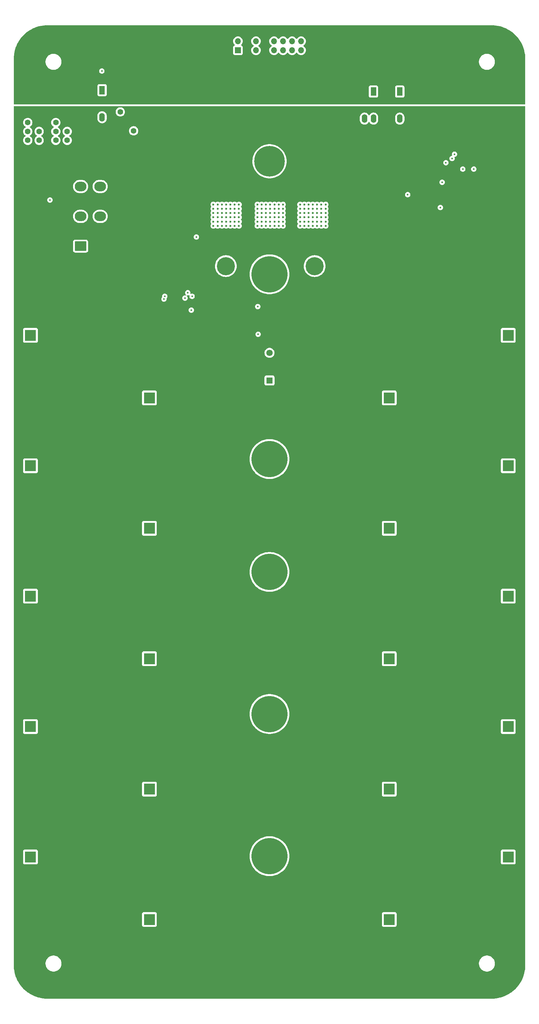
<source format=gbr>
%TF.GenerationSoftware,KiCad,Pcbnew,8.0.3*%
%TF.CreationDate,2024-09-30T04:18:30-05:00*%
%TF.ProjectId,Project Lab 4,50726f6a-6563-4742-904c-616220342e6b,rev?*%
%TF.SameCoordinates,Original*%
%TF.FileFunction,Copper,L3,Inr*%
%TF.FilePolarity,Positive*%
%FSLAX46Y46*%
G04 Gerber Fmt 4.6, Leading zero omitted, Abs format (unit mm)*
G04 Created by KiCad (PCBNEW 8.0.3) date 2024-09-30 04:18:30*
%MOMM*%
%LPD*%
G01*
G04 APERTURE LIST*
G04 Aperture macros list*
%AMRoundRect*
0 Rectangle with rounded corners*
0 $1 Rounding radius*
0 $2 $3 $4 $5 $6 $7 $8 $9 X,Y pos of 4 corners*
0 Add a 4 corners polygon primitive as box body*
4,1,4,$2,$3,$4,$5,$6,$7,$8,$9,$2,$3,0*
0 Add four circle primitives for the rounded corners*
1,1,$1+$1,$2,$3*
1,1,$1+$1,$4,$5*
1,1,$1+$1,$6,$7*
1,1,$1+$1,$8,$9*
0 Add four rect primitives between the rounded corners*
20,1,$1+$1,$2,$3,$4,$5,0*
20,1,$1+$1,$4,$5,$6,$7,0*
20,1,$1+$1,$6,$7,$8,$9,0*
20,1,$1+$1,$8,$9,$2,$3,0*%
G04 Aperture macros list end*
%TA.AperFunction,ComponentPad*%
%ADD10R,3.150000X3.150000*%
%TD*%
%TA.AperFunction,ComponentPad*%
%ADD11C,3.150000*%
%TD*%
%TA.AperFunction,ComponentPad*%
%ADD12C,5.100000*%
%TD*%
%TA.AperFunction,ComponentPad*%
%ADD13R,1.600000X2.400000*%
%TD*%
%TA.AperFunction,ComponentPad*%
%ADD14O,1.600000X2.400000*%
%TD*%
%TA.AperFunction,ComponentPad*%
%ADD15R,1.600000X1.600000*%
%TD*%
%TA.AperFunction,ComponentPad*%
%ADD16C,1.600000*%
%TD*%
%TA.AperFunction,ComponentPad*%
%ADD17C,10.200000*%
%TD*%
%TA.AperFunction,ComponentPad*%
%ADD18R,1.800000X1.800000*%
%TD*%
%TA.AperFunction,ComponentPad*%
%ADD19C,1.800000*%
%TD*%
%TA.AperFunction,ComponentPad*%
%ADD20RoundRect,0.250001X1.399999X-1.099999X1.399999X1.099999X-1.399999X1.099999X-1.399999X-1.099999X0*%
%TD*%
%TA.AperFunction,ComponentPad*%
%ADD21O,3.300000X2.700000*%
%TD*%
%TA.AperFunction,ComponentPad*%
%ADD22R,1.700000X1.700000*%
%TD*%
%TA.AperFunction,ComponentPad*%
%ADD23O,1.700000X1.700000*%
%TD*%
%TA.AperFunction,ComponentPad*%
%ADD24C,0.600000*%
%TD*%
%TA.AperFunction,ComponentPad*%
%ADD25O,1.600000X1.600000*%
%TD*%
%TA.AperFunction,ComponentPad*%
%ADD26C,8.600000*%
%TD*%
%TA.AperFunction,ViaPad*%
%ADD27C,0.500000*%
%TD*%
G04 APERTURE END LIST*
D10*
%TO.N,+40V*%
%TO.C,C6*%
X326500000Y-42000000D03*
D11*
%TO.N,GNDPWR*%
X326500000Y-52000000D03*
%TD*%
D10*
%TO.N,+40V*%
%TO.C,C20*%
X461000000Y-42000000D03*
D11*
%TO.N,GNDPWR*%
X461000000Y-52000000D03*
%TD*%
D12*
%TO.N,/-SHUNT*%
%TO.C,H8*%
X381500000Y-22500000D03*
X406500000Y-22500000D03*
%TD*%
D13*
%TO.N,Net-(OC4-Pad1)*%
%TO.C,OC4*%
X423075000Y26625000D03*
D14*
%TO.N,GND*%
X420535000Y26625000D03*
%TO.N,/DISCHARGE*%
X420535000Y19005000D03*
%TO.N,+12V*%
X423075000Y19005000D03*
%TD*%
D10*
%TO.N,+40V*%
%TO.C,C22*%
X326500000Y-188800000D03*
D11*
%TO.N,GNDPWR*%
X326500000Y-198800000D03*
%TD*%
D10*
%TO.N,+40V*%
%TO.C,C18*%
X326500000Y-152100000D03*
D11*
%TO.N,GNDPWR*%
X326500000Y-162100000D03*
%TD*%
D15*
%TO.N,GNDPWR*%
%TO.C,SW2*%
X336850000Y17907500D03*
D16*
%TO.N,/GAIN2*%
X336850000Y15407500D03*
%TO.N,+5V*%
X336850000Y12907500D03*
%TO.N,N/C*%
X333650000Y17907500D03*
X333650000Y15407500D03*
X333650000Y12907500D03*
%TD*%
D13*
%TO.N,Net-(OC1-Pad1)*%
%TO.C,OC1*%
X346675000Y27025000D03*
D14*
%TO.N,GND*%
X344135000Y27025000D03*
%TO.N,GNDPWR*%
X344135000Y19405000D03*
%TO.N,HV_RELAY*%
X346675000Y19405000D03*
%TD*%
D10*
%TO.N,+40V*%
%TO.C,C21*%
X360000000Y-59600000D03*
D11*
%TO.N,GNDPWR*%
X360000000Y-69600000D03*
%TD*%
D10*
%TO.N,+40V*%
%TO.C,C13*%
X360000000Y-133000000D03*
D11*
%TO.N,GNDPWR*%
X360000000Y-143000000D03*
%TD*%
D17*
%TO.N,+40V*%
%TO.C,R24*%
X393800000Y-76800000D03*
D18*
%TO.N,/+RS*%
X393800000Y-54700000D03*
D19*
%TO.N,/-RS*%
X393800000Y-46900000D03*
D17*
%TO.N,/-SHUNT*%
X393800000Y-24800000D03*
%TD*%
D20*
%TO.N,+40V*%
%TO.C,J2*%
X340625000Y-16900000D03*
D21*
%TO.N,GNDPWR*%
X340625000Y-12700000D03*
%TO.N,-13.8V*%
X340625000Y-8500000D03*
%TO.N,GNDPWR*%
X340625000Y-4300000D03*
%TO.N,+13.8V*%
X340625000Y-100000D03*
%TO.N,GNDPWR*%
X346125000Y-16900000D03*
X346125000Y-12700000D03*
%TO.N,HV_RELAY*%
X346125000Y-8500000D03*
%TO.N,GNDPWR*%
X346125000Y-4300000D03*
%TO.N,+12V*%
X346125000Y-100000D03*
%TD*%
D10*
%TO.N,+40V*%
%TO.C,C5*%
X360000000Y-206400000D03*
D11*
%TO.N,GNDPWR*%
X360000000Y-216400000D03*
%TD*%
D17*
%TO.N,+40V*%
%TO.C,H7*%
X393800000Y-108575000D03*
X393800000Y-148575000D03*
X393800000Y-188575000D03*
%TD*%
D16*
%TO.N,+12V*%
%TO.C,C29*%
X351800000Y20900000D03*
%TO.N,GND*%
X351800000Y25900000D03*
%TD*%
D10*
%TO.N,+40V*%
%TO.C,C11*%
X427500000Y-133000000D03*
D11*
%TO.N,GNDPWR*%
X427500000Y-143000000D03*
%TD*%
D22*
%TO.N,+5V_ISO*%
%TO.C,J4*%
X384925000Y38260000D03*
D23*
X384925000Y40800000D03*
%TO.N,GND*%
X387465000Y38260000D03*
X387465000Y40800000D03*
%TO.N,+5V_ISO*%
X390005000Y38260000D03*
X390005000Y40800000D03*
%TO.N,GND*%
X392545000Y38260000D03*
X392545000Y40800000D03*
%TO.N,unconnected-(J4-Pin_9-Pad9)*%
X395085000Y38260000D03*
%TO.N,/~CS*%
X395085000Y40800000D03*
%TO.N,~BLEED*%
X397625000Y38260000D03*
%TO.N,/SCLK*%
X397625000Y40800000D03*
%TO.N,HV_EN*%
X400165000Y38260000D03*
%TO.N,/MOSI*%
X400165000Y40800000D03*
%TO.N,TRIG*%
X402705000Y38260000D03*
%TO.N,/MISO*%
X402705000Y40800000D03*
%TD*%
D10*
%TO.N,+40V*%
%TO.C,C14*%
X326500000Y-115400000D03*
D11*
%TO.N,GNDPWR*%
X326500000Y-125400000D03*
%TD*%
D10*
%TO.N,+40V*%
%TO.C,C12*%
X461000000Y-115400000D03*
D11*
%TO.N,GNDPWR*%
X461000000Y-125400000D03*
%TD*%
D10*
%TO.N,+40V*%
%TO.C,C19*%
X427500000Y-59600000D03*
D11*
%TO.N,GNDPWR*%
X427500000Y-69600000D03*
%TD*%
D10*
%TO.N,+40V*%
%TO.C,C15*%
X427500000Y-96300000D03*
D11*
%TO.N,GNDPWR*%
X427500000Y-106300000D03*
%TD*%
D24*
%TO.N,/-SHUNT*%
%TO.C,Q1*%
X409600000Y-5170000D03*
X408400000Y-5170000D03*
X407200000Y-5170000D03*
X406000000Y-5170000D03*
X404800000Y-5170000D03*
X403600000Y-5170000D03*
X402400000Y-5170000D03*
X409600000Y-6370000D03*
X408400000Y-6370000D03*
X407200000Y-6370000D03*
X406000000Y-6370000D03*
X404800000Y-6370000D03*
X403600000Y-6370000D03*
X402400000Y-6370000D03*
X409600000Y-7570000D03*
X408400000Y-7570000D03*
X407200000Y-7570000D03*
X406000000Y-7570000D03*
X404800000Y-7570000D03*
X403600000Y-7570000D03*
X402400000Y-7570000D03*
X409600000Y-8770000D03*
X408400000Y-8770000D03*
X407200000Y-8770000D03*
X406000000Y-8770000D03*
X404800000Y-8770000D03*
X403600000Y-8770000D03*
X402400000Y-8770000D03*
X409600000Y-9970000D03*
X408400000Y-9970000D03*
X407200000Y-9970000D03*
X406000000Y-9970000D03*
X404800000Y-9970000D03*
X403600000Y-9970000D03*
X402400000Y-9970000D03*
X409600000Y-11170000D03*
X408400000Y-11170000D03*
X407200000Y-11170000D03*
X406000000Y-11170000D03*
X404800000Y-11170000D03*
X403600000Y-11170000D03*
X402400000Y-11170000D03*
%TD*%
D10*
%TO.N,+40V*%
%TO.C,C3*%
X427500000Y-206400000D03*
D11*
%TO.N,GNDPWR*%
X427500000Y-216400000D03*
%TD*%
D16*
%TO.N,+12V*%
%TO.C,R8*%
X355550000Y15580000D03*
D25*
%TO.N,GND*%
X355550000Y30820000D03*
%TD*%
D13*
%TO.N,Net-(OC2-Pad1)*%
%TO.C,OC2*%
X430475000Y26625000D03*
D14*
%TO.N,GND*%
X427935000Y26625000D03*
%TO.N,GNDPWR*%
X427935000Y19005000D03*
%TO.N,/cap_bank/bleed_gate*%
X430475000Y19005000D03*
%TD*%
D24*
%TO.N,/-SHUNT*%
%TO.C,Q3*%
X385200000Y-5170000D03*
X384000000Y-5170000D03*
X382800000Y-5170000D03*
X381600000Y-5170000D03*
X380400000Y-5170000D03*
X379200000Y-5170000D03*
X378000000Y-5170000D03*
X385200000Y-6370000D03*
X384000000Y-6370000D03*
X382800000Y-6370000D03*
X381600000Y-6370000D03*
X380400000Y-6370000D03*
X379200000Y-6370000D03*
X378000000Y-6370000D03*
X385200000Y-7570000D03*
X384000000Y-7570000D03*
X382800000Y-7570000D03*
X381600000Y-7570000D03*
X380400000Y-7570000D03*
X379200000Y-7570000D03*
X378000000Y-7570000D03*
X385200000Y-8770000D03*
X384000000Y-8770000D03*
X382800000Y-8770000D03*
X381600000Y-8770000D03*
X380400000Y-8770000D03*
X379200000Y-8770000D03*
X378000000Y-8770000D03*
X385200000Y-9970000D03*
X384000000Y-9970000D03*
X382800000Y-9970000D03*
X381600000Y-9970000D03*
X380400000Y-9970000D03*
X379200000Y-9970000D03*
X378000000Y-9970000D03*
X385200000Y-11170000D03*
X384000000Y-11170000D03*
X382800000Y-11170000D03*
X381600000Y-11170000D03*
X380400000Y-11170000D03*
X379200000Y-11170000D03*
X378000000Y-11170000D03*
%TD*%
D26*
%TO.N,/power_stage/+TWEEZER*%
%TO.C,H1*%
X393800000Y7000000D03*
%TD*%
D10*
%TO.N,+40V*%
%TO.C,C9*%
X360000000Y-169700000D03*
D11*
%TO.N,GNDPWR*%
X360000000Y-179700000D03*
%TD*%
D10*
%TO.N,+40V*%
%TO.C,C10*%
X326500000Y-78700000D03*
D11*
%TO.N,GNDPWR*%
X326500000Y-88700000D03*
%TD*%
D10*
%TO.N,+40V*%
%TO.C,C8*%
X461000000Y-152100000D03*
D11*
%TO.N,GNDPWR*%
X461000000Y-162100000D03*
%TD*%
D10*
%TO.N,+40V*%
%TO.C,C7*%
X427500000Y-169700000D03*
D11*
%TO.N,GNDPWR*%
X427500000Y-179700000D03*
%TD*%
D26*
%TO.N,GNDPWR*%
%TO.C,H2*%
X393800000Y17600000D03*
%TD*%
D10*
%TO.N,+40V*%
%TO.C,C4*%
X461000000Y-188800000D03*
D11*
%TO.N,GNDPWR*%
X461000000Y-198800000D03*
%TD*%
D10*
%TO.N,+40V*%
%TO.C,C17*%
X360000000Y-96300000D03*
D11*
%TO.N,GNDPWR*%
X360000000Y-106300000D03*
%TD*%
D15*
%TO.N,GNDPWR*%
%TO.C,SW1*%
X328950000Y17907500D03*
D16*
%TO.N,/GAIN1*%
X328950000Y15407500D03*
%TO.N,+5V*%
X328950000Y12907500D03*
%TO.N,N/C*%
X325750000Y17907500D03*
X325750000Y15407500D03*
X325750000Y12907500D03*
%TD*%
D24*
%TO.N,/-SHUNT*%
%TO.C,Q2*%
X397600000Y-5170000D03*
X396400000Y-5170000D03*
X395200000Y-5170000D03*
X394000000Y-5170000D03*
X392800000Y-5170000D03*
X391600000Y-5170000D03*
X390400000Y-5170000D03*
X397600000Y-6370000D03*
X396400000Y-6370000D03*
X395200000Y-6370000D03*
X394000000Y-6370000D03*
X392800000Y-6370000D03*
X391600000Y-6370000D03*
X390400000Y-6370000D03*
X397600000Y-7570000D03*
X396400000Y-7570000D03*
X395200000Y-7570000D03*
X394000000Y-7570000D03*
X392800000Y-7570000D03*
X391600000Y-7570000D03*
X390400000Y-7570000D03*
X397600000Y-8770000D03*
X396400000Y-8770000D03*
X395200000Y-8770000D03*
X394000000Y-8770000D03*
X392800000Y-8770000D03*
X391600000Y-8770000D03*
X390400000Y-8770000D03*
X397600000Y-9970000D03*
X396400000Y-9970000D03*
X395200000Y-9970000D03*
X394000000Y-9970000D03*
X392800000Y-9970000D03*
X391600000Y-9970000D03*
X390400000Y-9970000D03*
X397600000Y-11170000D03*
X396400000Y-11170000D03*
X395200000Y-11170000D03*
X394000000Y-11170000D03*
X392800000Y-11170000D03*
X391600000Y-11170000D03*
X390400000Y-11170000D03*
%TD*%
D10*
%TO.N,+40V*%
%TO.C,C16*%
X461000000Y-78700000D03*
D11*
%TO.N,GNDPWR*%
X461000000Y-88700000D03*
%TD*%
D27*
%TO.N,GND*%
X447000000Y27500000D03*
%TO.N,GNDPWR*%
X420400000Y13000000D03*
X463800000Y-24200000D03*
X374000000Y18200000D03*
X369800000Y18800000D03*
%TO.N,Net-(U2-OUTB)*%
X443455000Y6600000D03*
X445200000Y7800000D03*
%TO.N,Net-(U2-OUTA)*%
X445900000Y9000000D03*
%TO.N,/+i_sens*%
X441900000Y-6000000D03*
%TO.N,/GAIN1*%
X364100000Y-31800000D03*
%TO.N,/GAIN2*%
X364300000Y-31000000D03*
%TO.N,GNDPWR*%
X444000000Y-1700000D03*
%TO.N,Net-(U2-OUTA)*%
X442400000Y1100000D03*
%TO.N,GND*%
X366400000Y33200000D03*
%TO.N,HV_EN*%
X346600000Y32400000D03*
%TO.N,GNDPWR*%
X326000000Y3500000D03*
X331900000Y3400000D03*
%TO.N,+12V*%
X332000000Y-3900000D03*
%TO.N,GNDPWR*%
X357200000Y-12800000D03*
%TO.N,THERM1*%
X448200000Y4800000D03*
%TO.N,THERM2*%
X451300000Y4800000D03*
%TO.N,+5V*%
X371800000Y-34900000D03*
%TO.N,/+RS*%
X370000000Y-31500000D03*
%TO.N,/-RS*%
X372000000Y-31000000D03*
%TO.N,/+i_sens*%
X370800000Y-30000000D03*
%TO.N,/-RS*%
X390500000Y-33900000D03*
%TO.N,/+RS*%
X390600000Y-41700000D03*
%TO.N,GND*%
X369800000Y26400000D03*
X439400000Y27500000D03*
X451300000Y24700000D03*
%TO.N,GNDPWR*%
X451300000Y20700000D03*
X447000000Y18100000D03*
X439300000Y18100000D03*
X427700000Y-700000D03*
X417200000Y-6000000D03*
X430200000Y-10700000D03*
X448600000Y2400000D03*
X451400000Y2700000D03*
X453000000Y-3600000D03*
X441900000Y-7300000D03*
X436200000Y-3000000D03*
X432700000Y800000D03*
X436100000Y4700000D03*
%TO.N,+12V*%
X432700000Y-2400000D03*
%TO.N,GNDPWR*%
X370600000Y-6700000D03*
X372700000Y-6600000D03*
%TO.N,+5V*%
X373200000Y-14300000D03*
%TO.N,GNDPWR*%
X357200000Y-22600000D03*
X358000000Y-31700000D03*
X358000000Y-29500000D03*
X370000000Y-29300000D03*
X370200000Y-26500000D03*
X359600000Y-18600000D03*
X359600000Y-17800000D03*
X359600000Y-17000000D03*
%TD*%
%TA.AperFunction,Conductor*%
%TO.N,GNDPWR*%
G36*
X465742539Y22474815D02*
G01*
X465788294Y22422011D01*
X465799500Y22370500D01*
X465799500Y-219198046D01*
X465799439Y-219201941D01*
X465780877Y-219792582D01*
X465780388Y-219800356D01*
X465724959Y-220386732D01*
X465723982Y-220394461D01*
X465631849Y-220976169D01*
X465630390Y-220983821D01*
X465501903Y-221558638D01*
X465499965Y-221566183D01*
X465335648Y-222131765D01*
X465333241Y-222139174D01*
X465133735Y-222693323D01*
X465130868Y-222700565D01*
X464896952Y-223241113D01*
X464893635Y-223248162D01*
X464626241Y-223772951D01*
X464622488Y-223779777D01*
X464322675Y-224286734D01*
X464318501Y-224293311D01*
X463987444Y-224780446D01*
X463982865Y-224786748D01*
X463621887Y-225252118D01*
X463616922Y-225258121D01*
X463227406Y-225699940D01*
X463222073Y-225705618D01*
X462805618Y-226122073D01*
X462799940Y-226127406D01*
X462358121Y-226516922D01*
X462352118Y-226521887D01*
X461886748Y-226882865D01*
X461880446Y-226887444D01*
X461393311Y-227218501D01*
X461386734Y-227222675D01*
X460879777Y-227522488D01*
X460872951Y-227526241D01*
X460348162Y-227793635D01*
X460341113Y-227796952D01*
X459800565Y-228030868D01*
X459793323Y-228033735D01*
X459411504Y-228171198D01*
X459239168Y-228233242D01*
X459231765Y-228235648D01*
X458666183Y-228399965D01*
X458658638Y-228401903D01*
X458083821Y-228530390D01*
X458076169Y-228531849D01*
X457494461Y-228623982D01*
X457486732Y-228624959D01*
X456900356Y-228680388D01*
X456892582Y-228680877D01*
X456301941Y-228699439D01*
X456298046Y-228699500D01*
X331301954Y-228699500D01*
X331298059Y-228699439D01*
X330707417Y-228680877D01*
X330699643Y-228680388D01*
X330113267Y-228624959D01*
X330105538Y-228623982D01*
X329523830Y-228531849D01*
X329516178Y-228530390D01*
X328941361Y-228401903D01*
X328933816Y-228399965D01*
X328368234Y-228235648D01*
X328360840Y-228233246D01*
X327806676Y-228033735D01*
X327799434Y-228030868D01*
X327258886Y-227796952D01*
X327251837Y-227793635D01*
X326727048Y-227526241D01*
X326720222Y-227522488D01*
X326213265Y-227222675D01*
X326206688Y-227218501D01*
X325719553Y-226887444D01*
X325713251Y-226882865D01*
X325247881Y-226521887D01*
X325241878Y-226516922D01*
X324800059Y-226127406D01*
X324794381Y-226122073D01*
X324377926Y-225705618D01*
X324372593Y-225699940D01*
X323983077Y-225258121D01*
X323978112Y-225252118D01*
X323617134Y-224786748D01*
X323612555Y-224780446D01*
X323281498Y-224293311D01*
X323277324Y-224286734D01*
X322977511Y-223779777D01*
X322973758Y-223772951D01*
X322706364Y-223248162D01*
X322703047Y-223241113D01*
X322469131Y-222700565D01*
X322466270Y-222693338D01*
X322266746Y-222139139D01*
X322264358Y-222131789D01*
X322100031Y-221566172D01*
X322098096Y-221558638D01*
X321984514Y-221050500D01*
X321969605Y-220983802D01*
X321968153Y-220976188D01*
X321876016Y-220394459D01*
X321875040Y-220386732D01*
X321865617Y-220287047D01*
X321819610Y-219800340D01*
X321819123Y-219792598D01*
X321800561Y-219201941D01*
X321800500Y-219198046D01*
X321800500Y-218652486D01*
X330749500Y-218652486D01*
X330749500Y-218947513D01*
X330774067Y-219134108D01*
X330788007Y-219239993D01*
X330788008Y-219239995D01*
X330864361Y-219524951D01*
X330864364Y-219524961D01*
X330977254Y-219797500D01*
X330977258Y-219797510D01*
X331124761Y-220052993D01*
X331304352Y-220287040D01*
X331304358Y-220287047D01*
X331512952Y-220495641D01*
X331512959Y-220495647D01*
X331747006Y-220675238D01*
X332002489Y-220822741D01*
X332002490Y-220822741D01*
X332002493Y-220822743D01*
X332275048Y-220935639D01*
X332560007Y-221011993D01*
X332852494Y-221050500D01*
X332852501Y-221050500D01*
X333147499Y-221050500D01*
X333147506Y-221050500D01*
X333439993Y-221011993D01*
X333724952Y-220935639D01*
X333997507Y-220822743D01*
X334252994Y-220675238D01*
X334487042Y-220495646D01*
X334695646Y-220287042D01*
X334875238Y-220052994D01*
X335022743Y-219797507D01*
X335135639Y-219524952D01*
X335211993Y-219239993D01*
X335250500Y-218947506D01*
X335250500Y-218652494D01*
X335250499Y-218652486D01*
X452749500Y-218652486D01*
X452749500Y-218947513D01*
X452774067Y-219134108D01*
X452788007Y-219239993D01*
X452788008Y-219239995D01*
X452864361Y-219524951D01*
X452864364Y-219524961D01*
X452977254Y-219797500D01*
X452977258Y-219797510D01*
X453124761Y-220052993D01*
X453304352Y-220287040D01*
X453304358Y-220287047D01*
X453512952Y-220495641D01*
X453512959Y-220495647D01*
X453747006Y-220675238D01*
X454002489Y-220822741D01*
X454002490Y-220822741D01*
X454002493Y-220822743D01*
X454275048Y-220935639D01*
X454560007Y-221011993D01*
X454852494Y-221050500D01*
X454852501Y-221050500D01*
X455147499Y-221050500D01*
X455147506Y-221050500D01*
X455439993Y-221011993D01*
X455724952Y-220935639D01*
X455997507Y-220822743D01*
X456252994Y-220675238D01*
X456487042Y-220495646D01*
X456695646Y-220287042D01*
X456875238Y-220052994D01*
X457022743Y-219797507D01*
X457135639Y-219524952D01*
X457211993Y-219239993D01*
X457250500Y-218947506D01*
X457250500Y-218652494D01*
X457211993Y-218360007D01*
X457135639Y-218075048D01*
X457022743Y-217802493D01*
X456875238Y-217547006D01*
X456695646Y-217312958D01*
X456695641Y-217312952D01*
X456487047Y-217104358D01*
X456487040Y-217104352D01*
X456252993Y-216924761D01*
X455997510Y-216777258D01*
X455997500Y-216777254D01*
X455724961Y-216664364D01*
X455724954Y-216664362D01*
X455724952Y-216664361D01*
X455439993Y-216588007D01*
X455391113Y-216581571D01*
X455147513Y-216549500D01*
X455147506Y-216549500D01*
X454852494Y-216549500D01*
X454852486Y-216549500D01*
X454574085Y-216586153D01*
X454560007Y-216588007D01*
X454275048Y-216664361D01*
X454275038Y-216664364D01*
X454002499Y-216777254D01*
X454002489Y-216777258D01*
X453747006Y-216924761D01*
X453512959Y-217104352D01*
X453512952Y-217104358D01*
X453304358Y-217312952D01*
X453304352Y-217312959D01*
X453124761Y-217547006D01*
X452977258Y-217802489D01*
X452977254Y-217802499D01*
X452864364Y-218075038D01*
X452864361Y-218075048D01*
X452788008Y-218360004D01*
X452788006Y-218360015D01*
X452749500Y-218652486D01*
X335250499Y-218652486D01*
X335211993Y-218360007D01*
X335135639Y-218075048D01*
X335022743Y-217802493D01*
X334875238Y-217547006D01*
X334695646Y-217312958D01*
X334695641Y-217312952D01*
X334487047Y-217104358D01*
X334487040Y-217104352D01*
X334252993Y-216924761D01*
X333997510Y-216777258D01*
X333997500Y-216777254D01*
X333724961Y-216664364D01*
X333724954Y-216664362D01*
X333724952Y-216664361D01*
X333439993Y-216588007D01*
X333391113Y-216581571D01*
X333147513Y-216549500D01*
X333147506Y-216549500D01*
X332852494Y-216549500D01*
X332852486Y-216549500D01*
X332574085Y-216586153D01*
X332560007Y-216588007D01*
X332275048Y-216664361D01*
X332275038Y-216664364D01*
X332002499Y-216777254D01*
X332002489Y-216777258D01*
X331747006Y-216924761D01*
X331512959Y-217104352D01*
X331512952Y-217104358D01*
X331304358Y-217312952D01*
X331304352Y-217312959D01*
X331124761Y-217547006D01*
X330977258Y-217802489D01*
X330977254Y-217802499D01*
X330864364Y-218075038D01*
X330864361Y-218075048D01*
X330788008Y-218360004D01*
X330788006Y-218360015D01*
X330749500Y-218652486D01*
X321800500Y-218652486D01*
X321800500Y-204777135D01*
X357924500Y-204777135D01*
X357924500Y-208022870D01*
X357924501Y-208022876D01*
X357930908Y-208082483D01*
X357981202Y-208217328D01*
X357981206Y-208217335D01*
X358067452Y-208332544D01*
X358067455Y-208332547D01*
X358182664Y-208418793D01*
X358182671Y-208418797D01*
X358317517Y-208469091D01*
X358317516Y-208469091D01*
X358324444Y-208469835D01*
X358377127Y-208475500D01*
X361622872Y-208475499D01*
X361682483Y-208469091D01*
X361817331Y-208418796D01*
X361932546Y-208332546D01*
X362018796Y-208217331D01*
X362069091Y-208082483D01*
X362075500Y-208022873D01*
X362075499Y-204777135D01*
X425424500Y-204777135D01*
X425424500Y-208022870D01*
X425424501Y-208022876D01*
X425430908Y-208082483D01*
X425481202Y-208217328D01*
X425481206Y-208217335D01*
X425567452Y-208332544D01*
X425567455Y-208332547D01*
X425682664Y-208418793D01*
X425682671Y-208418797D01*
X425817517Y-208469091D01*
X425817516Y-208469091D01*
X425824444Y-208469835D01*
X425877127Y-208475500D01*
X429122872Y-208475499D01*
X429182483Y-208469091D01*
X429317331Y-208418796D01*
X429432546Y-208332546D01*
X429518796Y-208217331D01*
X429569091Y-208082483D01*
X429575500Y-208022873D01*
X429575499Y-204777128D01*
X429569091Y-204717517D01*
X429518796Y-204582669D01*
X429518795Y-204582668D01*
X429518793Y-204582664D01*
X429432547Y-204467455D01*
X429432544Y-204467452D01*
X429317335Y-204381206D01*
X429317328Y-204381202D01*
X429182482Y-204330908D01*
X429182483Y-204330908D01*
X429122883Y-204324501D01*
X429122881Y-204324500D01*
X429122873Y-204324500D01*
X429122864Y-204324500D01*
X425877129Y-204324500D01*
X425877123Y-204324501D01*
X425817516Y-204330908D01*
X425682671Y-204381202D01*
X425682664Y-204381206D01*
X425567455Y-204467452D01*
X425567452Y-204467455D01*
X425481206Y-204582664D01*
X425481202Y-204582671D01*
X425430908Y-204717517D01*
X425424501Y-204777116D01*
X425424501Y-204777123D01*
X425424500Y-204777135D01*
X362075499Y-204777135D01*
X362075499Y-204777128D01*
X362069091Y-204717517D01*
X362018796Y-204582669D01*
X362018795Y-204582668D01*
X362018793Y-204582664D01*
X361932547Y-204467455D01*
X361932544Y-204467452D01*
X361817335Y-204381206D01*
X361817328Y-204381202D01*
X361682482Y-204330908D01*
X361682483Y-204330908D01*
X361622883Y-204324501D01*
X361622881Y-204324500D01*
X361622873Y-204324500D01*
X361622864Y-204324500D01*
X358377129Y-204324500D01*
X358377123Y-204324501D01*
X358317516Y-204330908D01*
X358182671Y-204381202D01*
X358182664Y-204381206D01*
X358067455Y-204467452D01*
X358067452Y-204467455D01*
X357981206Y-204582664D01*
X357981202Y-204582671D01*
X357930908Y-204717517D01*
X357924501Y-204777116D01*
X357924501Y-204777123D01*
X357924500Y-204777135D01*
X321800500Y-204777135D01*
X321800500Y-187177135D01*
X324424500Y-187177135D01*
X324424500Y-190422870D01*
X324424501Y-190422876D01*
X324430908Y-190482483D01*
X324481202Y-190617328D01*
X324481206Y-190617335D01*
X324567452Y-190732544D01*
X324567455Y-190732547D01*
X324682664Y-190818793D01*
X324682671Y-190818797D01*
X324817517Y-190869091D01*
X324817516Y-190869091D01*
X324824444Y-190869835D01*
X324877127Y-190875500D01*
X328122872Y-190875499D01*
X328182483Y-190869091D01*
X328317331Y-190818796D01*
X328432546Y-190732546D01*
X328518796Y-190617331D01*
X328569091Y-190482483D01*
X328575500Y-190422873D01*
X328575499Y-188574993D01*
X388194449Y-188574993D01*
X388194449Y-188575006D01*
X388214641Y-189050371D01*
X388275080Y-189522344D01*
X388375324Y-189987476D01*
X388375326Y-189987484D01*
X388514652Y-190442434D01*
X388514657Y-190442448D01*
X388692057Y-190883922D01*
X388692061Y-190883933D01*
X388891245Y-191278989D01*
X388906275Y-191308799D01*
X389155747Y-191713967D01*
X389438681Y-192096519D01*
X389438686Y-192096524D01*
X389438687Y-192096526D01*
X389753037Y-192453698D01*
X390096553Y-192782931D01*
X390096563Y-192782940D01*
X390466750Y-193081845D01*
X390466751Y-193081846D01*
X390617956Y-193184042D01*
X390860969Y-193348290D01*
X391045587Y-193451423D01*
X391276350Y-193580336D01*
X391276372Y-193580347D01*
X391709927Y-193776326D01*
X391709934Y-193776329D01*
X392158567Y-193934841D01*
X392619027Y-194054736D01*
X393087995Y-194135148D01*
X393234760Y-194147639D01*
X393562075Y-194175499D01*
X393562092Y-194175499D01*
X393562094Y-194175500D01*
X393562095Y-194175500D01*
X394037905Y-194175500D01*
X394037906Y-194175500D01*
X394037907Y-194175499D01*
X394037924Y-194175499D01*
X394320097Y-194151481D01*
X394512005Y-194135148D01*
X394980973Y-194054736D01*
X395441433Y-193934841D01*
X395890066Y-193776329D01*
X396323640Y-193580341D01*
X396739031Y-193348290D01*
X397133247Y-193081847D01*
X397503446Y-192782932D01*
X397846962Y-192453699D01*
X398161319Y-192096519D01*
X398444253Y-191713967D01*
X398693725Y-191308799D01*
X398907938Y-190883933D01*
X399015069Y-190617328D01*
X399085342Y-190442448D01*
X399085347Y-190442434D01*
X399085348Y-190442432D01*
X399224676Y-189987476D01*
X399324920Y-189522343D01*
X399385357Y-189050384D01*
X399405551Y-188575000D01*
X399385357Y-188099616D01*
X399324920Y-187627657D01*
X399227825Y-187177135D01*
X458924500Y-187177135D01*
X458924500Y-190422870D01*
X458924501Y-190422876D01*
X458930908Y-190482483D01*
X458981202Y-190617328D01*
X458981206Y-190617335D01*
X459067452Y-190732544D01*
X459067455Y-190732547D01*
X459182664Y-190818793D01*
X459182671Y-190818797D01*
X459317517Y-190869091D01*
X459317516Y-190869091D01*
X459324444Y-190869835D01*
X459377127Y-190875500D01*
X462622872Y-190875499D01*
X462682483Y-190869091D01*
X462817331Y-190818796D01*
X462932546Y-190732546D01*
X463018796Y-190617331D01*
X463069091Y-190482483D01*
X463075500Y-190422873D01*
X463075499Y-187177128D01*
X463069091Y-187117517D01*
X463018796Y-186982669D01*
X463018795Y-186982668D01*
X463018793Y-186982664D01*
X462932547Y-186867455D01*
X462932544Y-186867452D01*
X462817335Y-186781206D01*
X462817328Y-186781202D01*
X462682482Y-186730908D01*
X462682483Y-186730908D01*
X462622883Y-186724501D01*
X462622881Y-186724500D01*
X462622873Y-186724500D01*
X462622864Y-186724500D01*
X459377129Y-186724500D01*
X459377123Y-186724501D01*
X459317516Y-186730908D01*
X459182671Y-186781202D01*
X459182664Y-186781206D01*
X459067455Y-186867452D01*
X459067452Y-186867455D01*
X458981206Y-186982664D01*
X458981202Y-186982671D01*
X458930908Y-187117517D01*
X458926071Y-187162515D01*
X458924501Y-187177123D01*
X458924500Y-187177135D01*
X399227825Y-187177135D01*
X399224676Y-187162524D01*
X399085348Y-186707568D01*
X399085347Y-186707565D01*
X399085342Y-186707551D01*
X398907942Y-186266077D01*
X398907938Y-186266066D01*
X398807511Y-186066882D01*
X398693725Y-185841201D01*
X398444253Y-185436033D01*
X398161319Y-185053481D01*
X397846962Y-184696301D01*
X397503446Y-184367068D01*
X397503436Y-184367059D01*
X397133249Y-184068154D01*
X397133248Y-184068153D01*
X396739041Y-183801717D01*
X396739031Y-183801710D01*
X396728122Y-183795616D01*
X396323649Y-183569663D01*
X396323627Y-183569652D01*
X395890072Y-183373673D01*
X395441428Y-183215157D01*
X394980971Y-183095263D01*
X394512015Y-183014853D01*
X394511989Y-183014850D01*
X394037924Y-182974500D01*
X394037906Y-182974500D01*
X393562094Y-182974500D01*
X393562075Y-182974500D01*
X393088010Y-183014850D01*
X393087984Y-183014853D01*
X392619028Y-183095263D01*
X392158571Y-183215157D01*
X391709927Y-183373673D01*
X391276372Y-183569652D01*
X391276350Y-183569663D01*
X390860977Y-183801705D01*
X390860958Y-183801717D01*
X390466751Y-184068153D01*
X390466750Y-184068154D01*
X390096563Y-184367059D01*
X390096553Y-184367068D01*
X389753037Y-184696301D01*
X389438687Y-185053473D01*
X389155746Y-185436034D01*
X388906276Y-185841198D01*
X388906266Y-185841218D01*
X388692061Y-186266066D01*
X388692057Y-186266077D01*
X388514657Y-186707551D01*
X388514652Y-186707565D01*
X388375326Y-187162515D01*
X388375324Y-187162523D01*
X388275080Y-187627655D01*
X388214641Y-188099628D01*
X388194449Y-188574993D01*
X328575499Y-188574993D01*
X328575499Y-187177128D01*
X328569091Y-187117517D01*
X328518796Y-186982669D01*
X328518795Y-186982668D01*
X328518793Y-186982664D01*
X328432547Y-186867455D01*
X328432544Y-186867452D01*
X328317335Y-186781206D01*
X328317328Y-186781202D01*
X328182482Y-186730908D01*
X328182483Y-186730908D01*
X328122883Y-186724501D01*
X328122881Y-186724500D01*
X328122873Y-186724500D01*
X328122864Y-186724500D01*
X324877129Y-186724500D01*
X324877123Y-186724501D01*
X324817516Y-186730908D01*
X324682671Y-186781202D01*
X324682664Y-186781206D01*
X324567455Y-186867452D01*
X324567452Y-186867455D01*
X324481206Y-186982664D01*
X324481202Y-186982671D01*
X324430908Y-187117517D01*
X324426071Y-187162515D01*
X324424501Y-187177123D01*
X324424500Y-187177135D01*
X321800500Y-187177135D01*
X321800500Y-168077135D01*
X357924500Y-168077135D01*
X357924500Y-171322870D01*
X357924501Y-171322876D01*
X357930908Y-171382483D01*
X357981202Y-171517328D01*
X357981206Y-171517335D01*
X358067452Y-171632544D01*
X358067455Y-171632547D01*
X358182664Y-171718793D01*
X358182671Y-171718797D01*
X358317517Y-171769091D01*
X358317516Y-171769091D01*
X358324444Y-171769835D01*
X358377127Y-171775500D01*
X361622872Y-171775499D01*
X361682483Y-171769091D01*
X361817331Y-171718796D01*
X361932546Y-171632546D01*
X362018796Y-171517331D01*
X362069091Y-171382483D01*
X362075500Y-171322873D01*
X362075499Y-168077135D01*
X425424500Y-168077135D01*
X425424500Y-171322870D01*
X425424501Y-171322876D01*
X425430908Y-171382483D01*
X425481202Y-171517328D01*
X425481206Y-171517335D01*
X425567452Y-171632544D01*
X425567455Y-171632547D01*
X425682664Y-171718793D01*
X425682671Y-171718797D01*
X425817517Y-171769091D01*
X425817516Y-171769091D01*
X425824444Y-171769835D01*
X425877127Y-171775500D01*
X429122872Y-171775499D01*
X429182483Y-171769091D01*
X429317331Y-171718796D01*
X429432546Y-171632546D01*
X429518796Y-171517331D01*
X429569091Y-171382483D01*
X429575500Y-171322873D01*
X429575499Y-168077128D01*
X429569091Y-168017517D01*
X429518796Y-167882669D01*
X429518795Y-167882668D01*
X429518793Y-167882664D01*
X429432547Y-167767455D01*
X429432544Y-167767452D01*
X429317335Y-167681206D01*
X429317328Y-167681202D01*
X429182482Y-167630908D01*
X429182483Y-167630908D01*
X429122883Y-167624501D01*
X429122881Y-167624500D01*
X429122873Y-167624500D01*
X429122864Y-167624500D01*
X425877129Y-167624500D01*
X425877123Y-167624501D01*
X425817516Y-167630908D01*
X425682671Y-167681202D01*
X425682664Y-167681206D01*
X425567455Y-167767452D01*
X425567452Y-167767455D01*
X425481206Y-167882664D01*
X425481202Y-167882671D01*
X425430908Y-168017517D01*
X425424501Y-168077116D01*
X425424501Y-168077123D01*
X425424500Y-168077135D01*
X362075499Y-168077135D01*
X362075499Y-168077128D01*
X362069091Y-168017517D01*
X362018796Y-167882669D01*
X362018795Y-167882668D01*
X362018793Y-167882664D01*
X361932547Y-167767455D01*
X361932544Y-167767452D01*
X361817335Y-167681206D01*
X361817328Y-167681202D01*
X361682482Y-167630908D01*
X361682483Y-167630908D01*
X361622883Y-167624501D01*
X361622881Y-167624500D01*
X361622873Y-167624500D01*
X361622864Y-167624500D01*
X358377129Y-167624500D01*
X358377123Y-167624501D01*
X358317516Y-167630908D01*
X358182671Y-167681202D01*
X358182664Y-167681206D01*
X358067455Y-167767452D01*
X358067452Y-167767455D01*
X357981206Y-167882664D01*
X357981202Y-167882671D01*
X357930908Y-168017517D01*
X357924501Y-168077116D01*
X357924501Y-168077123D01*
X357924500Y-168077135D01*
X321800500Y-168077135D01*
X321800500Y-150477135D01*
X324424500Y-150477135D01*
X324424500Y-153722870D01*
X324424501Y-153722876D01*
X324430908Y-153782483D01*
X324481202Y-153917328D01*
X324481206Y-153917335D01*
X324567452Y-154032544D01*
X324567455Y-154032547D01*
X324682664Y-154118793D01*
X324682671Y-154118797D01*
X324817517Y-154169091D01*
X324817516Y-154169091D01*
X324824444Y-154169835D01*
X324877127Y-154175500D01*
X328122872Y-154175499D01*
X328182483Y-154169091D01*
X328317331Y-154118796D01*
X328432546Y-154032546D01*
X328518796Y-153917331D01*
X328569091Y-153782483D01*
X328575500Y-153722873D01*
X328575499Y-150477128D01*
X328569091Y-150417517D01*
X328518796Y-150282669D01*
X328518795Y-150282668D01*
X328518793Y-150282664D01*
X328432547Y-150167455D01*
X328432544Y-150167452D01*
X328317335Y-150081206D01*
X328317328Y-150081202D01*
X328182482Y-150030908D01*
X328182483Y-150030908D01*
X328122883Y-150024501D01*
X328122881Y-150024500D01*
X328122873Y-150024500D01*
X328122864Y-150024500D01*
X324877129Y-150024500D01*
X324877123Y-150024501D01*
X324817516Y-150030908D01*
X324682671Y-150081202D01*
X324682664Y-150081206D01*
X324567455Y-150167452D01*
X324567452Y-150167455D01*
X324481206Y-150282664D01*
X324481202Y-150282671D01*
X324430908Y-150417517D01*
X324424501Y-150477116D01*
X324424501Y-150477123D01*
X324424500Y-150477135D01*
X321800500Y-150477135D01*
X321800500Y-148574993D01*
X388194449Y-148574993D01*
X388194449Y-148575006D01*
X388214641Y-149050371D01*
X388275080Y-149522344D01*
X388375324Y-149987476D01*
X388375326Y-149987484D01*
X388514652Y-150442434D01*
X388514657Y-150442448D01*
X388692057Y-150883922D01*
X388692061Y-150883933D01*
X388891245Y-151278989D01*
X388906275Y-151308799D01*
X389155747Y-151713967D01*
X389438681Y-152096519D01*
X389438686Y-152096524D01*
X389438687Y-152096526D01*
X389753037Y-152453698D01*
X390096553Y-152782931D01*
X390096563Y-152782940D01*
X390466750Y-153081845D01*
X390466751Y-153081846D01*
X390617956Y-153184042D01*
X390860969Y-153348290D01*
X391045587Y-153451423D01*
X391276350Y-153580336D01*
X391276372Y-153580347D01*
X391591698Y-153722883D01*
X391709934Y-153776329D01*
X392158567Y-153934841D01*
X392619027Y-154054736D01*
X393087995Y-154135148D01*
X393234760Y-154147639D01*
X393562075Y-154175499D01*
X393562092Y-154175499D01*
X393562094Y-154175500D01*
X393562095Y-154175500D01*
X394037905Y-154175500D01*
X394037906Y-154175500D01*
X394037907Y-154175499D01*
X394037924Y-154175499D01*
X394320097Y-154151481D01*
X394512005Y-154135148D01*
X394980973Y-154054736D01*
X395441433Y-153934841D01*
X395890066Y-153776329D01*
X396323640Y-153580341D01*
X396739031Y-153348290D01*
X397133247Y-153081847D01*
X397503446Y-152782932D01*
X397846962Y-152453699D01*
X398161319Y-152096519D01*
X398444253Y-151713967D01*
X398693725Y-151308799D01*
X398907938Y-150883933D01*
X398995684Y-150665567D01*
X399071403Y-150477135D01*
X458924500Y-150477135D01*
X458924500Y-153722870D01*
X458924501Y-153722876D01*
X458930908Y-153782483D01*
X458981202Y-153917328D01*
X458981206Y-153917335D01*
X459067452Y-154032544D01*
X459067455Y-154032547D01*
X459182664Y-154118793D01*
X459182671Y-154118797D01*
X459317517Y-154169091D01*
X459317516Y-154169091D01*
X459324444Y-154169835D01*
X459377127Y-154175500D01*
X462622872Y-154175499D01*
X462682483Y-154169091D01*
X462817331Y-154118796D01*
X462932546Y-154032546D01*
X463018796Y-153917331D01*
X463069091Y-153782483D01*
X463075500Y-153722873D01*
X463075499Y-150477128D01*
X463069091Y-150417517D01*
X463018796Y-150282669D01*
X463018795Y-150282668D01*
X463018793Y-150282664D01*
X462932547Y-150167455D01*
X462932544Y-150167452D01*
X462817335Y-150081206D01*
X462817328Y-150081202D01*
X462682482Y-150030908D01*
X462682483Y-150030908D01*
X462622883Y-150024501D01*
X462622881Y-150024500D01*
X462622873Y-150024500D01*
X462622864Y-150024500D01*
X459377129Y-150024500D01*
X459377123Y-150024501D01*
X459317516Y-150030908D01*
X459182671Y-150081202D01*
X459182664Y-150081206D01*
X459067455Y-150167452D01*
X459067452Y-150167455D01*
X458981206Y-150282664D01*
X458981202Y-150282671D01*
X458930908Y-150417517D01*
X458924501Y-150477116D01*
X458924501Y-150477123D01*
X458924500Y-150477135D01*
X399071403Y-150477135D01*
X399085342Y-150442448D01*
X399085347Y-150442434D01*
X399134274Y-150282671D01*
X399224676Y-149987476D01*
X399324920Y-149522343D01*
X399385357Y-149050384D01*
X399405551Y-148575000D01*
X399385357Y-148099616D01*
X399324920Y-147627657D01*
X399224676Y-147162524D01*
X399085348Y-146707568D01*
X399085347Y-146707565D01*
X399085342Y-146707551D01*
X398907942Y-146266077D01*
X398907938Y-146266066D01*
X398807511Y-146066882D01*
X398693725Y-145841201D01*
X398444253Y-145436033D01*
X398161319Y-145053481D01*
X397846962Y-144696301D01*
X397503446Y-144367068D01*
X397503436Y-144367059D01*
X397133249Y-144068154D01*
X397133248Y-144068153D01*
X396739041Y-143801717D01*
X396739031Y-143801710D01*
X396728122Y-143795616D01*
X396323649Y-143569663D01*
X396323627Y-143569652D01*
X395890072Y-143373673D01*
X395441428Y-143215157D01*
X394980971Y-143095263D01*
X394512015Y-143014853D01*
X394511989Y-143014850D01*
X394037924Y-142974500D01*
X394037906Y-142974500D01*
X393562094Y-142974500D01*
X393562075Y-142974500D01*
X393088010Y-143014850D01*
X393087984Y-143014853D01*
X392619028Y-143095263D01*
X392158571Y-143215157D01*
X391709927Y-143373673D01*
X391276372Y-143569652D01*
X391276350Y-143569663D01*
X390860977Y-143801705D01*
X390860958Y-143801717D01*
X390466751Y-144068153D01*
X390466750Y-144068154D01*
X390096563Y-144367059D01*
X390096553Y-144367068D01*
X389753037Y-144696301D01*
X389438687Y-145053473D01*
X389155746Y-145436034D01*
X388906276Y-145841198D01*
X388906266Y-145841218D01*
X388692061Y-146266066D01*
X388692057Y-146266077D01*
X388514657Y-146707551D01*
X388514652Y-146707565D01*
X388375326Y-147162515D01*
X388375324Y-147162523D01*
X388275080Y-147627655D01*
X388214641Y-148099628D01*
X388194449Y-148574993D01*
X321800500Y-148574993D01*
X321800500Y-131377135D01*
X357924500Y-131377135D01*
X357924500Y-134622870D01*
X357924501Y-134622876D01*
X357930908Y-134682483D01*
X357981202Y-134817328D01*
X357981206Y-134817335D01*
X358067452Y-134932544D01*
X358067455Y-134932547D01*
X358182664Y-135018793D01*
X358182671Y-135018797D01*
X358317517Y-135069091D01*
X358317516Y-135069091D01*
X358324444Y-135069835D01*
X358377127Y-135075500D01*
X361622872Y-135075499D01*
X361682483Y-135069091D01*
X361817331Y-135018796D01*
X361932546Y-134932546D01*
X362018796Y-134817331D01*
X362069091Y-134682483D01*
X362075500Y-134622873D01*
X362075499Y-131377135D01*
X425424500Y-131377135D01*
X425424500Y-134622870D01*
X425424501Y-134622876D01*
X425430908Y-134682483D01*
X425481202Y-134817328D01*
X425481206Y-134817335D01*
X425567452Y-134932544D01*
X425567455Y-134932547D01*
X425682664Y-135018793D01*
X425682671Y-135018797D01*
X425817517Y-135069091D01*
X425817516Y-135069091D01*
X425824444Y-135069835D01*
X425877127Y-135075500D01*
X429122872Y-135075499D01*
X429182483Y-135069091D01*
X429317331Y-135018796D01*
X429432546Y-134932546D01*
X429518796Y-134817331D01*
X429569091Y-134682483D01*
X429575500Y-134622873D01*
X429575499Y-131377128D01*
X429569091Y-131317517D01*
X429518796Y-131182669D01*
X429518795Y-131182668D01*
X429518793Y-131182664D01*
X429432547Y-131067455D01*
X429432544Y-131067452D01*
X429317335Y-130981206D01*
X429317328Y-130981202D01*
X429182482Y-130930908D01*
X429182483Y-130930908D01*
X429122883Y-130924501D01*
X429122881Y-130924500D01*
X429122873Y-130924500D01*
X429122864Y-130924500D01*
X425877129Y-130924500D01*
X425877123Y-130924501D01*
X425817516Y-130930908D01*
X425682671Y-130981202D01*
X425682664Y-130981206D01*
X425567455Y-131067452D01*
X425567452Y-131067455D01*
X425481206Y-131182664D01*
X425481202Y-131182671D01*
X425430908Y-131317517D01*
X425424501Y-131377116D01*
X425424501Y-131377123D01*
X425424500Y-131377135D01*
X362075499Y-131377135D01*
X362075499Y-131377128D01*
X362069091Y-131317517D01*
X362018796Y-131182669D01*
X362018795Y-131182668D01*
X362018793Y-131182664D01*
X361932547Y-131067455D01*
X361932544Y-131067452D01*
X361817335Y-130981206D01*
X361817328Y-130981202D01*
X361682482Y-130930908D01*
X361682483Y-130930908D01*
X361622883Y-130924501D01*
X361622881Y-130924500D01*
X361622873Y-130924500D01*
X361622864Y-130924500D01*
X358377129Y-130924500D01*
X358377123Y-130924501D01*
X358317516Y-130930908D01*
X358182671Y-130981202D01*
X358182664Y-130981206D01*
X358067455Y-131067452D01*
X358067452Y-131067455D01*
X357981206Y-131182664D01*
X357981202Y-131182671D01*
X357930908Y-131317517D01*
X357924501Y-131377116D01*
X357924501Y-131377123D01*
X357924500Y-131377135D01*
X321800500Y-131377135D01*
X321800500Y-113777135D01*
X324424500Y-113777135D01*
X324424500Y-117022870D01*
X324424501Y-117022876D01*
X324430908Y-117082483D01*
X324481202Y-117217328D01*
X324481206Y-117217335D01*
X324567452Y-117332544D01*
X324567455Y-117332547D01*
X324682664Y-117418793D01*
X324682671Y-117418797D01*
X324817517Y-117469091D01*
X324817516Y-117469091D01*
X324824444Y-117469835D01*
X324877127Y-117475500D01*
X328122872Y-117475499D01*
X328182483Y-117469091D01*
X328317331Y-117418796D01*
X328432546Y-117332546D01*
X328518796Y-117217331D01*
X328569091Y-117082483D01*
X328575500Y-117022873D01*
X328575499Y-113777128D01*
X328569091Y-113717517D01*
X328518796Y-113582669D01*
X328518795Y-113582668D01*
X328518793Y-113582664D01*
X328432547Y-113467455D01*
X328432544Y-113467452D01*
X328317335Y-113381206D01*
X328317328Y-113381202D01*
X328182482Y-113330908D01*
X328182483Y-113330908D01*
X328122883Y-113324501D01*
X328122881Y-113324500D01*
X328122873Y-113324500D01*
X328122864Y-113324500D01*
X324877129Y-113324500D01*
X324877123Y-113324501D01*
X324817516Y-113330908D01*
X324682671Y-113381202D01*
X324682664Y-113381206D01*
X324567455Y-113467452D01*
X324567452Y-113467455D01*
X324481206Y-113582664D01*
X324481202Y-113582671D01*
X324430908Y-113717517D01*
X324424586Y-113776326D01*
X324424501Y-113777123D01*
X324424500Y-113777135D01*
X321800500Y-113777135D01*
X321800500Y-108574993D01*
X388194449Y-108574993D01*
X388194449Y-108575006D01*
X388214641Y-109050371D01*
X388275080Y-109522344D01*
X388375324Y-109987476D01*
X388375326Y-109987484D01*
X388514652Y-110442434D01*
X388514657Y-110442448D01*
X388692057Y-110883922D01*
X388692061Y-110883933D01*
X388891245Y-111278989D01*
X388906275Y-111308799D01*
X389155747Y-111713967D01*
X389438681Y-112096519D01*
X389438686Y-112096524D01*
X389438687Y-112096526D01*
X389753037Y-112453698D01*
X390096553Y-112782931D01*
X390096563Y-112782940D01*
X390466750Y-113081845D01*
X390466751Y-113081846D01*
X390617956Y-113184042D01*
X390860969Y-113348290D01*
X391045587Y-113451423D01*
X391276350Y-113580336D01*
X391276372Y-113580347D01*
X391579827Y-113717517D01*
X391709934Y-113776329D01*
X392158567Y-113934841D01*
X392619027Y-114054736D01*
X393087995Y-114135148D01*
X393234760Y-114147639D01*
X393562075Y-114175499D01*
X393562092Y-114175499D01*
X393562094Y-114175500D01*
X393562095Y-114175500D01*
X394037905Y-114175500D01*
X394037906Y-114175500D01*
X394037907Y-114175499D01*
X394037924Y-114175499D01*
X394320097Y-114151481D01*
X394512005Y-114135148D01*
X394980973Y-114054736D01*
X395441433Y-113934841D01*
X395887785Y-113777135D01*
X458924500Y-113777135D01*
X458924500Y-117022870D01*
X458924501Y-117022876D01*
X458930908Y-117082483D01*
X458981202Y-117217328D01*
X458981206Y-117217335D01*
X459067452Y-117332544D01*
X459067455Y-117332547D01*
X459182664Y-117418793D01*
X459182671Y-117418797D01*
X459317517Y-117469091D01*
X459317516Y-117469091D01*
X459324444Y-117469835D01*
X459377127Y-117475500D01*
X462622872Y-117475499D01*
X462682483Y-117469091D01*
X462817331Y-117418796D01*
X462932546Y-117332546D01*
X463018796Y-117217331D01*
X463069091Y-117082483D01*
X463075500Y-117022873D01*
X463075499Y-113777128D01*
X463069091Y-113717517D01*
X463018796Y-113582669D01*
X463018795Y-113582668D01*
X463018793Y-113582664D01*
X462932547Y-113467455D01*
X462932544Y-113467452D01*
X462817335Y-113381206D01*
X462817328Y-113381202D01*
X462682482Y-113330908D01*
X462682483Y-113330908D01*
X462622883Y-113324501D01*
X462622881Y-113324500D01*
X462622873Y-113324500D01*
X462622864Y-113324500D01*
X459377129Y-113324500D01*
X459377123Y-113324501D01*
X459317516Y-113330908D01*
X459182671Y-113381202D01*
X459182664Y-113381206D01*
X459067455Y-113467452D01*
X459067452Y-113467455D01*
X458981206Y-113582664D01*
X458981202Y-113582671D01*
X458930908Y-113717517D01*
X458924586Y-113776326D01*
X458924501Y-113777123D01*
X458924500Y-113777135D01*
X395887785Y-113777135D01*
X395890066Y-113776329D01*
X396193361Y-113639230D01*
X396323627Y-113580347D01*
X396323629Y-113580345D01*
X396323640Y-113580341D01*
X396739031Y-113348290D01*
X397133247Y-113081847D01*
X397503446Y-112782932D01*
X397846962Y-112453699D01*
X398161319Y-112096519D01*
X398444253Y-111713967D01*
X398693725Y-111308799D01*
X398907938Y-110883933D01*
X399085348Y-110442432D01*
X399224676Y-109987476D01*
X399324920Y-109522343D01*
X399385357Y-109050384D01*
X399405551Y-108575000D01*
X399385357Y-108099616D01*
X399324920Y-107627657D01*
X399224676Y-107162524D01*
X399085348Y-106707568D01*
X399085347Y-106707565D01*
X399085342Y-106707551D01*
X398907942Y-106266077D01*
X398907938Y-106266066D01*
X398807511Y-106066882D01*
X398693725Y-105841201D01*
X398444253Y-105436033D01*
X398161319Y-105053481D01*
X397846962Y-104696301D01*
X397503446Y-104367068D01*
X397503436Y-104367059D01*
X397133249Y-104068154D01*
X397133248Y-104068153D01*
X396739041Y-103801717D01*
X396739031Y-103801710D01*
X396728122Y-103795616D01*
X396323649Y-103569663D01*
X396323627Y-103569652D01*
X395890072Y-103373673D01*
X395441428Y-103215157D01*
X394980971Y-103095263D01*
X394512015Y-103014853D01*
X394511989Y-103014850D01*
X394037924Y-102974500D01*
X394037906Y-102974500D01*
X393562094Y-102974500D01*
X393562075Y-102974500D01*
X393088010Y-103014850D01*
X393087984Y-103014853D01*
X392619028Y-103095263D01*
X392158571Y-103215157D01*
X391709927Y-103373673D01*
X391276372Y-103569652D01*
X391276350Y-103569663D01*
X390860977Y-103801705D01*
X390860958Y-103801717D01*
X390466751Y-104068153D01*
X390466750Y-104068154D01*
X390096563Y-104367059D01*
X390096553Y-104367068D01*
X389753037Y-104696301D01*
X389438687Y-105053473D01*
X389155746Y-105436034D01*
X388906276Y-105841198D01*
X388906266Y-105841218D01*
X388692061Y-106266066D01*
X388692057Y-106266077D01*
X388514657Y-106707551D01*
X388514652Y-106707565D01*
X388375326Y-107162515D01*
X388375324Y-107162523D01*
X388275080Y-107627655D01*
X388214641Y-108099628D01*
X388194449Y-108574993D01*
X321800500Y-108574993D01*
X321800500Y-94677135D01*
X357924500Y-94677135D01*
X357924500Y-97922870D01*
X357924501Y-97922876D01*
X357930908Y-97982483D01*
X357981202Y-98117328D01*
X357981206Y-98117335D01*
X358067452Y-98232544D01*
X358067455Y-98232547D01*
X358182664Y-98318793D01*
X358182671Y-98318797D01*
X358317517Y-98369091D01*
X358317516Y-98369091D01*
X358324444Y-98369835D01*
X358377127Y-98375500D01*
X361622872Y-98375499D01*
X361682483Y-98369091D01*
X361817331Y-98318796D01*
X361932546Y-98232546D01*
X362018796Y-98117331D01*
X362069091Y-97982483D01*
X362075500Y-97922873D01*
X362075499Y-94677135D01*
X425424500Y-94677135D01*
X425424500Y-97922870D01*
X425424501Y-97922876D01*
X425430908Y-97982483D01*
X425481202Y-98117328D01*
X425481206Y-98117335D01*
X425567452Y-98232544D01*
X425567455Y-98232547D01*
X425682664Y-98318793D01*
X425682671Y-98318797D01*
X425817517Y-98369091D01*
X425817516Y-98369091D01*
X425824444Y-98369835D01*
X425877127Y-98375500D01*
X429122872Y-98375499D01*
X429182483Y-98369091D01*
X429317331Y-98318796D01*
X429432546Y-98232546D01*
X429518796Y-98117331D01*
X429569091Y-97982483D01*
X429575500Y-97922873D01*
X429575499Y-94677128D01*
X429569091Y-94617517D01*
X429518796Y-94482669D01*
X429518795Y-94482668D01*
X429518793Y-94482664D01*
X429432547Y-94367455D01*
X429432544Y-94367452D01*
X429317335Y-94281206D01*
X429317328Y-94281202D01*
X429182482Y-94230908D01*
X429182483Y-94230908D01*
X429122883Y-94224501D01*
X429122881Y-94224500D01*
X429122873Y-94224500D01*
X429122864Y-94224500D01*
X425877129Y-94224500D01*
X425877123Y-94224501D01*
X425817516Y-94230908D01*
X425682671Y-94281202D01*
X425682664Y-94281206D01*
X425567455Y-94367452D01*
X425567452Y-94367455D01*
X425481206Y-94482664D01*
X425481202Y-94482671D01*
X425430908Y-94617517D01*
X425424501Y-94677116D01*
X425424501Y-94677123D01*
X425424500Y-94677135D01*
X362075499Y-94677135D01*
X362075499Y-94677128D01*
X362069091Y-94617517D01*
X362018796Y-94482669D01*
X362018795Y-94482668D01*
X362018793Y-94482664D01*
X361932547Y-94367455D01*
X361932544Y-94367452D01*
X361817335Y-94281206D01*
X361817328Y-94281202D01*
X361682482Y-94230908D01*
X361682483Y-94230908D01*
X361622883Y-94224501D01*
X361622881Y-94224500D01*
X361622873Y-94224500D01*
X361622864Y-94224500D01*
X358377129Y-94224500D01*
X358377123Y-94224501D01*
X358317516Y-94230908D01*
X358182671Y-94281202D01*
X358182664Y-94281206D01*
X358067455Y-94367452D01*
X358067452Y-94367455D01*
X357981206Y-94482664D01*
X357981202Y-94482671D01*
X357930908Y-94617517D01*
X357924501Y-94677116D01*
X357924501Y-94677123D01*
X357924500Y-94677135D01*
X321800500Y-94677135D01*
X321800500Y-77077135D01*
X324424500Y-77077135D01*
X324424500Y-80322870D01*
X324424501Y-80322876D01*
X324430908Y-80382483D01*
X324481202Y-80517328D01*
X324481206Y-80517335D01*
X324567452Y-80632544D01*
X324567455Y-80632547D01*
X324682664Y-80718793D01*
X324682671Y-80718797D01*
X324817517Y-80769091D01*
X324817516Y-80769091D01*
X324824444Y-80769835D01*
X324877127Y-80775500D01*
X328122872Y-80775499D01*
X328182483Y-80769091D01*
X328317331Y-80718796D01*
X328432546Y-80632546D01*
X328518796Y-80517331D01*
X328569091Y-80382483D01*
X328575500Y-80322873D01*
X328575499Y-77077128D01*
X328569091Y-77017517D01*
X328518796Y-76882669D01*
X328518795Y-76882668D01*
X328518793Y-76882664D01*
X328456905Y-76799993D01*
X388194449Y-76799993D01*
X388194449Y-76800006D01*
X388214641Y-77275371D01*
X388275080Y-77747344D01*
X388375324Y-78212476D01*
X388375326Y-78212484D01*
X388514652Y-78667434D01*
X388514657Y-78667448D01*
X388692057Y-79108922D01*
X388692061Y-79108933D01*
X388891245Y-79503989D01*
X388906275Y-79533799D01*
X389155747Y-79938967D01*
X389438681Y-80321519D01*
X389438686Y-80321524D01*
X389438687Y-80321526D01*
X389712418Y-80632546D01*
X389753038Y-80678699D01*
X389854039Y-80775500D01*
X390096553Y-81007931D01*
X390096563Y-81007940D01*
X390466750Y-81306845D01*
X390466751Y-81306846D01*
X390617956Y-81409042D01*
X390860969Y-81573290D01*
X391045587Y-81676423D01*
X391276350Y-81805336D01*
X391276372Y-81805347D01*
X391709927Y-82001326D01*
X391709934Y-82001329D01*
X392158567Y-82159841D01*
X392619027Y-82279736D01*
X393087995Y-82360148D01*
X393234760Y-82372639D01*
X393562075Y-82400499D01*
X393562092Y-82400499D01*
X393562094Y-82400500D01*
X393562095Y-82400500D01*
X394037905Y-82400500D01*
X394037906Y-82400500D01*
X394037907Y-82400499D01*
X394037924Y-82400499D01*
X394320097Y-82376481D01*
X394512005Y-82360148D01*
X394980973Y-82279736D01*
X395441433Y-82159841D01*
X395890066Y-82001329D01*
X396323640Y-81805341D01*
X396739031Y-81573290D01*
X397133247Y-81306847D01*
X397503446Y-81007932D01*
X397846962Y-80678699D01*
X398161319Y-80321519D01*
X398444253Y-79938967D01*
X398693725Y-79533799D01*
X398907938Y-79108933D01*
X399085348Y-78667432D01*
X399224676Y-78212476D01*
X399324920Y-77747343D01*
X399385357Y-77275384D01*
X399393779Y-77077135D01*
X458924500Y-77077135D01*
X458924500Y-80322870D01*
X458924501Y-80322876D01*
X458930908Y-80382483D01*
X458981202Y-80517328D01*
X458981206Y-80517335D01*
X459067452Y-80632544D01*
X459067455Y-80632547D01*
X459182664Y-80718793D01*
X459182671Y-80718797D01*
X459317517Y-80769091D01*
X459317516Y-80769091D01*
X459324444Y-80769835D01*
X459377127Y-80775500D01*
X462622872Y-80775499D01*
X462682483Y-80769091D01*
X462817331Y-80718796D01*
X462932546Y-80632546D01*
X463018796Y-80517331D01*
X463069091Y-80382483D01*
X463075500Y-80322873D01*
X463075499Y-77077128D01*
X463069091Y-77017517D01*
X463018796Y-76882669D01*
X463018795Y-76882668D01*
X463018793Y-76882664D01*
X462932547Y-76767455D01*
X462932544Y-76767452D01*
X462817335Y-76681206D01*
X462817328Y-76681202D01*
X462682482Y-76630908D01*
X462682483Y-76630908D01*
X462622883Y-76624501D01*
X462622881Y-76624500D01*
X462622873Y-76624500D01*
X462622864Y-76624500D01*
X459377129Y-76624500D01*
X459377123Y-76624501D01*
X459317516Y-76630908D01*
X459182671Y-76681202D01*
X459182664Y-76681206D01*
X459067455Y-76767452D01*
X459067452Y-76767455D01*
X458981206Y-76882664D01*
X458981202Y-76882671D01*
X458930908Y-77017517D01*
X458924501Y-77077116D01*
X458924501Y-77077123D01*
X458924500Y-77077135D01*
X399393779Y-77077135D01*
X399405551Y-76800006D01*
X399405551Y-76799993D01*
X399385358Y-76324628D01*
X399385357Y-76324622D01*
X399385357Y-76324616D01*
X399324920Y-75852657D01*
X399224676Y-75387524D01*
X399085348Y-74932568D01*
X399085347Y-74932565D01*
X399085342Y-74932551D01*
X398907942Y-74491077D01*
X398907938Y-74491066D01*
X398807511Y-74291882D01*
X398693725Y-74066201D01*
X398444253Y-73661033D01*
X398161319Y-73278481D01*
X397846962Y-72921301D01*
X397503446Y-72592068D01*
X397503436Y-72592059D01*
X397133249Y-72293154D01*
X397133248Y-72293153D01*
X396739041Y-72026717D01*
X396739031Y-72026710D01*
X396728122Y-72020616D01*
X396323649Y-71794663D01*
X396323627Y-71794652D01*
X395890072Y-71598673D01*
X395441428Y-71440157D01*
X394980971Y-71320263D01*
X394512015Y-71239853D01*
X394511989Y-71239850D01*
X394037924Y-71199500D01*
X394037906Y-71199500D01*
X393562094Y-71199500D01*
X393562075Y-71199500D01*
X393088010Y-71239850D01*
X393087984Y-71239853D01*
X392619028Y-71320263D01*
X392158571Y-71440157D01*
X391709927Y-71598673D01*
X391276372Y-71794652D01*
X391276350Y-71794663D01*
X390860977Y-72026705D01*
X390860958Y-72026717D01*
X390466751Y-72293153D01*
X390466750Y-72293154D01*
X390096563Y-72592059D01*
X390096553Y-72592068D01*
X389753037Y-72921301D01*
X389438687Y-73278473D01*
X389155746Y-73661034D01*
X388906276Y-74066198D01*
X388906266Y-74066218D01*
X388692061Y-74491066D01*
X388692057Y-74491077D01*
X388514657Y-74932551D01*
X388514652Y-74932565D01*
X388375326Y-75387515D01*
X388375324Y-75387523D01*
X388275080Y-75852655D01*
X388214641Y-76324628D01*
X388194449Y-76799993D01*
X328456905Y-76799993D01*
X328432547Y-76767455D01*
X328432544Y-76767452D01*
X328317335Y-76681206D01*
X328317328Y-76681202D01*
X328182482Y-76630908D01*
X328182483Y-76630908D01*
X328122883Y-76624501D01*
X328122881Y-76624500D01*
X328122873Y-76624500D01*
X328122864Y-76624500D01*
X324877129Y-76624500D01*
X324877123Y-76624501D01*
X324817516Y-76630908D01*
X324682671Y-76681202D01*
X324682664Y-76681206D01*
X324567455Y-76767452D01*
X324567452Y-76767455D01*
X324481206Y-76882664D01*
X324481202Y-76882671D01*
X324430908Y-77017517D01*
X324424501Y-77077116D01*
X324424501Y-77077123D01*
X324424500Y-77077135D01*
X321800500Y-77077135D01*
X321800500Y-57977135D01*
X357924500Y-57977135D01*
X357924500Y-61222870D01*
X357924501Y-61222876D01*
X357930908Y-61282483D01*
X357981202Y-61417328D01*
X357981206Y-61417335D01*
X358067452Y-61532544D01*
X358067455Y-61532547D01*
X358182664Y-61618793D01*
X358182671Y-61618797D01*
X358317517Y-61669091D01*
X358317516Y-61669091D01*
X358324444Y-61669835D01*
X358377127Y-61675500D01*
X361622872Y-61675499D01*
X361682483Y-61669091D01*
X361817331Y-61618796D01*
X361932546Y-61532546D01*
X362018796Y-61417331D01*
X362069091Y-61282483D01*
X362075500Y-61222873D01*
X362075499Y-57977135D01*
X425424500Y-57977135D01*
X425424500Y-61222870D01*
X425424501Y-61222876D01*
X425430908Y-61282483D01*
X425481202Y-61417328D01*
X425481206Y-61417335D01*
X425567452Y-61532544D01*
X425567455Y-61532547D01*
X425682664Y-61618793D01*
X425682671Y-61618797D01*
X425817517Y-61669091D01*
X425817516Y-61669091D01*
X425824444Y-61669835D01*
X425877127Y-61675500D01*
X429122872Y-61675499D01*
X429182483Y-61669091D01*
X429317331Y-61618796D01*
X429432546Y-61532546D01*
X429518796Y-61417331D01*
X429569091Y-61282483D01*
X429575500Y-61222873D01*
X429575499Y-57977128D01*
X429569091Y-57917517D01*
X429518796Y-57782669D01*
X429518795Y-57782668D01*
X429518793Y-57782664D01*
X429432547Y-57667455D01*
X429432544Y-57667452D01*
X429317335Y-57581206D01*
X429317328Y-57581202D01*
X429182482Y-57530908D01*
X429182483Y-57530908D01*
X429122883Y-57524501D01*
X429122881Y-57524500D01*
X429122873Y-57524500D01*
X429122864Y-57524500D01*
X425877129Y-57524500D01*
X425877123Y-57524501D01*
X425817516Y-57530908D01*
X425682671Y-57581202D01*
X425682664Y-57581206D01*
X425567455Y-57667452D01*
X425567452Y-57667455D01*
X425481206Y-57782664D01*
X425481202Y-57782671D01*
X425430908Y-57917517D01*
X425424501Y-57977116D01*
X425424501Y-57977123D01*
X425424500Y-57977135D01*
X362075499Y-57977135D01*
X362075499Y-57977128D01*
X362069091Y-57917517D01*
X362018796Y-57782669D01*
X362018795Y-57782668D01*
X362018793Y-57782664D01*
X361932547Y-57667455D01*
X361932544Y-57667452D01*
X361817335Y-57581206D01*
X361817328Y-57581202D01*
X361682482Y-57530908D01*
X361682483Y-57530908D01*
X361622883Y-57524501D01*
X361622881Y-57524500D01*
X361622873Y-57524500D01*
X361622864Y-57524500D01*
X358377129Y-57524500D01*
X358377123Y-57524501D01*
X358317516Y-57530908D01*
X358182671Y-57581202D01*
X358182664Y-57581206D01*
X358067455Y-57667452D01*
X358067452Y-57667455D01*
X357981206Y-57782664D01*
X357981202Y-57782671D01*
X357930908Y-57917517D01*
X357924501Y-57977116D01*
X357924501Y-57977123D01*
X357924500Y-57977135D01*
X321800500Y-57977135D01*
X321800500Y-53752135D01*
X392399500Y-53752135D01*
X392399500Y-55647870D01*
X392399501Y-55647876D01*
X392405908Y-55707483D01*
X392456202Y-55842328D01*
X392456206Y-55842335D01*
X392542452Y-55957544D01*
X392542455Y-55957547D01*
X392657664Y-56043793D01*
X392657671Y-56043797D01*
X392792517Y-56094091D01*
X392792516Y-56094091D01*
X392799444Y-56094835D01*
X392852127Y-56100500D01*
X394747872Y-56100499D01*
X394807483Y-56094091D01*
X394942331Y-56043796D01*
X395057546Y-55957546D01*
X395143796Y-55842331D01*
X395194091Y-55707483D01*
X395200500Y-55647873D01*
X395200499Y-53752128D01*
X395194091Y-53692517D01*
X395143796Y-53557669D01*
X395143795Y-53557668D01*
X395143793Y-53557664D01*
X395057547Y-53442455D01*
X395057544Y-53442452D01*
X394942335Y-53356206D01*
X394942328Y-53356202D01*
X394807482Y-53305908D01*
X394807483Y-53305908D01*
X394747883Y-53299501D01*
X394747881Y-53299500D01*
X394747873Y-53299500D01*
X394747864Y-53299500D01*
X392852129Y-53299500D01*
X392852123Y-53299501D01*
X392792516Y-53305908D01*
X392657671Y-53356202D01*
X392657664Y-53356206D01*
X392542455Y-53442452D01*
X392542452Y-53442455D01*
X392456206Y-53557664D01*
X392456202Y-53557671D01*
X392405908Y-53692517D01*
X392399501Y-53752116D01*
X392399501Y-53752123D01*
X392399500Y-53752135D01*
X321800500Y-53752135D01*
X321800500Y-46899993D01*
X392394700Y-46899993D01*
X392394700Y-46900006D01*
X392413864Y-47131297D01*
X392413866Y-47131308D01*
X392470842Y-47356300D01*
X392564075Y-47568848D01*
X392691016Y-47763147D01*
X392691019Y-47763151D01*
X392691021Y-47763153D01*
X392848216Y-47933913D01*
X392848219Y-47933915D01*
X392848222Y-47933918D01*
X393031365Y-48076464D01*
X393031371Y-48076468D01*
X393031374Y-48076470D01*
X393235497Y-48186936D01*
X393349487Y-48226068D01*
X393455015Y-48262297D01*
X393455017Y-48262297D01*
X393455019Y-48262298D01*
X393683951Y-48300500D01*
X393683952Y-48300500D01*
X393916048Y-48300500D01*
X393916049Y-48300500D01*
X394144981Y-48262298D01*
X394364503Y-48186936D01*
X394568626Y-48076470D01*
X394751784Y-47933913D01*
X394908979Y-47763153D01*
X395035924Y-47568849D01*
X395129157Y-47356300D01*
X395186134Y-47131305D01*
X395205300Y-46900000D01*
X395205300Y-46899993D01*
X395186135Y-46668702D01*
X395186133Y-46668691D01*
X395129157Y-46443699D01*
X395035924Y-46231151D01*
X394908983Y-46036852D01*
X394908980Y-46036849D01*
X394908979Y-46036847D01*
X394751784Y-45866087D01*
X394751779Y-45866083D01*
X394751777Y-45866081D01*
X394568634Y-45723535D01*
X394568628Y-45723531D01*
X394364504Y-45613064D01*
X394364495Y-45613061D01*
X394144984Y-45537702D01*
X393973282Y-45509050D01*
X393916049Y-45499500D01*
X393683951Y-45499500D01*
X393638164Y-45507140D01*
X393455015Y-45537702D01*
X393235504Y-45613061D01*
X393235495Y-45613064D01*
X393031371Y-45723531D01*
X393031365Y-45723535D01*
X392848222Y-45866081D01*
X392848219Y-45866084D01*
X392691016Y-46036852D01*
X392564075Y-46231151D01*
X392470842Y-46443699D01*
X392413866Y-46668691D01*
X392413864Y-46668702D01*
X392394700Y-46899993D01*
X321800500Y-46899993D01*
X321800500Y-40377135D01*
X324424500Y-40377135D01*
X324424500Y-43622870D01*
X324424501Y-43622876D01*
X324430908Y-43682483D01*
X324481202Y-43817328D01*
X324481206Y-43817335D01*
X324567452Y-43932544D01*
X324567455Y-43932547D01*
X324682664Y-44018793D01*
X324682671Y-44018797D01*
X324817517Y-44069091D01*
X324817516Y-44069091D01*
X324824444Y-44069835D01*
X324877127Y-44075500D01*
X328122872Y-44075499D01*
X328182483Y-44069091D01*
X328317331Y-44018796D01*
X328432546Y-43932546D01*
X328518796Y-43817331D01*
X328569091Y-43682483D01*
X328575500Y-43622873D01*
X328575499Y-41699997D01*
X389844751Y-41699997D01*
X389844751Y-41700002D01*
X389863685Y-41868056D01*
X389919545Y-42027694D01*
X389919547Y-42027697D01*
X390009518Y-42170884D01*
X390009523Y-42170890D01*
X390129109Y-42290476D01*
X390129115Y-42290481D01*
X390272302Y-42380452D01*
X390272305Y-42380454D01*
X390272309Y-42380455D01*
X390272310Y-42380456D01*
X390344913Y-42405860D01*
X390431943Y-42436314D01*
X390599997Y-42455249D01*
X390600000Y-42455249D01*
X390600003Y-42455249D01*
X390768056Y-42436314D01*
X390768059Y-42436313D01*
X390927690Y-42380456D01*
X390927692Y-42380454D01*
X390927694Y-42380454D01*
X390927697Y-42380452D01*
X391070884Y-42290481D01*
X391070885Y-42290480D01*
X391070890Y-42290477D01*
X391190477Y-42170890D01*
X391280452Y-42027697D01*
X391280454Y-42027694D01*
X391280454Y-42027692D01*
X391280456Y-42027690D01*
X391336313Y-41868059D01*
X391336313Y-41868058D01*
X391336314Y-41868056D01*
X391355249Y-41700002D01*
X391355249Y-41699997D01*
X391336314Y-41531943D01*
X391280454Y-41372305D01*
X391280452Y-41372302D01*
X391190481Y-41229115D01*
X391190476Y-41229109D01*
X391070890Y-41109523D01*
X391070884Y-41109518D01*
X390927697Y-41019547D01*
X390927694Y-41019545D01*
X390768056Y-40963685D01*
X390600003Y-40944751D01*
X390599997Y-40944751D01*
X390431943Y-40963685D01*
X390272305Y-41019545D01*
X390272302Y-41019547D01*
X390129115Y-41109518D01*
X390129109Y-41109523D01*
X390009523Y-41229109D01*
X390009518Y-41229115D01*
X389919547Y-41372302D01*
X389919545Y-41372305D01*
X389863685Y-41531943D01*
X389844751Y-41699997D01*
X328575499Y-41699997D01*
X328575499Y-40377135D01*
X458924500Y-40377135D01*
X458924500Y-43622870D01*
X458924501Y-43622876D01*
X458930908Y-43682483D01*
X458981202Y-43817328D01*
X458981206Y-43817335D01*
X459067452Y-43932544D01*
X459067455Y-43932547D01*
X459182664Y-44018793D01*
X459182671Y-44018797D01*
X459317517Y-44069091D01*
X459317516Y-44069091D01*
X459324444Y-44069835D01*
X459377127Y-44075500D01*
X462622872Y-44075499D01*
X462682483Y-44069091D01*
X462817331Y-44018796D01*
X462932546Y-43932546D01*
X463018796Y-43817331D01*
X463069091Y-43682483D01*
X463075500Y-43622873D01*
X463075499Y-40377128D01*
X463069091Y-40317517D01*
X463018796Y-40182669D01*
X463018795Y-40182668D01*
X463018793Y-40182664D01*
X462932547Y-40067455D01*
X462932544Y-40067452D01*
X462817335Y-39981206D01*
X462817328Y-39981202D01*
X462682482Y-39930908D01*
X462682483Y-39930908D01*
X462622883Y-39924501D01*
X462622881Y-39924500D01*
X462622873Y-39924500D01*
X462622864Y-39924500D01*
X459377129Y-39924500D01*
X459377123Y-39924501D01*
X459317516Y-39930908D01*
X459182671Y-39981202D01*
X459182664Y-39981206D01*
X459067455Y-40067452D01*
X459067452Y-40067455D01*
X458981206Y-40182664D01*
X458981202Y-40182671D01*
X458930908Y-40317517D01*
X458924501Y-40377116D01*
X458924501Y-40377123D01*
X458924500Y-40377135D01*
X328575499Y-40377135D01*
X328575499Y-40377128D01*
X328569091Y-40317517D01*
X328518796Y-40182669D01*
X328518795Y-40182668D01*
X328518793Y-40182664D01*
X328432547Y-40067455D01*
X328432544Y-40067452D01*
X328317335Y-39981206D01*
X328317328Y-39981202D01*
X328182482Y-39930908D01*
X328182483Y-39930908D01*
X328122883Y-39924501D01*
X328122881Y-39924500D01*
X328122873Y-39924500D01*
X328122864Y-39924500D01*
X324877129Y-39924500D01*
X324877123Y-39924501D01*
X324817516Y-39930908D01*
X324682671Y-39981202D01*
X324682664Y-39981206D01*
X324567455Y-40067452D01*
X324567452Y-40067455D01*
X324481206Y-40182664D01*
X324481202Y-40182671D01*
X324430908Y-40317517D01*
X324424501Y-40377116D01*
X324424501Y-40377123D01*
X324424500Y-40377135D01*
X321800500Y-40377135D01*
X321800500Y-34899997D01*
X371044751Y-34899997D01*
X371044751Y-34900002D01*
X371063685Y-35068056D01*
X371119545Y-35227694D01*
X371119547Y-35227697D01*
X371209518Y-35370884D01*
X371209523Y-35370890D01*
X371329109Y-35490476D01*
X371329115Y-35490481D01*
X371472302Y-35580452D01*
X371472305Y-35580454D01*
X371472309Y-35580455D01*
X371472310Y-35580456D01*
X371544913Y-35605860D01*
X371631943Y-35636314D01*
X371799997Y-35655249D01*
X371800000Y-35655249D01*
X371800003Y-35655249D01*
X371968056Y-35636314D01*
X371968059Y-35636313D01*
X372127690Y-35580456D01*
X372127692Y-35580454D01*
X372127694Y-35580454D01*
X372127697Y-35580452D01*
X372270884Y-35490481D01*
X372270885Y-35490480D01*
X372270890Y-35490477D01*
X372390477Y-35370890D01*
X372480452Y-35227697D01*
X372480454Y-35227694D01*
X372480454Y-35227692D01*
X372480456Y-35227690D01*
X372536313Y-35068059D01*
X372536313Y-35068058D01*
X372536314Y-35068056D01*
X372555249Y-34900002D01*
X372555249Y-34899997D01*
X372536314Y-34731943D01*
X372483306Y-34580456D01*
X372480456Y-34572310D01*
X372480455Y-34572309D01*
X372480454Y-34572305D01*
X372480452Y-34572302D01*
X372390481Y-34429115D01*
X372390476Y-34429109D01*
X372270890Y-34309523D01*
X372270884Y-34309518D01*
X372127697Y-34219547D01*
X372127694Y-34219545D01*
X371968056Y-34163685D01*
X371800003Y-34144751D01*
X371799997Y-34144751D01*
X371631943Y-34163685D01*
X371472305Y-34219545D01*
X371472302Y-34219547D01*
X371329115Y-34309518D01*
X371329109Y-34309523D01*
X371209523Y-34429109D01*
X371209518Y-34429115D01*
X371119547Y-34572302D01*
X371119545Y-34572305D01*
X371063685Y-34731943D01*
X371044751Y-34899997D01*
X321800500Y-34899997D01*
X321800500Y-33899997D01*
X389744751Y-33899997D01*
X389744751Y-33900002D01*
X389763685Y-34068056D01*
X389819545Y-34227694D01*
X389819547Y-34227697D01*
X389909518Y-34370884D01*
X389909523Y-34370890D01*
X390029109Y-34490476D01*
X390029115Y-34490481D01*
X390172302Y-34580452D01*
X390172305Y-34580454D01*
X390172309Y-34580455D01*
X390172310Y-34580456D01*
X390244913Y-34605860D01*
X390331943Y-34636314D01*
X390499997Y-34655249D01*
X390500000Y-34655249D01*
X390500003Y-34655249D01*
X390668056Y-34636314D01*
X390668059Y-34636313D01*
X390827690Y-34580456D01*
X390827692Y-34580454D01*
X390827694Y-34580454D01*
X390827697Y-34580452D01*
X390970884Y-34490481D01*
X390970885Y-34490480D01*
X390970890Y-34490477D01*
X391090477Y-34370890D01*
X391180452Y-34227697D01*
X391180454Y-34227694D01*
X391180454Y-34227692D01*
X391180456Y-34227690D01*
X391236313Y-34068059D01*
X391236313Y-34068058D01*
X391236314Y-34068056D01*
X391255249Y-33900002D01*
X391255249Y-33899997D01*
X391236314Y-33731943D01*
X391180454Y-33572305D01*
X391180452Y-33572302D01*
X391090481Y-33429115D01*
X391090476Y-33429109D01*
X390970890Y-33309523D01*
X390970884Y-33309518D01*
X390827697Y-33219547D01*
X390827694Y-33219545D01*
X390668056Y-33163685D01*
X390500003Y-33144751D01*
X390499997Y-33144751D01*
X390331943Y-33163685D01*
X390172305Y-33219545D01*
X390172302Y-33219547D01*
X390029115Y-33309518D01*
X390029109Y-33309523D01*
X389909523Y-33429109D01*
X389909518Y-33429115D01*
X389819547Y-33572302D01*
X389819545Y-33572305D01*
X389763685Y-33731943D01*
X389744751Y-33899997D01*
X321800500Y-33899997D01*
X321800500Y-31799997D01*
X363344751Y-31799997D01*
X363344751Y-31800002D01*
X363363685Y-31968056D01*
X363419545Y-32127694D01*
X363419547Y-32127697D01*
X363509518Y-32270884D01*
X363509523Y-32270890D01*
X363629109Y-32390476D01*
X363629115Y-32390481D01*
X363772302Y-32480452D01*
X363772305Y-32480454D01*
X363772309Y-32480455D01*
X363772310Y-32480456D01*
X363844913Y-32505860D01*
X363931943Y-32536314D01*
X364099997Y-32555249D01*
X364100000Y-32555249D01*
X364100003Y-32555249D01*
X364268056Y-32536314D01*
X364268059Y-32536313D01*
X364427690Y-32480456D01*
X364427692Y-32480454D01*
X364427694Y-32480454D01*
X364427697Y-32480452D01*
X364570884Y-32390481D01*
X364570885Y-32390480D01*
X364570890Y-32390477D01*
X364690477Y-32270890D01*
X364712203Y-32236314D01*
X364780452Y-32127697D01*
X364780454Y-32127694D01*
X364780454Y-32127692D01*
X364780456Y-32127690D01*
X364836313Y-31968059D01*
X364836313Y-31968058D01*
X364836314Y-31968056D01*
X364855249Y-31800002D01*
X364855249Y-31799997D01*
X364836314Y-31631945D01*
X364836313Y-31631941D01*
X364834339Y-31626302D01*
X364830777Y-31556525D01*
X364862396Y-31499997D01*
X369244751Y-31499997D01*
X369244751Y-31500002D01*
X369263685Y-31668056D01*
X369319545Y-31827694D01*
X369319547Y-31827697D01*
X369409518Y-31970884D01*
X369409523Y-31970890D01*
X369529109Y-32090476D01*
X369529115Y-32090481D01*
X369672302Y-32180452D01*
X369672305Y-32180454D01*
X369672309Y-32180455D01*
X369672310Y-32180456D01*
X369744913Y-32205860D01*
X369831943Y-32236314D01*
X369999997Y-32255249D01*
X370000000Y-32255249D01*
X370000003Y-32255249D01*
X370168056Y-32236314D01*
X370168059Y-32236313D01*
X370327690Y-32180456D01*
X370327692Y-32180454D01*
X370327694Y-32180454D01*
X370327697Y-32180452D01*
X370470884Y-32090481D01*
X370470885Y-32090480D01*
X370470890Y-32090477D01*
X370590477Y-31970890D01*
X370680452Y-31827697D01*
X370680454Y-31827694D01*
X370680454Y-31827692D01*
X370680456Y-31827690D01*
X370736313Y-31668059D01*
X370736313Y-31668058D01*
X370736314Y-31668056D01*
X370755249Y-31500002D01*
X370755249Y-31499997D01*
X370736314Y-31331943D01*
X370680454Y-31172305D01*
X370680452Y-31172302D01*
X370590481Y-31029115D01*
X370590476Y-31029109D01*
X370501917Y-30940550D01*
X370468432Y-30879227D01*
X370473416Y-30809535D01*
X370515288Y-30753602D01*
X370580752Y-30729185D01*
X370625074Y-30735097D01*
X370625151Y-30734764D01*
X370628776Y-30735591D01*
X370630557Y-30735829D01*
X370631172Y-30736044D01*
X370631941Y-30736313D01*
X370673955Y-30741047D01*
X370799997Y-30755249D01*
X370800000Y-30755249D01*
X370800003Y-30755249D01*
X370968059Y-30736313D01*
X370968061Y-30736313D01*
X371101296Y-30689692D01*
X371171075Y-30686130D01*
X371231702Y-30720858D01*
X371263930Y-30782852D01*
X371263287Y-30824888D01*
X371264466Y-30825021D01*
X371244751Y-30999997D01*
X371244751Y-31000002D01*
X371263685Y-31168056D01*
X371319545Y-31327694D01*
X371319547Y-31327697D01*
X371409518Y-31470884D01*
X371409523Y-31470890D01*
X371529109Y-31590476D01*
X371529115Y-31590481D01*
X371672302Y-31680452D01*
X371672305Y-31680454D01*
X371672309Y-31680455D01*
X371672310Y-31680456D01*
X371744913Y-31705860D01*
X371831943Y-31736314D01*
X371999997Y-31755249D01*
X372000000Y-31755249D01*
X372000003Y-31755249D01*
X372168056Y-31736314D01*
X372168059Y-31736313D01*
X372327690Y-31680456D01*
X372327692Y-31680454D01*
X372327694Y-31680454D01*
X372327697Y-31680452D01*
X372470884Y-31590481D01*
X372470885Y-31590480D01*
X372470890Y-31590477D01*
X372590477Y-31470890D01*
X372677785Y-31331941D01*
X372680452Y-31327697D01*
X372680454Y-31327694D01*
X372680454Y-31327692D01*
X372680456Y-31327690D01*
X372736313Y-31168059D01*
X372736313Y-31168058D01*
X372736314Y-31168056D01*
X372755249Y-31000002D01*
X372755249Y-30999997D01*
X372736314Y-30831943D01*
X372680454Y-30672305D01*
X372680452Y-30672302D01*
X372590481Y-30529115D01*
X372590476Y-30529109D01*
X372470890Y-30409523D01*
X372470884Y-30409518D01*
X372327697Y-30319547D01*
X372327694Y-30319545D01*
X372168056Y-30263685D01*
X372000003Y-30244751D01*
X371999997Y-30244751D01*
X371831942Y-30263686D01*
X371698702Y-30310308D01*
X371628923Y-30313869D01*
X371568296Y-30279140D01*
X371536069Y-30217146D01*
X371536717Y-30175112D01*
X371535534Y-30174979D01*
X371555249Y-30000002D01*
X371555249Y-29999997D01*
X371536314Y-29831943D01*
X371480454Y-29672305D01*
X371480452Y-29672302D01*
X371390481Y-29529115D01*
X371390476Y-29529109D01*
X371270890Y-29409523D01*
X371270884Y-29409518D01*
X371127697Y-29319547D01*
X371127694Y-29319545D01*
X370968056Y-29263685D01*
X370800003Y-29244751D01*
X370799997Y-29244751D01*
X370631943Y-29263685D01*
X370472305Y-29319545D01*
X370472302Y-29319547D01*
X370329115Y-29409518D01*
X370329109Y-29409523D01*
X370209523Y-29529109D01*
X370209518Y-29529115D01*
X370119547Y-29672302D01*
X370119545Y-29672305D01*
X370063685Y-29831943D01*
X370044751Y-29999997D01*
X370044751Y-30000002D01*
X370063685Y-30168056D01*
X370119545Y-30327694D01*
X370119547Y-30327697D01*
X370209518Y-30470884D01*
X370209523Y-30470890D01*
X370298082Y-30559449D01*
X370331567Y-30620772D01*
X370326583Y-30690464D01*
X370284711Y-30746397D01*
X370219247Y-30770814D01*
X370174924Y-30764903D01*
X370174849Y-30765236D01*
X370171232Y-30764410D01*
X370169451Y-30764173D01*
X370168060Y-30763686D01*
X370000003Y-30744751D01*
X369999997Y-30744751D01*
X369831943Y-30763685D01*
X369672305Y-30819545D01*
X369672302Y-30819547D01*
X369529115Y-30909518D01*
X369529109Y-30909523D01*
X369409523Y-31029109D01*
X369409518Y-31029115D01*
X369319547Y-31172302D01*
X369319545Y-31172305D01*
X369263685Y-31331943D01*
X369244751Y-31499997D01*
X364862396Y-31499997D01*
X364863700Y-31497666D01*
X364890477Y-31470890D01*
X364980456Y-31327690D01*
X365036313Y-31168059D01*
X365036313Y-31168058D01*
X365036314Y-31168056D01*
X365055249Y-31000002D01*
X365055249Y-30999997D01*
X365036314Y-30831943D01*
X364980454Y-30672305D01*
X364980452Y-30672302D01*
X364890481Y-30529115D01*
X364890476Y-30529109D01*
X364770890Y-30409523D01*
X364770884Y-30409518D01*
X364627697Y-30319547D01*
X364627694Y-30319545D01*
X364468056Y-30263685D01*
X364300003Y-30244751D01*
X364299997Y-30244751D01*
X364131943Y-30263685D01*
X363972305Y-30319545D01*
X363972302Y-30319547D01*
X363829115Y-30409518D01*
X363829109Y-30409523D01*
X363709523Y-30529109D01*
X363709518Y-30529115D01*
X363619547Y-30672302D01*
X363619545Y-30672305D01*
X363563685Y-30831943D01*
X363544751Y-30999997D01*
X363544751Y-31000002D01*
X363563685Y-31168054D01*
X363563687Y-31168062D01*
X363565661Y-31173703D01*
X363569219Y-31243482D01*
X363536301Y-31302329D01*
X363509526Y-31329104D01*
X363509520Y-31329112D01*
X363419547Y-31472302D01*
X363419545Y-31472305D01*
X363363685Y-31631943D01*
X363344751Y-31799997D01*
X321800500Y-31799997D01*
X321800500Y-22500000D01*
X378444693Y-22500000D01*
X378463903Y-22842081D01*
X378463905Y-22842093D01*
X378479277Y-22932568D01*
X378521296Y-23179870D01*
X378616147Y-23509104D01*
X378720108Y-23760087D01*
X378747263Y-23825646D01*
X378912998Y-24125521D01*
X379111269Y-24404959D01*
X379339570Y-24660426D01*
X379339573Y-24660429D01*
X379595040Y-24888730D01*
X379595046Y-24888734D01*
X379595047Y-24888735D01*
X379874479Y-25087002D01*
X380174352Y-25252736D01*
X380490896Y-25383853D01*
X380820130Y-25478704D01*
X381157914Y-25536096D01*
X381500000Y-25555307D01*
X381842086Y-25536096D01*
X382179870Y-25478704D01*
X382509104Y-25383853D01*
X382825648Y-25252736D01*
X383125521Y-25087002D01*
X383404953Y-24888735D01*
X383504255Y-24799993D01*
X388194449Y-24799993D01*
X388194449Y-24800006D01*
X388214641Y-25275371D01*
X388275080Y-25747344D01*
X388375324Y-26212476D01*
X388375326Y-26212484D01*
X388514652Y-26667434D01*
X388514657Y-26667448D01*
X388692057Y-27108922D01*
X388692061Y-27108933D01*
X388891245Y-27503989D01*
X388906275Y-27533799D01*
X389155747Y-27938967D01*
X389438681Y-28321519D01*
X389438686Y-28321524D01*
X389438687Y-28321526D01*
X389753037Y-28678698D01*
X390096553Y-29007931D01*
X390096563Y-29007940D01*
X390466750Y-29306845D01*
X390466751Y-29306846D01*
X390485540Y-29319545D01*
X390860969Y-29573290D01*
X391038209Y-29672302D01*
X391276350Y-29805336D01*
X391276372Y-29805347D01*
X391706987Y-29999997D01*
X391709934Y-30001329D01*
X392158567Y-30159841D01*
X392619027Y-30279736D01*
X393087995Y-30360148D01*
X393234760Y-30372639D01*
X393562075Y-30400499D01*
X393562092Y-30400499D01*
X393562094Y-30400500D01*
X393562095Y-30400500D01*
X394037905Y-30400500D01*
X394037906Y-30400500D01*
X394037907Y-30400499D01*
X394037924Y-30400499D01*
X394320097Y-30376481D01*
X394512005Y-30360148D01*
X394980973Y-30279736D01*
X395441433Y-30159841D01*
X395890066Y-30001329D01*
X396323640Y-29805341D01*
X396739031Y-29573290D01*
X397133247Y-29306847D01*
X397503446Y-29007932D01*
X397846962Y-28678699D01*
X398161319Y-28321519D01*
X398444253Y-27938967D01*
X398693725Y-27533799D01*
X398907938Y-27108933D01*
X399085348Y-26667432D01*
X399224676Y-26212476D01*
X399324920Y-25747343D01*
X399385357Y-25275384D01*
X399386320Y-25252736D01*
X399405551Y-24800006D01*
X399405551Y-24799993D01*
X399385358Y-24324628D01*
X399385357Y-24324622D01*
X399385357Y-24324616D01*
X399324920Y-23852657D01*
X399224676Y-23387524D01*
X399085348Y-22932568D01*
X399085347Y-22932565D01*
X399085342Y-22932551D01*
X398911528Y-22500000D01*
X403444693Y-22500000D01*
X403463903Y-22842081D01*
X403463905Y-22842093D01*
X403479277Y-22932568D01*
X403521296Y-23179870D01*
X403616147Y-23509104D01*
X403720108Y-23760087D01*
X403747263Y-23825646D01*
X403912998Y-24125521D01*
X404111269Y-24404959D01*
X404339570Y-24660426D01*
X404339573Y-24660429D01*
X404595040Y-24888730D01*
X404595046Y-24888734D01*
X404595047Y-24888735D01*
X404874479Y-25087002D01*
X405174352Y-25252736D01*
X405490896Y-25383853D01*
X405820130Y-25478704D01*
X406157914Y-25536096D01*
X406500000Y-25555307D01*
X406842086Y-25536096D01*
X407179870Y-25478704D01*
X407509104Y-25383853D01*
X407825648Y-25252736D01*
X408125521Y-25087002D01*
X408404953Y-24888735D01*
X408660428Y-24660428D01*
X408888735Y-24404953D01*
X409087002Y-24125521D01*
X409252736Y-23825648D01*
X409383853Y-23509104D01*
X409478704Y-23179870D01*
X409536096Y-22842086D01*
X409555307Y-22500000D01*
X409536096Y-22157914D01*
X409478704Y-21820130D01*
X409383853Y-21490896D01*
X409252736Y-21174352D01*
X409087002Y-20874479D01*
X408888735Y-20595047D01*
X408888734Y-20595046D01*
X408888730Y-20595040D01*
X408660429Y-20339573D01*
X408660426Y-20339570D01*
X408404959Y-20111269D01*
X408125521Y-19912998D01*
X407825646Y-19747263D01*
X407760087Y-19720108D01*
X407509104Y-19616147D01*
X407424479Y-19591766D01*
X407179875Y-19521297D01*
X407179866Y-19521295D01*
X406842093Y-19463905D01*
X406842081Y-19463903D01*
X406500000Y-19444693D01*
X406157918Y-19463903D01*
X406157906Y-19463905D01*
X405820133Y-19521295D01*
X405820124Y-19521297D01*
X405551549Y-19598673D01*
X405490896Y-19616147D01*
X405398184Y-19654549D01*
X405174353Y-19747263D01*
X404874478Y-19912998D01*
X404595040Y-20111269D01*
X404339573Y-20339570D01*
X404339570Y-20339573D01*
X404111269Y-20595040D01*
X403912998Y-20874478D01*
X403747263Y-21174353D01*
X403616146Y-21490899D01*
X403521297Y-21820124D01*
X403521295Y-21820133D01*
X403463905Y-22157906D01*
X403463903Y-22157918D01*
X403444693Y-22500000D01*
X398911528Y-22500000D01*
X398907942Y-22491077D01*
X398907938Y-22491066D01*
X398807511Y-22291882D01*
X398693725Y-22066201D01*
X398444253Y-21661033D01*
X398161319Y-21278481D01*
X397846962Y-20921301D01*
X397503446Y-20592068D01*
X397503436Y-20592059D01*
X397133249Y-20293154D01*
X397133248Y-20293153D01*
X396739041Y-20026717D01*
X396739031Y-20026710D01*
X396728122Y-20020616D01*
X396323649Y-19794663D01*
X396323627Y-19794652D01*
X395890072Y-19598673D01*
X395441428Y-19440157D01*
X394980971Y-19320263D01*
X394512015Y-19239853D01*
X394511989Y-19239850D01*
X394037924Y-19199500D01*
X394037906Y-19199500D01*
X393562094Y-19199500D01*
X393562075Y-19199500D01*
X393088010Y-19239850D01*
X393087984Y-19239853D01*
X392619028Y-19320263D01*
X392158571Y-19440157D01*
X391709927Y-19598673D01*
X391276372Y-19794652D01*
X391276350Y-19794663D01*
X390860977Y-20026705D01*
X390860958Y-20026717D01*
X390466751Y-20293153D01*
X390466750Y-20293154D01*
X390096563Y-20592059D01*
X390096553Y-20592068D01*
X389753037Y-20921301D01*
X389438687Y-21278473D01*
X389155746Y-21661034D01*
X388906276Y-22066198D01*
X388906266Y-22066218D01*
X388692061Y-22491066D01*
X388692057Y-22491077D01*
X388514657Y-22932551D01*
X388514652Y-22932565D01*
X388375326Y-23387515D01*
X388375324Y-23387523D01*
X388275080Y-23852655D01*
X388214641Y-24324628D01*
X388194449Y-24799993D01*
X383504255Y-24799993D01*
X383660428Y-24660428D01*
X383888735Y-24404953D01*
X384087002Y-24125521D01*
X384252736Y-23825648D01*
X384383853Y-23509104D01*
X384478704Y-23179870D01*
X384536096Y-22842086D01*
X384555307Y-22500000D01*
X384536096Y-22157914D01*
X384478704Y-21820130D01*
X384383853Y-21490896D01*
X384252736Y-21174352D01*
X384087002Y-20874479D01*
X383888735Y-20595047D01*
X383888734Y-20595046D01*
X383888730Y-20595040D01*
X383660429Y-20339573D01*
X383660426Y-20339570D01*
X383404959Y-20111269D01*
X383125521Y-19912998D01*
X382825646Y-19747263D01*
X382760087Y-19720108D01*
X382509104Y-19616147D01*
X382424479Y-19591766D01*
X382179875Y-19521297D01*
X382179866Y-19521295D01*
X381842093Y-19463905D01*
X381842081Y-19463903D01*
X381500000Y-19444693D01*
X381157918Y-19463903D01*
X381157906Y-19463905D01*
X380820133Y-19521295D01*
X380820124Y-19521297D01*
X380551549Y-19598673D01*
X380490896Y-19616147D01*
X380398184Y-19654549D01*
X380174353Y-19747263D01*
X379874478Y-19912998D01*
X379595040Y-20111269D01*
X379339573Y-20339570D01*
X379339570Y-20339573D01*
X379111269Y-20595040D01*
X378912998Y-20874478D01*
X378747263Y-21174353D01*
X378616146Y-21490899D01*
X378521297Y-21820124D01*
X378521295Y-21820133D01*
X378463905Y-22157906D01*
X378463903Y-22157918D01*
X378444693Y-22500000D01*
X321800500Y-22500000D01*
X321800500Y-15749984D01*
X338474500Y-15749984D01*
X338474500Y-18050015D01*
X338485000Y-18152795D01*
X338485001Y-18152796D01*
X338540186Y-18319335D01*
X338540187Y-18319337D01*
X338632286Y-18468651D01*
X338632289Y-18468655D01*
X338756344Y-18592710D01*
X338756348Y-18592713D01*
X338905662Y-18684812D01*
X338905664Y-18684813D01*
X338905666Y-18684814D01*
X339072203Y-18739999D01*
X339174992Y-18750500D01*
X339174997Y-18750500D01*
X342075003Y-18750500D01*
X342075008Y-18750500D01*
X342177797Y-18739999D01*
X342344334Y-18684814D01*
X342493655Y-18592711D01*
X342617711Y-18468655D01*
X342709814Y-18319334D01*
X342764999Y-18152797D01*
X342775500Y-18050008D01*
X342775500Y-15749992D01*
X342764999Y-15647203D01*
X342709814Y-15480666D01*
X342617711Y-15331345D01*
X342493655Y-15207289D01*
X342493651Y-15207286D01*
X342344337Y-15115187D01*
X342344335Y-15115186D01*
X342261065Y-15087593D01*
X342177797Y-15060001D01*
X342177795Y-15060000D01*
X342075015Y-15049500D01*
X342075008Y-15049500D01*
X339174992Y-15049500D01*
X339174984Y-15049500D01*
X339072204Y-15060000D01*
X339072203Y-15060001D01*
X338905664Y-15115186D01*
X338905662Y-15115187D01*
X338756348Y-15207286D01*
X338756344Y-15207289D01*
X338632289Y-15331344D01*
X338632286Y-15331348D01*
X338540187Y-15480662D01*
X338540186Y-15480664D01*
X338485001Y-15647203D01*
X338485000Y-15647204D01*
X338474500Y-15749984D01*
X321800500Y-15749984D01*
X321800500Y-14299997D01*
X372444751Y-14299997D01*
X372444751Y-14300002D01*
X372463685Y-14468056D01*
X372519545Y-14627694D01*
X372519547Y-14627697D01*
X372609518Y-14770884D01*
X372609523Y-14770890D01*
X372729109Y-14890476D01*
X372729115Y-14890481D01*
X372872302Y-14980452D01*
X372872305Y-14980454D01*
X372872309Y-14980455D01*
X372872310Y-14980456D01*
X372944913Y-15005860D01*
X373031943Y-15036314D01*
X373199997Y-15055249D01*
X373200000Y-15055249D01*
X373200003Y-15055249D01*
X373368056Y-15036314D01*
X373368059Y-15036313D01*
X373527690Y-14980456D01*
X373527692Y-14980454D01*
X373527694Y-14980454D01*
X373527697Y-14980452D01*
X373670884Y-14890481D01*
X373670885Y-14890480D01*
X373670890Y-14890477D01*
X373790477Y-14770890D01*
X373880452Y-14627697D01*
X373880454Y-14627694D01*
X373880454Y-14627692D01*
X373880456Y-14627690D01*
X373936313Y-14468059D01*
X373936313Y-14468058D01*
X373936314Y-14468056D01*
X373955249Y-14300002D01*
X373955249Y-14299997D01*
X373936314Y-14131943D01*
X373880454Y-13972305D01*
X373880452Y-13972302D01*
X373790481Y-13829115D01*
X373790476Y-13829109D01*
X373670890Y-13709523D01*
X373670884Y-13709518D01*
X373527697Y-13619547D01*
X373527694Y-13619545D01*
X373368056Y-13563685D01*
X373200003Y-13544751D01*
X373199997Y-13544751D01*
X373031943Y-13563685D01*
X372872305Y-13619545D01*
X372872302Y-13619547D01*
X372729115Y-13709518D01*
X372729109Y-13709523D01*
X372609523Y-13829109D01*
X372609518Y-13829115D01*
X372519547Y-13972302D01*
X372519545Y-13972305D01*
X372463685Y-14131943D01*
X372444751Y-14299997D01*
X321800500Y-14299997D01*
X321800500Y-8378711D01*
X338474500Y-8378711D01*
X338474500Y-8621288D01*
X338506161Y-8861785D01*
X338568947Y-9096104D01*
X338646080Y-9282319D01*
X338661776Y-9320212D01*
X338783064Y-9530289D01*
X338783066Y-9530292D01*
X338783067Y-9530293D01*
X338930733Y-9722736D01*
X338930739Y-9722743D01*
X339102256Y-9894260D01*
X339102262Y-9894265D01*
X339294711Y-10041936D01*
X339504788Y-10163224D01*
X339728900Y-10256054D01*
X339963211Y-10318838D01*
X340143586Y-10342584D01*
X340203711Y-10350500D01*
X340203712Y-10350500D01*
X341046289Y-10350500D01*
X341094388Y-10344167D01*
X341286789Y-10318838D01*
X341521100Y-10256054D01*
X341745212Y-10163224D01*
X341955289Y-10041936D01*
X342147738Y-9894265D01*
X342319265Y-9722738D01*
X342466936Y-9530289D01*
X342588224Y-9320212D01*
X342681054Y-9096100D01*
X342743838Y-8861789D01*
X342775500Y-8621288D01*
X342775500Y-8378712D01*
X342775500Y-8378711D01*
X343974500Y-8378711D01*
X343974500Y-8621288D01*
X344006161Y-8861785D01*
X344068947Y-9096104D01*
X344146080Y-9282319D01*
X344161776Y-9320212D01*
X344283064Y-9530289D01*
X344283066Y-9530292D01*
X344283067Y-9530293D01*
X344430733Y-9722736D01*
X344430739Y-9722743D01*
X344602256Y-9894260D01*
X344602262Y-9894265D01*
X344794711Y-10041936D01*
X345004788Y-10163224D01*
X345228900Y-10256054D01*
X345463211Y-10318838D01*
X345643586Y-10342584D01*
X345703711Y-10350500D01*
X345703712Y-10350500D01*
X346546289Y-10350500D01*
X346594388Y-10344167D01*
X346786789Y-10318838D01*
X347021100Y-10256054D01*
X347245212Y-10163224D01*
X347455289Y-10041936D01*
X347647738Y-9894265D01*
X347819265Y-9722738D01*
X347966936Y-9530289D01*
X348088224Y-9320212D01*
X348181054Y-9096100D01*
X348243838Y-8861789D01*
X348275500Y-8621288D01*
X348275500Y-8378712D01*
X348243838Y-8138211D01*
X348181054Y-7903900D01*
X348088224Y-7679788D01*
X347966936Y-7469711D01*
X347819265Y-7277262D01*
X347819260Y-7277256D01*
X347647743Y-7105739D01*
X347647736Y-7105733D01*
X347455293Y-6958067D01*
X347455292Y-6958066D01*
X347455289Y-6958064D01*
X347245212Y-6836776D01*
X347245205Y-6836773D01*
X347021104Y-6743947D01*
X346786785Y-6681161D01*
X346546289Y-6649500D01*
X346546288Y-6649500D01*
X345703712Y-6649500D01*
X345703711Y-6649500D01*
X345463214Y-6681161D01*
X345228895Y-6743947D01*
X345004794Y-6836773D01*
X345004785Y-6836777D01*
X344794706Y-6958067D01*
X344602263Y-7105733D01*
X344602256Y-7105739D01*
X344430739Y-7277256D01*
X344430733Y-7277263D01*
X344283067Y-7469706D01*
X344161777Y-7679785D01*
X344161773Y-7679794D01*
X344068947Y-7903895D01*
X344006161Y-8138214D01*
X343974500Y-8378711D01*
X342775500Y-8378711D01*
X342743838Y-8138211D01*
X342681054Y-7903900D01*
X342588224Y-7679788D01*
X342466936Y-7469711D01*
X342319265Y-7277262D01*
X342319260Y-7277256D01*
X342147743Y-7105739D01*
X342147736Y-7105733D01*
X341955293Y-6958067D01*
X341955292Y-6958066D01*
X341955289Y-6958064D01*
X341745212Y-6836776D01*
X341745205Y-6836773D01*
X341521104Y-6743947D01*
X341286785Y-6681161D01*
X341046289Y-6649500D01*
X341046288Y-6649500D01*
X340203712Y-6649500D01*
X340203711Y-6649500D01*
X339963214Y-6681161D01*
X339728895Y-6743947D01*
X339504794Y-6836773D01*
X339504785Y-6836777D01*
X339294706Y-6958067D01*
X339102263Y-7105733D01*
X339102256Y-7105739D01*
X338930739Y-7277256D01*
X338930733Y-7277263D01*
X338783067Y-7469706D01*
X338661777Y-7679785D01*
X338661773Y-7679794D01*
X338568947Y-7903895D01*
X338506161Y-8138214D01*
X338474500Y-8378711D01*
X321800500Y-8378711D01*
X321800500Y-5169996D01*
X377194435Y-5169996D01*
X377194435Y-5170003D01*
X377214630Y-5349249D01*
X377214631Y-5349254D01*
X377274211Y-5519523D01*
X377370184Y-5672262D01*
X377380241Y-5682319D01*
X377413726Y-5743642D01*
X377408742Y-5813334D01*
X377380241Y-5857681D01*
X377370184Y-5867737D01*
X377274211Y-6020476D01*
X377214631Y-6190745D01*
X377214630Y-6190750D01*
X377194435Y-6369996D01*
X377194435Y-6370003D01*
X377214630Y-6549249D01*
X377214631Y-6549254D01*
X377274211Y-6719523D01*
X377370184Y-6872262D01*
X377380241Y-6882319D01*
X377413726Y-6943642D01*
X377408742Y-7013334D01*
X377380241Y-7057681D01*
X377370184Y-7067737D01*
X377274211Y-7220476D01*
X377214631Y-7390745D01*
X377214630Y-7390750D01*
X377194435Y-7569996D01*
X377194435Y-7570003D01*
X377214630Y-7749249D01*
X377214631Y-7749254D01*
X377274211Y-7919523D01*
X377370184Y-8072262D01*
X377380241Y-8082319D01*
X377413726Y-8143642D01*
X377408742Y-8213334D01*
X377380241Y-8257681D01*
X377370184Y-8267737D01*
X377274211Y-8420476D01*
X377214631Y-8590745D01*
X377214630Y-8590750D01*
X377194435Y-8769996D01*
X377194435Y-8770003D01*
X377214630Y-8949249D01*
X377214631Y-8949254D01*
X377274211Y-9119523D01*
X377370184Y-9272262D01*
X377380241Y-9282319D01*
X377413726Y-9343642D01*
X377408742Y-9413334D01*
X377380241Y-9457681D01*
X377370184Y-9467737D01*
X377274211Y-9620476D01*
X377214631Y-9790745D01*
X377214630Y-9790750D01*
X377194435Y-9969996D01*
X377194435Y-9970003D01*
X377214630Y-10149249D01*
X377214631Y-10149254D01*
X377274211Y-10319523D01*
X377370184Y-10472262D01*
X377380241Y-10482319D01*
X377413726Y-10543642D01*
X377408742Y-10613334D01*
X377380241Y-10657681D01*
X377370184Y-10667737D01*
X377274211Y-10820476D01*
X377214631Y-10990745D01*
X377214630Y-10990750D01*
X377194435Y-11169996D01*
X377194435Y-11170003D01*
X377214630Y-11349249D01*
X377214631Y-11349254D01*
X377274211Y-11519523D01*
X377370184Y-11672262D01*
X377497738Y-11799816D01*
X377650478Y-11895789D01*
X377820745Y-11955368D01*
X377820750Y-11955369D01*
X377999996Y-11975565D01*
X378000000Y-11975565D01*
X378000004Y-11975565D01*
X378179249Y-11955369D01*
X378179252Y-11955368D01*
X378179255Y-11955368D01*
X378349522Y-11895789D01*
X378502262Y-11799816D01*
X378512319Y-11789759D01*
X378573642Y-11756274D01*
X378643334Y-11761258D01*
X378687681Y-11789759D01*
X378697738Y-11799816D01*
X378850478Y-11895789D01*
X379020745Y-11955368D01*
X379020750Y-11955369D01*
X379199996Y-11975565D01*
X379200000Y-11975565D01*
X379200004Y-11975565D01*
X379379249Y-11955369D01*
X379379252Y-11955368D01*
X379379255Y-11955368D01*
X379549522Y-11895789D01*
X379702262Y-11799816D01*
X379712319Y-11789759D01*
X379773642Y-11756274D01*
X379843334Y-11761258D01*
X379887681Y-11789759D01*
X379897738Y-11799816D01*
X380050478Y-11895789D01*
X380220745Y-11955368D01*
X380220750Y-11955369D01*
X380399996Y-11975565D01*
X380400000Y-11975565D01*
X380400004Y-11975565D01*
X380579249Y-11955369D01*
X380579252Y-11955368D01*
X380579255Y-11955368D01*
X380749522Y-11895789D01*
X380902262Y-11799816D01*
X380912319Y-11789759D01*
X380973642Y-11756274D01*
X381043334Y-11761258D01*
X381087681Y-11789759D01*
X381097738Y-11799816D01*
X381250478Y-11895789D01*
X381420745Y-11955368D01*
X381420750Y-11955369D01*
X381599996Y-11975565D01*
X381600000Y-11975565D01*
X381600004Y-11975565D01*
X381779249Y-11955369D01*
X381779252Y-11955368D01*
X381779255Y-11955368D01*
X381949522Y-11895789D01*
X382102262Y-11799816D01*
X382112319Y-11789759D01*
X382173642Y-11756274D01*
X382243334Y-11761258D01*
X382287681Y-11789759D01*
X382297738Y-11799816D01*
X382450478Y-11895789D01*
X382620745Y-11955368D01*
X382620750Y-11955369D01*
X382799996Y-11975565D01*
X382800000Y-11975565D01*
X382800004Y-11975565D01*
X382979249Y-11955369D01*
X382979252Y-11955368D01*
X382979255Y-11955368D01*
X383149522Y-11895789D01*
X383302262Y-11799816D01*
X383312319Y-11789759D01*
X383373642Y-11756274D01*
X383443334Y-11761258D01*
X383487681Y-11789759D01*
X383497738Y-11799816D01*
X383650478Y-11895789D01*
X383820745Y-11955368D01*
X383820750Y-11955369D01*
X383999996Y-11975565D01*
X384000000Y-11975565D01*
X384000004Y-11975565D01*
X384179249Y-11955369D01*
X384179252Y-11955368D01*
X384179255Y-11955368D01*
X384349522Y-11895789D01*
X384502262Y-11799816D01*
X384512319Y-11789759D01*
X384573642Y-11756274D01*
X384643334Y-11761258D01*
X384687681Y-11789759D01*
X384697738Y-11799816D01*
X384850478Y-11895789D01*
X385020745Y-11955368D01*
X385020750Y-11955369D01*
X385199996Y-11975565D01*
X385200000Y-11975565D01*
X385200004Y-11975565D01*
X385379249Y-11955369D01*
X385379252Y-11955368D01*
X385379255Y-11955368D01*
X385549522Y-11895789D01*
X385702262Y-11799816D01*
X385829816Y-11672262D01*
X385925789Y-11519522D01*
X385985368Y-11349255D01*
X386005565Y-11170000D01*
X385985368Y-10990745D01*
X385925789Y-10820478D01*
X385829816Y-10667738D01*
X385819759Y-10657681D01*
X385786274Y-10596358D01*
X385791258Y-10526666D01*
X385819759Y-10482319D01*
X385829816Y-10472262D01*
X385925789Y-10319522D01*
X385985368Y-10149255D01*
X385997460Y-10041936D01*
X386005565Y-9970003D01*
X386005565Y-9969996D01*
X385985369Y-9790750D01*
X385985368Y-9790745D01*
X385925788Y-9620476D01*
X385829815Y-9467737D01*
X385819759Y-9457681D01*
X385786274Y-9396358D01*
X385791258Y-9326666D01*
X385819759Y-9282319D01*
X385829816Y-9272262D01*
X385925789Y-9119522D01*
X385985368Y-8949255D01*
X385995223Y-8861789D01*
X386005565Y-8770003D01*
X386005565Y-8769996D01*
X385985369Y-8590750D01*
X385985368Y-8590745D01*
X385925788Y-8420476D01*
X385829815Y-8267737D01*
X385819759Y-8257681D01*
X385786274Y-8196358D01*
X385791258Y-8126666D01*
X385819759Y-8082319D01*
X385829816Y-8072262D01*
X385925789Y-7919522D01*
X385985368Y-7749255D01*
X385985369Y-7749249D01*
X386005565Y-7570003D01*
X386005565Y-7569996D01*
X385985369Y-7390750D01*
X385985368Y-7390745D01*
X385945659Y-7277263D01*
X385925789Y-7220478D01*
X385829816Y-7067738D01*
X385819759Y-7057681D01*
X385786274Y-6996358D01*
X385791258Y-6926666D01*
X385819759Y-6882319D01*
X385829816Y-6872262D01*
X385925789Y-6719522D01*
X385985368Y-6549255D01*
X385994198Y-6470890D01*
X386005565Y-6370003D01*
X386005565Y-6369996D01*
X385985369Y-6190750D01*
X385985368Y-6190745D01*
X385925788Y-6020476D01*
X385829815Y-5867737D01*
X385819759Y-5857681D01*
X385786274Y-5796358D01*
X385791258Y-5726666D01*
X385819759Y-5682319D01*
X385829816Y-5672262D01*
X385925789Y-5519522D01*
X385985368Y-5349255D01*
X385985369Y-5349249D01*
X386005565Y-5170003D01*
X386005565Y-5169996D01*
X389594435Y-5169996D01*
X389594435Y-5170003D01*
X389614630Y-5349249D01*
X389614631Y-5349254D01*
X389674211Y-5519523D01*
X389770184Y-5672262D01*
X389780241Y-5682319D01*
X389813726Y-5743642D01*
X389808742Y-5813334D01*
X389780241Y-5857681D01*
X389770184Y-5867737D01*
X389674211Y-6020476D01*
X389614631Y-6190745D01*
X389614630Y-6190750D01*
X389594435Y-6369996D01*
X389594435Y-6370003D01*
X389614630Y-6549249D01*
X389614631Y-6549254D01*
X389674211Y-6719523D01*
X389770184Y-6872262D01*
X389780241Y-6882319D01*
X389813726Y-6943642D01*
X389808742Y-7013334D01*
X389780241Y-7057681D01*
X389770184Y-7067737D01*
X389674211Y-7220476D01*
X389614631Y-7390745D01*
X389614630Y-7390750D01*
X389594435Y-7569996D01*
X389594435Y-7570003D01*
X389614630Y-7749249D01*
X389614631Y-7749254D01*
X389674211Y-7919523D01*
X389770184Y-8072262D01*
X389780241Y-8082319D01*
X389813726Y-8143642D01*
X389808742Y-8213334D01*
X389780241Y-8257681D01*
X389770184Y-8267737D01*
X389674211Y-8420476D01*
X389614631Y-8590745D01*
X389614630Y-8590750D01*
X389594435Y-8769996D01*
X389594435Y-8770003D01*
X389614630Y-8949249D01*
X389614631Y-8949254D01*
X389674211Y-9119523D01*
X389770184Y-9272262D01*
X389780241Y-9282319D01*
X389813726Y-9343642D01*
X389808742Y-9413334D01*
X389780241Y-9457681D01*
X389770184Y-9467737D01*
X389674211Y-9620476D01*
X389614631Y-9790745D01*
X389614630Y-9790750D01*
X389594435Y-9969996D01*
X389594435Y-9970003D01*
X389614630Y-10149249D01*
X389614631Y-10149254D01*
X389674211Y-10319523D01*
X389770184Y-10472262D01*
X389780241Y-10482319D01*
X389813726Y-10543642D01*
X389808742Y-10613334D01*
X389780241Y-10657681D01*
X389770184Y-10667737D01*
X389674211Y-10820476D01*
X389614631Y-10990745D01*
X389614630Y-10990750D01*
X389594435Y-11169996D01*
X389594435Y-11170003D01*
X389614630Y-11349249D01*
X389614631Y-11349254D01*
X389674211Y-11519523D01*
X389770184Y-11672262D01*
X389897738Y-11799816D01*
X390050478Y-11895789D01*
X390220745Y-11955368D01*
X390220750Y-11955369D01*
X390399996Y-11975565D01*
X390400000Y-11975565D01*
X390400004Y-11975565D01*
X390579249Y-11955369D01*
X390579252Y-11955368D01*
X390579255Y-11955368D01*
X390749522Y-11895789D01*
X390902262Y-11799816D01*
X390912319Y-11789759D01*
X390973642Y-11756274D01*
X391043334Y-11761258D01*
X391087681Y-11789759D01*
X391097738Y-11799816D01*
X391250478Y-11895789D01*
X391420745Y-11955368D01*
X391420750Y-11955369D01*
X391599996Y-11975565D01*
X391600000Y-11975565D01*
X391600004Y-11975565D01*
X391779249Y-11955369D01*
X391779252Y-11955368D01*
X391779255Y-11955368D01*
X391949522Y-11895789D01*
X392102262Y-11799816D01*
X392112319Y-11789759D01*
X392173642Y-11756274D01*
X392243334Y-11761258D01*
X392287681Y-11789759D01*
X392297738Y-11799816D01*
X392450478Y-11895789D01*
X392620745Y-11955368D01*
X392620750Y-11955369D01*
X392799996Y-11975565D01*
X392800000Y-11975565D01*
X392800004Y-11975565D01*
X392979249Y-11955369D01*
X392979252Y-11955368D01*
X392979255Y-11955368D01*
X393149522Y-11895789D01*
X393302262Y-11799816D01*
X393312319Y-11789759D01*
X393373642Y-11756274D01*
X393443334Y-11761258D01*
X393487681Y-11789759D01*
X393497738Y-11799816D01*
X393650478Y-11895789D01*
X393820745Y-11955368D01*
X393820750Y-11955369D01*
X393999996Y-11975565D01*
X394000000Y-11975565D01*
X394000004Y-11975565D01*
X394179249Y-11955369D01*
X394179252Y-11955368D01*
X394179255Y-11955368D01*
X394349522Y-11895789D01*
X394502262Y-11799816D01*
X394512319Y-11789759D01*
X394573642Y-11756274D01*
X394643334Y-11761258D01*
X394687681Y-11789759D01*
X394697738Y-11799816D01*
X394850478Y-11895789D01*
X395020745Y-11955368D01*
X395020750Y-11955369D01*
X395199996Y-11975565D01*
X395200000Y-11975565D01*
X395200004Y-11975565D01*
X395379249Y-11955369D01*
X395379252Y-11955368D01*
X395379255Y-11955368D01*
X395549522Y-11895789D01*
X395702262Y-11799816D01*
X395712319Y-11789759D01*
X395773642Y-11756274D01*
X395843334Y-11761258D01*
X395887681Y-11789759D01*
X395897738Y-11799816D01*
X396050478Y-11895789D01*
X396220745Y-11955368D01*
X396220750Y-11955369D01*
X396399996Y-11975565D01*
X396400000Y-11975565D01*
X396400004Y-11975565D01*
X396579249Y-11955369D01*
X396579252Y-11955368D01*
X396579255Y-11955368D01*
X396749522Y-11895789D01*
X396902262Y-11799816D01*
X396912319Y-11789759D01*
X396973642Y-11756274D01*
X397043334Y-11761258D01*
X397087681Y-11789759D01*
X397097738Y-11799816D01*
X397250478Y-11895789D01*
X397420745Y-11955368D01*
X397420750Y-11955369D01*
X397599996Y-11975565D01*
X397600000Y-11975565D01*
X397600004Y-11975565D01*
X397779249Y-11955369D01*
X397779252Y-11955368D01*
X397779255Y-11955368D01*
X397949522Y-11895789D01*
X398102262Y-11799816D01*
X398229816Y-11672262D01*
X398325789Y-11519522D01*
X398385368Y-11349255D01*
X398405565Y-11170000D01*
X398385368Y-10990745D01*
X398325789Y-10820478D01*
X398229816Y-10667738D01*
X398219759Y-10657681D01*
X398186274Y-10596358D01*
X398191258Y-10526666D01*
X398219759Y-10482319D01*
X398229816Y-10472262D01*
X398325789Y-10319522D01*
X398385368Y-10149255D01*
X398397460Y-10041936D01*
X398405565Y-9970003D01*
X398405565Y-9969996D01*
X398385369Y-9790750D01*
X398385368Y-9790745D01*
X398325788Y-9620476D01*
X398229815Y-9467737D01*
X398219759Y-9457681D01*
X398186274Y-9396358D01*
X398191258Y-9326666D01*
X398219759Y-9282319D01*
X398229816Y-9272262D01*
X398325789Y-9119522D01*
X398385368Y-8949255D01*
X398395223Y-8861789D01*
X398405565Y-8770003D01*
X398405565Y-8769996D01*
X398385369Y-8590750D01*
X398385368Y-8590745D01*
X398325788Y-8420476D01*
X398229815Y-8267737D01*
X398219759Y-8257681D01*
X398186274Y-8196358D01*
X398191258Y-8126666D01*
X398219759Y-8082319D01*
X398229816Y-8072262D01*
X398325789Y-7919522D01*
X398385368Y-7749255D01*
X398385369Y-7749249D01*
X398405565Y-7570003D01*
X398405565Y-7569996D01*
X398385369Y-7390750D01*
X398385368Y-7390745D01*
X398345659Y-7277263D01*
X398325789Y-7220478D01*
X398229816Y-7067738D01*
X398219759Y-7057681D01*
X398186274Y-6996358D01*
X398191258Y-6926666D01*
X398219759Y-6882319D01*
X398229816Y-6872262D01*
X398325789Y-6719522D01*
X398385368Y-6549255D01*
X398394198Y-6470890D01*
X398405565Y-6370003D01*
X398405565Y-6369996D01*
X398385369Y-6190750D01*
X398385368Y-6190745D01*
X398325788Y-6020476D01*
X398229815Y-5867737D01*
X398219759Y-5857681D01*
X398186274Y-5796358D01*
X398191258Y-5726666D01*
X398219759Y-5682319D01*
X398229816Y-5672262D01*
X398325789Y-5519522D01*
X398385368Y-5349255D01*
X398385369Y-5349249D01*
X398405565Y-5170003D01*
X398405565Y-5169996D01*
X401594435Y-5169996D01*
X401594435Y-5170003D01*
X401614630Y-5349249D01*
X401614631Y-5349254D01*
X401674211Y-5519523D01*
X401770184Y-5672262D01*
X401780241Y-5682319D01*
X401813726Y-5743642D01*
X401808742Y-5813334D01*
X401780241Y-5857681D01*
X401770184Y-5867737D01*
X401674211Y-6020476D01*
X401614631Y-6190745D01*
X401614630Y-6190750D01*
X401594435Y-6369996D01*
X401594435Y-6370003D01*
X401614630Y-6549249D01*
X401614631Y-6549254D01*
X401674211Y-6719523D01*
X401770184Y-6872262D01*
X401780241Y-6882319D01*
X401813726Y-6943642D01*
X401808742Y-7013334D01*
X401780241Y-7057681D01*
X401770184Y-7067737D01*
X401674211Y-7220476D01*
X401614631Y-7390745D01*
X401614630Y-7390750D01*
X401594435Y-7569996D01*
X401594435Y-7570003D01*
X401614630Y-7749249D01*
X401614631Y-7749254D01*
X401674211Y-7919523D01*
X401770184Y-8072262D01*
X401780241Y-8082319D01*
X401813726Y-8143642D01*
X401808742Y-8213334D01*
X401780241Y-8257681D01*
X401770184Y-8267737D01*
X401674211Y-8420476D01*
X401614631Y-8590745D01*
X401614630Y-8590750D01*
X401594435Y-8769996D01*
X401594435Y-8770003D01*
X401614630Y-8949249D01*
X401614631Y-8949254D01*
X401674211Y-9119523D01*
X401770184Y-9272262D01*
X401780241Y-9282319D01*
X401813726Y-9343642D01*
X401808742Y-9413334D01*
X401780241Y-9457681D01*
X401770184Y-9467737D01*
X401674211Y-9620476D01*
X401614631Y-9790745D01*
X401614630Y-9790750D01*
X401594435Y-9969996D01*
X401594435Y-9970003D01*
X401614630Y-10149249D01*
X401614631Y-10149254D01*
X401674211Y-10319523D01*
X401770184Y-10472262D01*
X401780241Y-10482319D01*
X401813726Y-10543642D01*
X401808742Y-10613334D01*
X401780241Y-10657681D01*
X401770184Y-10667737D01*
X401674211Y-10820476D01*
X401614631Y-10990745D01*
X401614630Y-10990750D01*
X401594435Y-11169996D01*
X401594435Y-11170003D01*
X401614630Y-11349249D01*
X401614631Y-11349254D01*
X401674211Y-11519523D01*
X401770184Y-11672262D01*
X401897738Y-11799816D01*
X402050478Y-11895789D01*
X402220745Y-11955368D01*
X402220750Y-11955369D01*
X402399996Y-11975565D01*
X402400000Y-11975565D01*
X402400004Y-11975565D01*
X402579249Y-11955369D01*
X402579252Y-11955368D01*
X402579255Y-11955368D01*
X402749522Y-11895789D01*
X402902262Y-11799816D01*
X402912319Y-11789759D01*
X402973642Y-11756274D01*
X403043334Y-11761258D01*
X403087681Y-11789759D01*
X403097738Y-11799816D01*
X403250478Y-11895789D01*
X403420745Y-11955368D01*
X403420750Y-11955369D01*
X403599996Y-11975565D01*
X403600000Y-11975565D01*
X403600004Y-11975565D01*
X403779249Y-11955369D01*
X403779252Y-11955368D01*
X403779255Y-11955368D01*
X403949522Y-11895789D01*
X404102262Y-11799816D01*
X404112319Y-11789759D01*
X404173642Y-11756274D01*
X404243334Y-11761258D01*
X404287681Y-11789759D01*
X404297738Y-11799816D01*
X404450478Y-11895789D01*
X404620745Y-11955368D01*
X404620750Y-11955369D01*
X404799996Y-11975565D01*
X404800000Y-11975565D01*
X404800004Y-11975565D01*
X404979249Y-11955369D01*
X404979252Y-11955368D01*
X404979255Y-11955368D01*
X405149522Y-11895789D01*
X405302262Y-11799816D01*
X405312319Y-11789759D01*
X405373642Y-11756274D01*
X405443334Y-11761258D01*
X405487681Y-11789759D01*
X405497738Y-11799816D01*
X405650478Y-11895789D01*
X405820745Y-11955368D01*
X405820750Y-11955369D01*
X405999996Y-11975565D01*
X406000000Y-11975565D01*
X406000004Y-11975565D01*
X406179249Y-11955369D01*
X406179252Y-11955368D01*
X406179255Y-11955368D01*
X406349522Y-11895789D01*
X406502262Y-11799816D01*
X406512319Y-11789759D01*
X406573642Y-11756274D01*
X406643334Y-11761258D01*
X406687681Y-11789759D01*
X406697738Y-11799816D01*
X406850478Y-11895789D01*
X407020745Y-11955368D01*
X407020750Y-11955369D01*
X407199996Y-11975565D01*
X407200000Y-11975565D01*
X407200004Y-11975565D01*
X407379249Y-11955369D01*
X407379252Y-11955368D01*
X407379255Y-11955368D01*
X407549522Y-11895789D01*
X407702262Y-11799816D01*
X407712319Y-11789759D01*
X407773642Y-11756274D01*
X407843334Y-11761258D01*
X407887681Y-11789759D01*
X407897738Y-11799816D01*
X408050478Y-11895789D01*
X408220745Y-11955368D01*
X408220750Y-11955369D01*
X408399996Y-11975565D01*
X408400000Y-11975565D01*
X408400004Y-11975565D01*
X408579249Y-11955369D01*
X408579252Y-11955368D01*
X408579255Y-11955368D01*
X408749522Y-11895789D01*
X408902262Y-11799816D01*
X408912319Y-11789759D01*
X408973642Y-11756274D01*
X409043334Y-11761258D01*
X409087681Y-11789759D01*
X409097738Y-11799816D01*
X409250478Y-11895789D01*
X409420745Y-11955368D01*
X409420750Y-11955369D01*
X409599996Y-11975565D01*
X409600000Y-11975565D01*
X409600004Y-11975565D01*
X409779249Y-11955369D01*
X409779252Y-11955368D01*
X409779255Y-11955368D01*
X409949522Y-11895789D01*
X410102262Y-11799816D01*
X410229816Y-11672262D01*
X410325789Y-11519522D01*
X410385368Y-11349255D01*
X410405565Y-11170000D01*
X410385368Y-10990745D01*
X410325789Y-10820478D01*
X410229816Y-10667738D01*
X410219759Y-10657681D01*
X410186274Y-10596358D01*
X410191258Y-10526666D01*
X410219759Y-10482319D01*
X410229816Y-10472262D01*
X410325789Y-10319522D01*
X410385368Y-10149255D01*
X410397460Y-10041936D01*
X410405565Y-9970003D01*
X410405565Y-9969996D01*
X410385369Y-9790750D01*
X410385368Y-9790745D01*
X410325788Y-9620476D01*
X410229815Y-9467737D01*
X410219759Y-9457681D01*
X410186274Y-9396358D01*
X410191258Y-9326666D01*
X410219759Y-9282319D01*
X410229816Y-9272262D01*
X410325789Y-9119522D01*
X410385368Y-8949255D01*
X410395223Y-8861789D01*
X410405565Y-8770003D01*
X410405565Y-8769996D01*
X410385369Y-8590750D01*
X410385368Y-8590745D01*
X410325788Y-8420476D01*
X410229815Y-8267737D01*
X410219759Y-8257681D01*
X410186274Y-8196358D01*
X410191258Y-8126666D01*
X410219759Y-8082319D01*
X410229816Y-8072262D01*
X410325789Y-7919522D01*
X410385368Y-7749255D01*
X410385369Y-7749249D01*
X410405565Y-7570003D01*
X410405565Y-7569996D01*
X410385369Y-7390750D01*
X410385368Y-7390745D01*
X410345659Y-7277263D01*
X410325789Y-7220478D01*
X410229816Y-7067738D01*
X410219759Y-7057681D01*
X410186274Y-6996358D01*
X410191258Y-6926666D01*
X410219759Y-6882319D01*
X410229816Y-6872262D01*
X410325789Y-6719522D01*
X410385368Y-6549255D01*
X410394198Y-6470890D01*
X410405565Y-6370003D01*
X410405565Y-6369996D01*
X410385369Y-6190750D01*
X410385368Y-6190745D01*
X410325788Y-6020476D01*
X410312920Y-5999997D01*
X441144751Y-5999997D01*
X441144751Y-6000002D01*
X441163685Y-6168056D01*
X441219545Y-6327694D01*
X441219547Y-6327697D01*
X441309518Y-6470884D01*
X441309523Y-6470890D01*
X441429109Y-6590476D01*
X441429115Y-6590481D01*
X441572302Y-6680452D01*
X441572305Y-6680454D01*
X441572309Y-6680455D01*
X441572310Y-6680456D01*
X441574325Y-6681161D01*
X441731943Y-6736314D01*
X441899997Y-6755249D01*
X441900000Y-6755249D01*
X441900003Y-6755249D01*
X442068056Y-6736314D01*
X442116045Y-6719522D01*
X442227690Y-6680456D01*
X442227692Y-6680454D01*
X442227694Y-6680454D01*
X442227697Y-6680452D01*
X442370884Y-6590481D01*
X442370885Y-6590480D01*
X442370890Y-6590477D01*
X442490477Y-6470890D01*
X442553871Y-6370000D01*
X442580452Y-6327697D01*
X442580454Y-6327694D01*
X442580454Y-6327692D01*
X442580456Y-6327690D01*
X442636313Y-6168059D01*
X442636313Y-6168058D01*
X442636314Y-6168056D01*
X442655249Y-6000002D01*
X442655249Y-5999997D01*
X442636314Y-5831943D01*
X442580454Y-5672305D01*
X442580452Y-5672302D01*
X442490481Y-5529115D01*
X442490476Y-5529109D01*
X442370890Y-5409523D01*
X442370884Y-5409518D01*
X442227697Y-5319547D01*
X442227694Y-5319545D01*
X442068056Y-5263685D01*
X441900003Y-5244751D01*
X441899997Y-5244751D01*
X441731943Y-5263685D01*
X441572305Y-5319545D01*
X441572302Y-5319547D01*
X441429115Y-5409518D01*
X441429109Y-5409523D01*
X441309523Y-5529109D01*
X441309518Y-5529115D01*
X441219547Y-5672302D01*
X441219545Y-5672305D01*
X441163685Y-5831943D01*
X441144751Y-5999997D01*
X410312920Y-5999997D01*
X410229815Y-5867737D01*
X410219759Y-5857681D01*
X410186274Y-5796358D01*
X410191258Y-5726666D01*
X410219759Y-5682319D01*
X410229816Y-5672262D01*
X410325789Y-5519522D01*
X410385368Y-5349255D01*
X410385369Y-5349249D01*
X410405565Y-5170003D01*
X410405565Y-5169996D01*
X410385369Y-4990750D01*
X410385368Y-4990745D01*
X410325788Y-4820476D01*
X410229815Y-4667737D01*
X410102262Y-4540184D01*
X409949523Y-4444211D01*
X409779254Y-4384631D01*
X409779249Y-4384630D01*
X409600004Y-4364435D01*
X409599996Y-4364435D01*
X409420750Y-4384630D01*
X409420745Y-4384631D01*
X409250476Y-4444211D01*
X409097737Y-4540184D01*
X409087681Y-4550241D01*
X409026358Y-4583726D01*
X408956666Y-4578742D01*
X408912319Y-4550241D01*
X408902262Y-4540184D01*
X408749523Y-4444211D01*
X408579254Y-4384631D01*
X408579249Y-4384630D01*
X408400004Y-4364435D01*
X408399996Y-4364435D01*
X408220750Y-4384630D01*
X408220745Y-4384631D01*
X408050476Y-4444211D01*
X407897737Y-4540184D01*
X407887681Y-4550241D01*
X407826358Y-4583726D01*
X407756666Y-4578742D01*
X407712319Y-4550241D01*
X407702262Y-4540184D01*
X407549523Y-4444211D01*
X407379254Y-4384631D01*
X407379249Y-4384630D01*
X407200004Y-4364435D01*
X407199996Y-4364435D01*
X407020750Y-4384630D01*
X407020745Y-4384631D01*
X406850476Y-4444211D01*
X406697737Y-4540184D01*
X406687681Y-4550241D01*
X406626358Y-4583726D01*
X406556666Y-4578742D01*
X406512319Y-4550241D01*
X406502262Y-4540184D01*
X406349523Y-4444211D01*
X406179254Y-4384631D01*
X406179249Y-4384630D01*
X406000004Y-4364435D01*
X405999996Y-4364435D01*
X405820750Y-4384630D01*
X405820745Y-4384631D01*
X405650476Y-4444211D01*
X405497737Y-4540184D01*
X405487681Y-4550241D01*
X405426358Y-4583726D01*
X405356666Y-4578742D01*
X405312319Y-4550241D01*
X405302262Y-4540184D01*
X405149523Y-4444211D01*
X404979254Y-4384631D01*
X404979249Y-4384630D01*
X404800004Y-4364435D01*
X404799996Y-4364435D01*
X404620750Y-4384630D01*
X404620745Y-4384631D01*
X404450476Y-4444211D01*
X404297737Y-4540184D01*
X404287681Y-4550241D01*
X404226358Y-4583726D01*
X404156666Y-4578742D01*
X404112319Y-4550241D01*
X404102262Y-4540184D01*
X403949523Y-4444211D01*
X403779254Y-4384631D01*
X403779249Y-4384630D01*
X403600004Y-4364435D01*
X403599996Y-4364435D01*
X403420750Y-4384630D01*
X403420745Y-4384631D01*
X403250476Y-4444211D01*
X403097737Y-4540184D01*
X403087681Y-4550241D01*
X403026358Y-4583726D01*
X402956666Y-4578742D01*
X402912319Y-4550241D01*
X402902262Y-4540184D01*
X402749523Y-4444211D01*
X402579254Y-4384631D01*
X402579249Y-4384630D01*
X402400004Y-4364435D01*
X402399996Y-4364435D01*
X402220750Y-4384630D01*
X402220745Y-4384631D01*
X402050476Y-4444211D01*
X401897737Y-4540184D01*
X401770184Y-4667737D01*
X401674211Y-4820476D01*
X401614631Y-4990745D01*
X401614630Y-4990750D01*
X401594435Y-5169996D01*
X398405565Y-5169996D01*
X398385369Y-4990750D01*
X398385368Y-4990745D01*
X398325788Y-4820476D01*
X398229815Y-4667737D01*
X398102262Y-4540184D01*
X397949523Y-4444211D01*
X397779254Y-4384631D01*
X397779249Y-4384630D01*
X397600004Y-4364435D01*
X397599996Y-4364435D01*
X397420750Y-4384630D01*
X397420745Y-4384631D01*
X397250476Y-4444211D01*
X397097737Y-4540184D01*
X397087681Y-4550241D01*
X397026358Y-4583726D01*
X396956666Y-4578742D01*
X396912319Y-4550241D01*
X396902262Y-4540184D01*
X396749523Y-4444211D01*
X396579254Y-4384631D01*
X396579249Y-4384630D01*
X396400004Y-4364435D01*
X396399996Y-4364435D01*
X396220750Y-4384630D01*
X396220745Y-4384631D01*
X396050476Y-4444211D01*
X395897737Y-4540184D01*
X395887681Y-4550241D01*
X395826358Y-4583726D01*
X395756666Y-4578742D01*
X395712319Y-4550241D01*
X395702262Y-4540184D01*
X395549523Y-4444211D01*
X395379254Y-4384631D01*
X395379249Y-4384630D01*
X395200004Y-4364435D01*
X395199996Y-4364435D01*
X395020750Y-4384630D01*
X395020745Y-4384631D01*
X394850476Y-4444211D01*
X394697737Y-4540184D01*
X394687681Y-4550241D01*
X394626358Y-4583726D01*
X394556666Y-4578742D01*
X394512319Y-4550241D01*
X394502262Y-4540184D01*
X394349523Y-4444211D01*
X394179254Y-4384631D01*
X394179249Y-4384630D01*
X394000004Y-4364435D01*
X393999996Y-4364435D01*
X393820750Y-4384630D01*
X393820745Y-4384631D01*
X393650476Y-4444211D01*
X393497737Y-4540184D01*
X393487681Y-4550241D01*
X393426358Y-4583726D01*
X393356666Y-4578742D01*
X393312319Y-4550241D01*
X393302262Y-4540184D01*
X393149523Y-4444211D01*
X392979254Y-4384631D01*
X392979249Y-4384630D01*
X392800004Y-4364435D01*
X392799996Y-4364435D01*
X392620750Y-4384630D01*
X392620745Y-4384631D01*
X392450476Y-4444211D01*
X392297737Y-4540184D01*
X392287681Y-4550241D01*
X392226358Y-4583726D01*
X392156666Y-4578742D01*
X392112319Y-4550241D01*
X392102262Y-4540184D01*
X391949523Y-4444211D01*
X391779254Y-4384631D01*
X391779249Y-4384630D01*
X391600004Y-4364435D01*
X391599996Y-4364435D01*
X391420750Y-4384630D01*
X391420745Y-4384631D01*
X391250476Y-4444211D01*
X391097737Y-4540184D01*
X391087681Y-4550241D01*
X391026358Y-4583726D01*
X390956666Y-4578742D01*
X390912319Y-4550241D01*
X390902262Y-4540184D01*
X390749523Y-4444211D01*
X390579254Y-4384631D01*
X390579249Y-4384630D01*
X390400004Y-4364435D01*
X390399996Y-4364435D01*
X390220750Y-4384630D01*
X390220745Y-4384631D01*
X390050476Y-4444211D01*
X389897737Y-4540184D01*
X389770184Y-4667737D01*
X389674211Y-4820476D01*
X389614631Y-4990745D01*
X389614630Y-4990750D01*
X389594435Y-5169996D01*
X386005565Y-5169996D01*
X385985369Y-4990750D01*
X385985368Y-4990745D01*
X385925788Y-4820476D01*
X385829815Y-4667737D01*
X385702262Y-4540184D01*
X385549523Y-4444211D01*
X385379254Y-4384631D01*
X385379249Y-4384630D01*
X385200004Y-4364435D01*
X385199996Y-4364435D01*
X385020750Y-4384630D01*
X385020745Y-4384631D01*
X384850476Y-4444211D01*
X384697737Y-4540184D01*
X384687681Y-4550241D01*
X384626358Y-4583726D01*
X384556666Y-4578742D01*
X384512319Y-4550241D01*
X384502262Y-4540184D01*
X384349523Y-4444211D01*
X384179254Y-4384631D01*
X384179249Y-4384630D01*
X384000004Y-4364435D01*
X383999996Y-4364435D01*
X383820750Y-4384630D01*
X383820745Y-4384631D01*
X383650476Y-4444211D01*
X383497737Y-4540184D01*
X383487681Y-4550241D01*
X383426358Y-4583726D01*
X383356666Y-4578742D01*
X383312319Y-4550241D01*
X383302262Y-4540184D01*
X383149523Y-4444211D01*
X382979254Y-4384631D01*
X382979249Y-4384630D01*
X382800004Y-4364435D01*
X382799996Y-4364435D01*
X382620750Y-4384630D01*
X382620745Y-4384631D01*
X382450476Y-4444211D01*
X382297737Y-4540184D01*
X382287681Y-4550241D01*
X382226358Y-4583726D01*
X382156666Y-4578742D01*
X382112319Y-4550241D01*
X382102262Y-4540184D01*
X381949523Y-4444211D01*
X381779254Y-4384631D01*
X381779249Y-4384630D01*
X381600004Y-4364435D01*
X381599996Y-4364435D01*
X381420750Y-4384630D01*
X381420745Y-4384631D01*
X381250476Y-4444211D01*
X381097737Y-4540184D01*
X381087681Y-4550241D01*
X381026358Y-4583726D01*
X380956666Y-4578742D01*
X380912319Y-4550241D01*
X380902262Y-4540184D01*
X380749523Y-4444211D01*
X380579254Y-4384631D01*
X380579249Y-4384630D01*
X380400004Y-4364435D01*
X380399996Y-4364435D01*
X380220750Y-4384630D01*
X380220745Y-4384631D01*
X380050476Y-4444211D01*
X379897737Y-4540184D01*
X379887681Y-4550241D01*
X379826358Y-4583726D01*
X379756666Y-4578742D01*
X379712319Y-4550241D01*
X379702262Y-4540184D01*
X379549523Y-4444211D01*
X379379254Y-4384631D01*
X379379249Y-4384630D01*
X379200004Y-4364435D01*
X379199996Y-4364435D01*
X379020750Y-4384630D01*
X379020745Y-4384631D01*
X378850476Y-4444211D01*
X378697737Y-4540184D01*
X378687681Y-4550241D01*
X378626358Y-4583726D01*
X378556666Y-4578742D01*
X378512319Y-4550241D01*
X378502262Y-4540184D01*
X378349523Y-4444211D01*
X378179254Y-4384631D01*
X378179249Y-4384630D01*
X378000004Y-4364435D01*
X377999996Y-4364435D01*
X377820750Y-4384630D01*
X377820745Y-4384631D01*
X377650476Y-4444211D01*
X377497737Y-4540184D01*
X377370184Y-4667737D01*
X377274211Y-4820476D01*
X377214631Y-4990745D01*
X377214630Y-4990750D01*
X377194435Y-5169996D01*
X321800500Y-5169996D01*
X321800500Y-3899997D01*
X331244751Y-3899997D01*
X331244751Y-3900002D01*
X331263685Y-4068056D01*
X331319545Y-4227694D01*
X331319547Y-4227697D01*
X331409518Y-4370884D01*
X331409523Y-4370890D01*
X331529109Y-4490476D01*
X331529115Y-4490481D01*
X331672302Y-4580452D01*
X331672305Y-4580454D01*
X331672309Y-4580455D01*
X331672310Y-4580456D01*
X331744913Y-4605860D01*
X331831943Y-4636314D01*
X331999997Y-4655249D01*
X332000000Y-4655249D01*
X332000003Y-4655249D01*
X332168056Y-4636314D01*
X332168059Y-4636313D01*
X332327690Y-4580456D01*
X332327692Y-4580454D01*
X332327694Y-4580454D01*
X332327697Y-4580452D01*
X332470884Y-4490481D01*
X332470885Y-4490480D01*
X332470890Y-4490477D01*
X332590477Y-4370890D01*
X332680452Y-4227697D01*
X332680454Y-4227694D01*
X332680454Y-4227692D01*
X332680456Y-4227690D01*
X332736313Y-4068059D01*
X332736313Y-4068058D01*
X332736314Y-4068056D01*
X332755249Y-3900002D01*
X332755249Y-3899997D01*
X332736314Y-3731943D01*
X332680454Y-3572305D01*
X332680452Y-3572302D01*
X332590481Y-3429115D01*
X332590476Y-3429109D01*
X332470890Y-3309523D01*
X332470884Y-3309518D01*
X332327697Y-3219547D01*
X332327694Y-3219545D01*
X332168056Y-3163685D01*
X332000003Y-3144751D01*
X331999997Y-3144751D01*
X331831943Y-3163685D01*
X331672305Y-3219545D01*
X331672302Y-3219547D01*
X331529115Y-3309518D01*
X331529109Y-3309523D01*
X331409523Y-3429109D01*
X331409518Y-3429115D01*
X331319547Y-3572302D01*
X331319545Y-3572305D01*
X331263685Y-3731943D01*
X331244751Y-3899997D01*
X321800500Y-3899997D01*
X321800500Y-2399997D01*
X431944751Y-2399997D01*
X431944751Y-2400002D01*
X431963685Y-2568056D01*
X432019545Y-2727694D01*
X432019547Y-2727697D01*
X432109518Y-2870884D01*
X432109523Y-2870890D01*
X432229109Y-2990476D01*
X432229115Y-2990481D01*
X432372302Y-3080452D01*
X432372305Y-3080454D01*
X432372309Y-3080455D01*
X432372310Y-3080456D01*
X432444913Y-3105860D01*
X432531943Y-3136314D01*
X432699997Y-3155249D01*
X432700000Y-3155249D01*
X432700003Y-3155249D01*
X432868056Y-3136314D01*
X432868059Y-3136313D01*
X433027690Y-3080456D01*
X433027692Y-3080454D01*
X433027694Y-3080454D01*
X433027697Y-3080452D01*
X433170884Y-2990481D01*
X433170885Y-2990480D01*
X433170890Y-2990477D01*
X433290477Y-2870890D01*
X433380452Y-2727697D01*
X433380454Y-2727694D01*
X433380454Y-2727692D01*
X433380456Y-2727690D01*
X433436313Y-2568059D01*
X433436313Y-2568058D01*
X433436314Y-2568056D01*
X433455249Y-2400002D01*
X433455249Y-2399997D01*
X433436314Y-2231943D01*
X433380454Y-2072305D01*
X433380452Y-2072302D01*
X433290481Y-1929115D01*
X433290476Y-1929109D01*
X433170890Y-1809523D01*
X433170884Y-1809518D01*
X433027697Y-1719547D01*
X433027694Y-1719545D01*
X432868056Y-1663685D01*
X432700003Y-1644751D01*
X432699997Y-1644751D01*
X432531943Y-1663685D01*
X432372305Y-1719545D01*
X432372302Y-1719547D01*
X432229115Y-1809518D01*
X432229109Y-1809523D01*
X432109523Y-1929109D01*
X432109518Y-1929115D01*
X432019547Y-2072302D01*
X432019545Y-2072305D01*
X431963685Y-2231943D01*
X431944751Y-2399997D01*
X321800500Y-2399997D01*
X321800500Y21288D01*
X338474500Y21288D01*
X338474500Y-221288D01*
X338506161Y-461785D01*
X338568947Y-696104D01*
X338661773Y-920205D01*
X338661776Y-920212D01*
X338783064Y-1130289D01*
X338783066Y-1130292D01*
X338783067Y-1130293D01*
X338930733Y-1322736D01*
X338930739Y-1322743D01*
X339102256Y-1494260D01*
X339102262Y-1494265D01*
X339294711Y-1641936D01*
X339504788Y-1763224D01*
X339728900Y-1856054D01*
X339963211Y-1918838D01*
X340143586Y-1942584D01*
X340203711Y-1950500D01*
X340203712Y-1950500D01*
X341046289Y-1950500D01*
X341094388Y-1944167D01*
X341286789Y-1918838D01*
X341521100Y-1856054D01*
X341745212Y-1763224D01*
X341955289Y-1641936D01*
X342147738Y-1494265D01*
X342319265Y-1322738D01*
X342466936Y-1130289D01*
X342588224Y-920212D01*
X342681054Y-696100D01*
X342743838Y-461789D01*
X342775500Y-221288D01*
X342775500Y21288D01*
X343974500Y21288D01*
X343974500Y-221288D01*
X344006161Y-461785D01*
X344068947Y-696104D01*
X344161773Y-920205D01*
X344161776Y-920212D01*
X344283064Y-1130289D01*
X344283066Y-1130292D01*
X344283067Y-1130293D01*
X344430733Y-1322736D01*
X344430739Y-1322743D01*
X344602256Y-1494260D01*
X344602262Y-1494265D01*
X344794711Y-1641936D01*
X345004788Y-1763224D01*
X345228900Y-1856054D01*
X345463211Y-1918838D01*
X345643586Y-1942584D01*
X345703711Y-1950500D01*
X345703712Y-1950500D01*
X346546289Y-1950500D01*
X346594388Y-1944167D01*
X346786789Y-1918838D01*
X347021100Y-1856054D01*
X347245212Y-1763224D01*
X347455289Y-1641936D01*
X347647738Y-1494265D01*
X347819265Y-1322738D01*
X347966936Y-1130289D01*
X348088224Y-920212D01*
X348181054Y-696100D01*
X348243838Y-461789D01*
X348275500Y-221288D01*
X348275500Y21288D01*
X348243838Y261789D01*
X348181054Y496100D01*
X348088224Y720212D01*
X347966936Y930289D01*
X347836711Y1100002D01*
X441644751Y1100002D01*
X441644751Y1099997D01*
X441663685Y931943D01*
X441719545Y772305D01*
X441719547Y772302D01*
X441809518Y629115D01*
X441809523Y629109D01*
X441929109Y509523D01*
X441929115Y509518D01*
X442072302Y419547D01*
X442072305Y419545D01*
X442231943Y363685D01*
X442399997Y344751D01*
X442400000Y344751D01*
X442400003Y344751D01*
X442568056Y363685D01*
X442727694Y419545D01*
X442727697Y419547D01*
X442870884Y509518D01*
X442870890Y509523D01*
X442990476Y629109D01*
X442990481Y629115D01*
X443080452Y772302D01*
X443080454Y772305D01*
X443136314Y931943D01*
X443155249Y1099997D01*
X443155249Y1100002D01*
X443136314Y1268056D01*
X443127143Y1294266D01*
X443080456Y1427690D01*
X443080454Y1427692D01*
X443080454Y1427694D01*
X443080452Y1427697D01*
X442990481Y1570884D01*
X442990480Y1570885D01*
X442990477Y1570890D01*
X442870890Y1690477D01*
X442825754Y1718838D01*
X442727697Y1780452D01*
X442727694Y1780454D01*
X442727692Y1780454D01*
X442727690Y1780456D01*
X442568059Y1836313D01*
X442568058Y1836313D01*
X442568056Y1836314D01*
X442400003Y1855249D01*
X442399997Y1855249D01*
X442231943Y1836314D01*
X442144913Y1805860D01*
X442072310Y1780456D01*
X442072309Y1780455D01*
X442072305Y1780454D01*
X442072302Y1780452D01*
X441929115Y1690481D01*
X441929109Y1690476D01*
X441809523Y1570890D01*
X441809518Y1570884D01*
X441719547Y1427697D01*
X441719545Y1427694D01*
X441663685Y1268056D01*
X441644751Y1100002D01*
X347836711Y1100002D01*
X347819265Y1122738D01*
X347647738Y1294265D01*
X347455289Y1441936D01*
X347245212Y1563224D01*
X347021100Y1656054D01*
X346786789Y1718838D01*
X346594388Y1744167D01*
X346546289Y1750500D01*
X346546288Y1750500D01*
X345703712Y1750500D01*
X345703711Y1750500D01*
X345643586Y1742584D01*
X345463211Y1718838D01*
X345228900Y1656054D01*
X345004788Y1563224D01*
X344794711Y1441936D01*
X344776145Y1427690D01*
X344602263Y1294266D01*
X344602256Y1294260D01*
X344430739Y1122743D01*
X344430733Y1122736D01*
X344413285Y1099997D01*
X344283064Y930289D01*
X344191855Y772310D01*
X344161777Y720214D01*
X344161773Y720205D01*
X344068947Y496104D01*
X344006161Y261785D01*
X343974500Y21288D01*
X342775500Y21288D01*
X342743838Y261789D01*
X342681054Y496100D01*
X342588224Y720212D01*
X342466936Y930289D01*
X342319265Y1122738D01*
X342147738Y1294265D01*
X341955289Y1441936D01*
X341745212Y1563224D01*
X341521100Y1656054D01*
X341286789Y1718838D01*
X341094388Y1744167D01*
X341046289Y1750500D01*
X341046288Y1750500D01*
X340203712Y1750500D01*
X340203711Y1750500D01*
X340143586Y1742584D01*
X339963211Y1718838D01*
X339728900Y1656054D01*
X339504788Y1563224D01*
X339294711Y1441936D01*
X339276145Y1427690D01*
X339102263Y1294266D01*
X339102256Y1294260D01*
X338930739Y1122743D01*
X338930733Y1122736D01*
X338913285Y1099997D01*
X338783064Y930289D01*
X338691855Y772310D01*
X338661777Y720214D01*
X338661773Y720205D01*
X338568947Y496104D01*
X338506161Y261785D01*
X338474500Y21288D01*
X321800500Y21288D01*
X321800500Y7000003D01*
X388994661Y7000003D01*
X388994661Y6999996D01*
X389014005Y6569262D01*
X389014006Y6569253D01*
X389071885Y6141972D01*
X389167830Y5721608D01*
X389301073Y5311527D01*
X389301076Y5311519D01*
X389470533Y4915052D01*
X389470537Y4915044D01*
X389674867Y4535338D01*
X389674867Y4535337D01*
X389912394Y4175498D01*
X389912404Y4175485D01*
X390181225Y3838392D01*
X390181237Y3838379D01*
X390479205Y3526730D01*
X390479210Y3526726D01*
X390803914Y3243039D01*
X390803931Y3243026D01*
X391152743Y2989599D01*
X391522904Y2768437D01*
X391522906Y2768436D01*
X391911372Y2581360D01*
X391911386Y2581354D01*
X392315055Y2429855D01*
X392315080Y2429847D01*
X392730704Y2315142D01*
X393154956Y2238151D01*
X393154960Y2238150D01*
X393154964Y2238150D01*
X393584409Y2199500D01*
X393584412Y2199500D01*
X394015587Y2199500D01*
X394015591Y2199500D01*
X394445036Y2238150D01*
X394445040Y2238150D01*
X394445043Y2238151D01*
X394869295Y2315142D01*
X395284919Y2429847D01*
X395284944Y2429855D01*
X395688613Y2581354D01*
X395688627Y2581360D01*
X396077093Y2768436D01*
X396077095Y2768437D01*
X396084454Y2772834D01*
X396447247Y2989593D01*
X396447251Y2989596D01*
X396447256Y2989599D01*
X396796068Y3243026D01*
X396796085Y3243039D01*
X396892387Y3327176D01*
X397120790Y3526726D01*
X397418764Y3838381D01*
X397418764Y3838382D01*
X397418774Y3838392D01*
X397687595Y4175485D01*
X397687605Y4175498D01*
X397925132Y4535337D01*
X397925132Y4535338D01*
X397925137Y4535345D01*
X398067555Y4800002D01*
X447444751Y4800002D01*
X447444751Y4799997D01*
X447463685Y4631943D01*
X447519545Y4472305D01*
X447519547Y4472302D01*
X447609518Y4329115D01*
X447609523Y4329109D01*
X447729109Y4209523D01*
X447729115Y4209518D01*
X447872302Y4119547D01*
X447872305Y4119545D01*
X448031943Y4063685D01*
X448199997Y4044751D01*
X448200000Y4044751D01*
X448200003Y4044751D01*
X448368056Y4063685D01*
X448527694Y4119545D01*
X448527697Y4119547D01*
X448670884Y4209518D01*
X448670890Y4209523D01*
X448790476Y4329109D01*
X448790481Y4329115D01*
X448880452Y4472302D01*
X448880454Y4472305D01*
X448936314Y4631943D01*
X448955249Y4799997D01*
X448955249Y4800002D01*
X450544751Y4800002D01*
X450544751Y4799997D01*
X450563685Y4631943D01*
X450619545Y4472305D01*
X450619547Y4472302D01*
X450709518Y4329115D01*
X450709523Y4329109D01*
X450829109Y4209523D01*
X450829115Y4209518D01*
X450972302Y4119547D01*
X450972305Y4119545D01*
X451131943Y4063685D01*
X451299997Y4044751D01*
X451300000Y4044751D01*
X451300003Y4044751D01*
X451468056Y4063685D01*
X451627694Y4119545D01*
X451627697Y4119547D01*
X451770884Y4209518D01*
X451770890Y4209523D01*
X451890476Y4329109D01*
X451890481Y4329115D01*
X451980452Y4472302D01*
X451980454Y4472305D01*
X452036314Y4631943D01*
X452055249Y4799997D01*
X452055249Y4800002D01*
X452036314Y4968056D01*
X452036313Y4968059D01*
X451980456Y5127690D01*
X451980454Y5127692D01*
X451980454Y5127694D01*
X451980452Y5127697D01*
X451890481Y5270884D01*
X451890480Y5270885D01*
X451890477Y5270890D01*
X451770890Y5390477D01*
X451770884Y5390481D01*
X451627697Y5480452D01*
X451627694Y5480454D01*
X451627692Y5480454D01*
X451627690Y5480456D01*
X451468059Y5536313D01*
X451468058Y5536313D01*
X451468056Y5536314D01*
X451300003Y5555249D01*
X451299997Y5555249D01*
X451131943Y5536314D01*
X451044913Y5505860D01*
X450972310Y5480456D01*
X450972309Y5480455D01*
X450972305Y5480454D01*
X450972302Y5480452D01*
X450829115Y5390481D01*
X450829109Y5390476D01*
X450709523Y5270890D01*
X450709518Y5270884D01*
X450619547Y5127697D01*
X450619545Y5127694D01*
X450563685Y4968056D01*
X450544751Y4800002D01*
X448955249Y4800002D01*
X448936314Y4968056D01*
X448936313Y4968059D01*
X448880456Y5127690D01*
X448880454Y5127692D01*
X448880454Y5127694D01*
X448880452Y5127697D01*
X448790481Y5270884D01*
X448790480Y5270885D01*
X448790477Y5270890D01*
X448670890Y5390477D01*
X448670884Y5390481D01*
X448527697Y5480452D01*
X448527694Y5480454D01*
X448527692Y5480454D01*
X448527690Y5480456D01*
X448368059Y5536313D01*
X448368058Y5536313D01*
X448368056Y5536314D01*
X448200003Y5555249D01*
X448199997Y5555249D01*
X448031943Y5536314D01*
X447944913Y5505860D01*
X447872310Y5480456D01*
X447872309Y5480455D01*
X447872305Y5480454D01*
X447872302Y5480452D01*
X447729115Y5390481D01*
X447729109Y5390476D01*
X447609523Y5270890D01*
X447609518Y5270884D01*
X447519547Y5127697D01*
X447519545Y5127694D01*
X447463685Y4968056D01*
X447444751Y4800002D01*
X398067555Y4800002D01*
X398129461Y4915042D01*
X398129462Y4915044D01*
X398129466Y4915052D01*
X398281555Y5270884D01*
X398298926Y5311525D01*
X398432168Y5721603D01*
X398528115Y6141974D01*
X398585994Y6569253D01*
X398587375Y6600002D01*
X442699751Y6600002D01*
X442699751Y6599997D01*
X442718685Y6431943D01*
X442774545Y6272305D01*
X442774547Y6272302D01*
X442864518Y6129115D01*
X442864523Y6129109D01*
X442984109Y6009523D01*
X442984115Y6009518D01*
X443127302Y5919547D01*
X443127305Y5919545D01*
X443286943Y5863685D01*
X443454997Y5844751D01*
X443455000Y5844751D01*
X443455003Y5844751D01*
X443623056Y5863685D01*
X443782694Y5919545D01*
X443782697Y5919547D01*
X443925884Y6009518D01*
X443925890Y6009523D01*
X444045476Y6129109D01*
X444045481Y6129115D01*
X444135452Y6272302D01*
X444135454Y6272305D01*
X444191314Y6431943D01*
X444210249Y6599997D01*
X444210249Y6600002D01*
X444191314Y6768056D01*
X444191313Y6768059D01*
X444135456Y6927690D01*
X444135454Y6927692D01*
X444135454Y6927694D01*
X444135452Y6927697D01*
X444045481Y7070884D01*
X444045480Y7070885D01*
X444045477Y7070890D01*
X443925890Y7190477D01*
X443895579Y7209523D01*
X443782697Y7280452D01*
X443782694Y7280454D01*
X443782692Y7280454D01*
X443782690Y7280456D01*
X443623059Y7336313D01*
X443623058Y7336313D01*
X443623056Y7336314D01*
X443455003Y7355249D01*
X443454997Y7355249D01*
X443286943Y7336314D01*
X443199913Y7305860D01*
X443127310Y7280456D01*
X443127309Y7280455D01*
X443127305Y7280454D01*
X443127302Y7280452D01*
X442984115Y7190481D01*
X442984109Y7190476D01*
X442864523Y7070890D01*
X442864518Y7070884D01*
X442774547Y6927697D01*
X442774545Y6927694D01*
X442718685Y6768056D01*
X442699751Y6600002D01*
X398587375Y6600002D01*
X398605339Y7000000D01*
X398585994Y7430747D01*
X398535975Y7800002D01*
X444444751Y7800002D01*
X444444751Y7799997D01*
X444463685Y7631943D01*
X444519545Y7472305D01*
X444519547Y7472302D01*
X444609518Y7329115D01*
X444609523Y7329109D01*
X444729109Y7209523D01*
X444729115Y7209518D01*
X444872302Y7119547D01*
X444872305Y7119545D01*
X445031943Y7063685D01*
X445199997Y7044751D01*
X445200000Y7044751D01*
X445200003Y7044751D01*
X445368056Y7063685D01*
X445527694Y7119545D01*
X445527697Y7119547D01*
X445670884Y7209518D01*
X445670890Y7209523D01*
X445790476Y7329109D01*
X445790481Y7329115D01*
X445880452Y7472302D01*
X445880454Y7472305D01*
X445936314Y7631943D01*
X445955249Y7799997D01*
X445955249Y7800002D01*
X445936314Y7968056D01*
X445893145Y8091426D01*
X445889584Y8161205D01*
X445924313Y8221833D01*
X445986306Y8254060D01*
X445996303Y8255601D01*
X446068055Y8263685D01*
X446227694Y8319545D01*
X446227697Y8319547D01*
X446370884Y8409518D01*
X446370890Y8409523D01*
X446490476Y8529109D01*
X446490481Y8529115D01*
X446580452Y8672302D01*
X446580454Y8672305D01*
X446593145Y8708572D01*
X446636313Y8831941D01*
X446636314Y8831943D01*
X446655249Y8999997D01*
X446655249Y9000002D01*
X446636314Y9168056D01*
X446636313Y9168059D01*
X446580456Y9327690D01*
X446580454Y9327692D01*
X446580454Y9327694D01*
X446580452Y9327697D01*
X446490481Y9470884D01*
X446490480Y9470885D01*
X446490477Y9470890D01*
X446370890Y9590477D01*
X446370884Y9590481D01*
X446227697Y9680452D01*
X446227694Y9680454D01*
X446227692Y9680454D01*
X446227690Y9680456D01*
X446068059Y9736313D01*
X446068058Y9736313D01*
X446068056Y9736314D01*
X445900003Y9755249D01*
X445899997Y9755249D01*
X445731943Y9736314D01*
X445644913Y9705860D01*
X445572310Y9680456D01*
X445572309Y9680455D01*
X445572305Y9680454D01*
X445572302Y9680452D01*
X445429115Y9590481D01*
X445429109Y9590476D01*
X445309523Y9470890D01*
X445309518Y9470884D01*
X445219547Y9327697D01*
X445219545Y9327694D01*
X445163685Y9168056D01*
X445144751Y9000002D01*
X445144751Y8999997D01*
X445163686Y8831942D01*
X445206855Y8708572D01*
X445210416Y8638794D01*
X445175687Y8578166D01*
X445113694Y8545939D01*
X445103696Y8544398D01*
X445031944Y8536314D01*
X445031941Y8536313D01*
X444872310Y8480456D01*
X444872309Y8480455D01*
X444872305Y8480454D01*
X444872302Y8480452D01*
X444729115Y8390481D01*
X444729109Y8390476D01*
X444609523Y8270890D01*
X444609518Y8270884D01*
X444519547Y8127697D01*
X444519545Y8127694D01*
X444463685Y7968056D01*
X444444751Y7800002D01*
X398535975Y7800002D01*
X398528115Y7858026D01*
X398432168Y8278397D01*
X398298926Y8688475D01*
X398129461Y9084958D01*
X397925137Y9464655D01*
X397687601Y9824507D01*
X397418764Y10161619D01*
X397120790Y10473274D01*
X396796080Y10756965D01*
X396447247Y11010407D01*
X396077100Y11231560D01*
X395688619Y11418643D01*
X395284931Y11570149D01*
X394869289Y11684859D01*
X394445036Y11761850D01*
X394015591Y11800500D01*
X393584409Y11800500D01*
X393154964Y11761850D01*
X392730711Y11684859D01*
X392315069Y11570149D01*
X392315059Y11570145D01*
X392315055Y11570144D01*
X391911386Y11418645D01*
X391911372Y11418639D01*
X391522906Y11231563D01*
X391522900Y11231560D01*
X391152753Y11010407D01*
X390803920Y10756965D01*
X390479210Y10473274D01*
X390479205Y10473269D01*
X390181237Y10161620D01*
X390181225Y10161607D01*
X389912404Y9824514D01*
X389912394Y9824501D01*
X389674867Y9464662D01*
X389674867Y9464661D01*
X389674863Y9464655D01*
X389601163Y9327697D01*
X389470537Y9084955D01*
X389470533Y9084947D01*
X389301076Y8688480D01*
X389301073Y8688472D01*
X389167830Y8278391D01*
X389071885Y7858027D01*
X389071885Y7858026D01*
X389019636Y7472305D01*
X389014006Y7430746D01*
X389014005Y7430737D01*
X388994661Y7000003D01*
X321800500Y7000003D01*
X321800500Y17907501D01*
X324444532Y17907501D01*
X324444532Y17907498D01*
X324464364Y17680813D01*
X324464366Y17680802D01*
X324523258Y17461011D01*
X324523261Y17461002D01*
X324619431Y17254767D01*
X324619432Y17254765D01*
X324749954Y17068358D01*
X324910858Y16907454D01*
X325097264Y16776933D01*
X325097265Y16776932D01*
X325097266Y16776932D01*
X325112387Y16769880D01*
X325164825Y16723709D01*
X325183976Y16656515D01*
X325163760Y16589634D01*
X325112387Y16545119D01*
X325097266Y16538068D01*
X324937640Y16426298D01*
X324910858Y16407545D01*
X324749954Y16246641D01*
X324619432Y16060234D01*
X324619431Y16060232D01*
X324523261Y15853997D01*
X324523258Y15853988D01*
X324464366Y15634197D01*
X324464364Y15634186D01*
X324444532Y15407501D01*
X324444532Y15407498D01*
X324464364Y15180813D01*
X324464366Y15180802D01*
X324523258Y14961011D01*
X324523261Y14961002D01*
X324619431Y14754767D01*
X324619432Y14754765D01*
X324749954Y14568358D01*
X324910858Y14407454D01*
X325097264Y14276933D01*
X325097265Y14276932D01*
X325097266Y14276932D01*
X325112387Y14269880D01*
X325164825Y14223709D01*
X325183976Y14156515D01*
X325163760Y14089634D01*
X325112387Y14045119D01*
X325097266Y14038068D01*
X324937640Y13926298D01*
X324910858Y13907545D01*
X324749954Y13746641D01*
X324619432Y13560234D01*
X324619431Y13560232D01*
X324523261Y13353997D01*
X324523258Y13353988D01*
X324464366Y13134197D01*
X324464364Y13134186D01*
X324444532Y12907501D01*
X324444532Y12907498D01*
X324464364Y12680813D01*
X324464366Y12680802D01*
X324523258Y12461011D01*
X324523261Y12461002D01*
X324619431Y12254767D01*
X324619432Y12254765D01*
X324749954Y12068358D01*
X324910858Y11907454D01*
X325097265Y11776932D01*
X325097267Y11776931D01*
X325303502Y11680761D01*
X325303511Y11680758D01*
X325523302Y11621866D01*
X325523313Y11621864D01*
X325749998Y11602032D01*
X325750000Y11602032D01*
X325750002Y11602032D01*
X325976686Y11621864D01*
X325976697Y11621866D01*
X326196488Y11680758D01*
X326196497Y11680761D01*
X326402732Y11776931D01*
X326402734Y11776932D01*
X326589141Y11907454D01*
X326750045Y12068358D01*
X326880567Y12254765D01*
X326880568Y12254766D01*
X326976739Y12461004D01*
X327035635Y12680808D01*
X327055468Y12907500D01*
X327035635Y13134192D01*
X326976739Y13353996D01*
X326880568Y13560234D01*
X326750047Y13746639D01*
X326589139Y13907547D01*
X326402734Y14038068D01*
X326387614Y14045118D01*
X326335176Y14091289D01*
X326316023Y14158482D01*
X326336238Y14225364D01*
X326387615Y14269882D01*
X326402734Y14276932D01*
X326589141Y14407454D01*
X326750045Y14568358D01*
X326782839Y14615193D01*
X326880568Y14754766D01*
X326976739Y14961004D01*
X327035635Y15180808D01*
X327055468Y15407500D01*
X327055468Y15407501D01*
X327644532Y15407501D01*
X327644532Y15407498D01*
X327664364Y15180813D01*
X327664366Y15180802D01*
X327723258Y14961011D01*
X327723261Y14961002D01*
X327819431Y14754767D01*
X327819432Y14754765D01*
X327949954Y14568358D01*
X328110858Y14407454D01*
X328297264Y14276933D01*
X328297265Y14276932D01*
X328297266Y14276932D01*
X328312387Y14269880D01*
X328364825Y14223709D01*
X328383976Y14156515D01*
X328363760Y14089634D01*
X328312387Y14045119D01*
X328297266Y14038068D01*
X328137640Y13926298D01*
X328110858Y13907545D01*
X327949954Y13746641D01*
X327819432Y13560234D01*
X327819431Y13560232D01*
X327723261Y13353997D01*
X327723258Y13353988D01*
X327664366Y13134197D01*
X327664364Y13134186D01*
X327644532Y12907501D01*
X327644532Y12907498D01*
X327664364Y12680813D01*
X327664366Y12680802D01*
X327723258Y12461011D01*
X327723261Y12461002D01*
X327819431Y12254767D01*
X327819432Y12254765D01*
X327949954Y12068358D01*
X328110858Y11907454D01*
X328297265Y11776932D01*
X328297267Y11776931D01*
X328503502Y11680761D01*
X328503511Y11680758D01*
X328723302Y11621866D01*
X328723313Y11621864D01*
X328949998Y11602032D01*
X328950000Y11602032D01*
X328950002Y11602032D01*
X329176686Y11621864D01*
X329176697Y11621866D01*
X329396488Y11680758D01*
X329396497Y11680761D01*
X329602732Y11776931D01*
X329602734Y11776932D01*
X329789141Y11907454D01*
X329950045Y12068358D01*
X330080567Y12254765D01*
X330080568Y12254766D01*
X330176739Y12461004D01*
X330235635Y12680808D01*
X330255468Y12907500D01*
X330235635Y13134192D01*
X330176739Y13353996D01*
X330080568Y13560234D01*
X329950047Y13746639D01*
X329789139Y13907547D01*
X329602734Y14038068D01*
X329587614Y14045118D01*
X329535176Y14091289D01*
X329516023Y14158482D01*
X329536238Y14225364D01*
X329587615Y14269882D01*
X329602734Y14276932D01*
X329789141Y14407454D01*
X329950045Y14568358D01*
X329982839Y14615193D01*
X330080568Y14754766D01*
X330176739Y14961004D01*
X330235635Y15180808D01*
X330255468Y15407500D01*
X330235635Y15634192D01*
X330176739Y15853996D01*
X330080568Y16060234D01*
X329950047Y16246639D01*
X329789139Y16407547D01*
X329602734Y16538068D01*
X329396496Y16634239D01*
X329176692Y16693135D01*
X329006673Y16708009D01*
X328950002Y16712968D01*
X328949998Y16712968D01*
X328885230Y16707301D01*
X328723308Y16693135D01*
X328503504Y16634239D01*
X328297266Y16538068D01*
X328157693Y16440339D01*
X328110858Y16407545D01*
X327949954Y16246641D01*
X327819432Y16060234D01*
X327819431Y16060232D01*
X327723261Y15853997D01*
X327723258Y15853988D01*
X327664366Y15634197D01*
X327664364Y15634186D01*
X327644532Y15407501D01*
X327055468Y15407501D01*
X327035635Y15634192D01*
X326976739Y15853996D01*
X326880568Y16060234D01*
X326750047Y16246639D01*
X326589139Y16407547D01*
X326402734Y16538068D01*
X326387614Y16545118D01*
X326335176Y16591289D01*
X326316023Y16658482D01*
X326336238Y16725364D01*
X326387615Y16769882D01*
X326402734Y16776932D01*
X326589141Y16907454D01*
X326750045Y17068358D01*
X326880567Y17254765D01*
X326880568Y17254766D01*
X326976739Y17461004D01*
X327035635Y17680808D01*
X327054174Y17892713D01*
X327055468Y17907498D01*
X327055468Y17907501D01*
X332344532Y17907501D01*
X332344532Y17907498D01*
X332364364Y17680813D01*
X332364366Y17680802D01*
X332423258Y17461011D01*
X332423261Y17461002D01*
X332519431Y17254767D01*
X332519432Y17254765D01*
X332649954Y17068358D01*
X332810858Y16907454D01*
X332997264Y16776933D01*
X332997265Y16776932D01*
X332997266Y16776932D01*
X333012387Y16769880D01*
X333064825Y16723709D01*
X333083976Y16656515D01*
X333063760Y16589634D01*
X333012387Y16545119D01*
X332997266Y16538068D01*
X332837640Y16426298D01*
X332810858Y16407545D01*
X332649954Y16246641D01*
X332519432Y16060234D01*
X332519431Y16060232D01*
X332423261Y15853997D01*
X332423258Y15853988D01*
X332364366Y15634197D01*
X332364364Y15634186D01*
X332344532Y15407501D01*
X332344532Y15407498D01*
X332364364Y15180813D01*
X332364366Y15180802D01*
X332423258Y14961011D01*
X332423261Y14961002D01*
X332519431Y14754767D01*
X332519432Y14754765D01*
X332649954Y14568358D01*
X332810858Y14407454D01*
X332997264Y14276933D01*
X332997265Y14276932D01*
X332997266Y14276932D01*
X333012387Y14269880D01*
X333064825Y14223709D01*
X333083976Y14156515D01*
X333063760Y14089634D01*
X333012387Y14045119D01*
X332997266Y14038068D01*
X332837640Y13926298D01*
X332810858Y13907545D01*
X332649954Y13746641D01*
X332519432Y13560234D01*
X332519431Y13560232D01*
X332423261Y13353997D01*
X332423258Y13353988D01*
X332364366Y13134197D01*
X332364364Y13134186D01*
X332344532Y12907501D01*
X332344532Y12907498D01*
X332364364Y12680813D01*
X332364366Y12680802D01*
X332423258Y12461011D01*
X332423261Y12461002D01*
X332519431Y12254767D01*
X332519432Y12254765D01*
X332649954Y12068358D01*
X332810858Y11907454D01*
X332997265Y11776932D01*
X332997267Y11776931D01*
X333203502Y11680761D01*
X333203511Y11680758D01*
X333423302Y11621866D01*
X333423313Y11621864D01*
X333649998Y11602032D01*
X333650000Y11602032D01*
X333650002Y11602032D01*
X333876686Y11621864D01*
X333876697Y11621866D01*
X334096488Y11680758D01*
X334096497Y11680761D01*
X334302732Y11776931D01*
X334302734Y11776932D01*
X334489141Y11907454D01*
X334650045Y12068358D01*
X334780567Y12254765D01*
X334780568Y12254766D01*
X334876739Y12461004D01*
X334935635Y12680808D01*
X334955468Y12907500D01*
X334935635Y13134192D01*
X334876739Y13353996D01*
X334780568Y13560234D01*
X334650047Y13746639D01*
X334489139Y13907547D01*
X334302734Y14038068D01*
X334287614Y14045118D01*
X334235176Y14091289D01*
X334216023Y14158482D01*
X334236238Y14225364D01*
X334287615Y14269882D01*
X334302734Y14276932D01*
X334489141Y14407454D01*
X334650045Y14568358D01*
X334682839Y14615193D01*
X334780568Y14754766D01*
X334876739Y14961004D01*
X334935635Y15180808D01*
X334955468Y15407500D01*
X334955468Y15407501D01*
X335544532Y15407501D01*
X335544532Y15407498D01*
X335564364Y15180813D01*
X335564366Y15180802D01*
X335623258Y14961011D01*
X335623261Y14961002D01*
X335719431Y14754767D01*
X335719432Y14754765D01*
X335849954Y14568358D01*
X336010858Y14407454D01*
X336197264Y14276933D01*
X336197265Y14276932D01*
X336197266Y14276932D01*
X336212387Y14269880D01*
X336264825Y14223709D01*
X336283976Y14156515D01*
X336263760Y14089634D01*
X336212387Y14045119D01*
X336197266Y14038068D01*
X336037640Y13926298D01*
X336010858Y13907545D01*
X335849954Y13746641D01*
X335719432Y13560234D01*
X335719431Y13560232D01*
X335623261Y13353997D01*
X335623258Y13353988D01*
X335564366Y13134197D01*
X335564364Y13134186D01*
X335544532Y12907501D01*
X335544532Y12907498D01*
X335564364Y12680813D01*
X335564366Y12680802D01*
X335623258Y12461011D01*
X335623261Y12461002D01*
X335719431Y12254767D01*
X335719432Y12254765D01*
X335849954Y12068358D01*
X336010858Y11907454D01*
X336197265Y11776932D01*
X336197267Y11776931D01*
X336403502Y11680761D01*
X336403511Y11680758D01*
X336623302Y11621866D01*
X336623313Y11621864D01*
X336849998Y11602032D01*
X336850000Y11602032D01*
X336850002Y11602032D01*
X337076686Y11621864D01*
X337076697Y11621866D01*
X337296488Y11680758D01*
X337296497Y11680761D01*
X337502732Y11776931D01*
X337502734Y11776932D01*
X337689141Y11907454D01*
X337850045Y12068358D01*
X337980567Y12254765D01*
X337980568Y12254766D01*
X338076739Y12461004D01*
X338135635Y12680808D01*
X338155468Y12907500D01*
X338135635Y13134192D01*
X338076739Y13353996D01*
X337980568Y13560234D01*
X337850047Y13746639D01*
X337689139Y13907547D01*
X337502734Y14038068D01*
X337487614Y14045118D01*
X337435176Y14091289D01*
X337416023Y14158482D01*
X337436238Y14225364D01*
X337487615Y14269882D01*
X337502734Y14276932D01*
X337689141Y14407454D01*
X337850045Y14568358D01*
X337882839Y14615193D01*
X337980568Y14754766D01*
X338076739Y14961004D01*
X338135635Y15180808D01*
X338155468Y15407500D01*
X338140376Y15580001D01*
X354244532Y15580001D01*
X354244532Y15579998D01*
X354264364Y15353313D01*
X354264366Y15353302D01*
X354323258Y15133511D01*
X354323261Y15133502D01*
X354419431Y14927267D01*
X354419432Y14927265D01*
X354549954Y14740858D01*
X354710858Y14579954D01*
X354897265Y14449432D01*
X354897267Y14449431D01*
X355103502Y14353261D01*
X355103511Y14353258D01*
X355323302Y14294366D01*
X355323313Y14294364D01*
X355549998Y14274532D01*
X355550000Y14274532D01*
X355550002Y14274532D01*
X355776686Y14294364D01*
X355776697Y14294366D01*
X355996488Y14353258D01*
X355996497Y14353261D01*
X356202732Y14449431D01*
X356202734Y14449432D01*
X356389141Y14579954D01*
X356550045Y14740858D01*
X356680567Y14927265D01*
X356680568Y14927266D01*
X356776739Y15133504D01*
X356835635Y15353308D01*
X356855468Y15580000D01*
X356835635Y15806692D01*
X356776739Y16026496D01*
X356680568Y16232734D01*
X356550047Y16419139D01*
X356389139Y16580047D01*
X356202734Y16710568D01*
X355996496Y16806739D01*
X355776692Y16865635D01*
X355606673Y16880509D01*
X355550002Y16885468D01*
X355549998Y16885468D01*
X355485230Y16879801D01*
X355323308Y16865635D01*
X355103504Y16806739D01*
X354897266Y16710568D01*
X354757693Y16612839D01*
X354710858Y16580045D01*
X354549954Y16419141D01*
X354419432Y16232734D01*
X354419431Y16232732D01*
X354323261Y16026497D01*
X354323258Y16026488D01*
X354264366Y15806697D01*
X354264364Y15806686D01*
X354244532Y15580001D01*
X338140376Y15580001D01*
X338135635Y15634192D01*
X338076739Y15853996D01*
X337980568Y16060234D01*
X337850047Y16246639D01*
X337689139Y16407547D01*
X337502734Y16538068D01*
X337296496Y16634239D01*
X337076692Y16693135D01*
X336906673Y16708009D01*
X336850002Y16712968D01*
X336849998Y16712968D01*
X336785230Y16707301D01*
X336623308Y16693135D01*
X336403504Y16634239D01*
X336197266Y16538068D01*
X336057693Y16440339D01*
X336010858Y16407545D01*
X335849954Y16246641D01*
X335719432Y16060234D01*
X335719431Y16060232D01*
X335623261Y15853997D01*
X335623258Y15853988D01*
X335564366Y15634197D01*
X335564364Y15634186D01*
X335544532Y15407501D01*
X334955468Y15407501D01*
X334935635Y15634192D01*
X334876739Y15853996D01*
X334780568Y16060234D01*
X334650047Y16246639D01*
X334489139Y16407547D01*
X334302734Y16538068D01*
X334287614Y16545118D01*
X334235176Y16591289D01*
X334216023Y16658482D01*
X334236238Y16725364D01*
X334287615Y16769882D01*
X334302734Y16776932D01*
X334489141Y16907454D01*
X334650045Y17068358D01*
X334780567Y17254765D01*
X334780568Y17254766D01*
X334876739Y17461004D01*
X334935635Y17680808D01*
X334954174Y17892713D01*
X334955468Y17907498D01*
X334955468Y17907501D01*
X334945968Y18016080D01*
X334935635Y18134192D01*
X334876739Y18353996D01*
X334780568Y18560234D01*
X334650047Y18746639D01*
X334489139Y18907547D01*
X334302734Y19038068D01*
X334096496Y19134239D01*
X333876692Y19193135D01*
X333706673Y19208009D01*
X333650002Y19212968D01*
X333649998Y19212968D01*
X333585230Y19207301D01*
X333423308Y19193135D01*
X333203504Y19134239D01*
X332997266Y19038068D01*
X332997265Y19038067D01*
X332810858Y18907545D01*
X332649954Y18746641D01*
X332519432Y18560234D01*
X332519431Y18560232D01*
X332423261Y18353997D01*
X332423258Y18353988D01*
X332364366Y18134197D01*
X332364364Y18134186D01*
X332344532Y17907501D01*
X327055468Y17907501D01*
X327045968Y18016080D01*
X327035635Y18134192D01*
X326976739Y18353996D01*
X326880568Y18560234D01*
X326750047Y18746639D01*
X326589139Y18907547D01*
X326402734Y19038068D01*
X326196496Y19134239D01*
X325976692Y19193135D01*
X325806673Y19208009D01*
X325750002Y19212968D01*
X325749998Y19212968D01*
X325685230Y19207301D01*
X325523308Y19193135D01*
X325303504Y19134239D01*
X325097266Y19038068D01*
X325097265Y19038067D01*
X324910858Y18907545D01*
X324749954Y18746641D01*
X324619432Y18560234D01*
X324619431Y18560232D01*
X324523261Y18353997D01*
X324523258Y18353988D01*
X324464366Y18134197D01*
X324464364Y18134186D01*
X324444532Y17907501D01*
X321800500Y17907501D01*
X321800500Y19907351D01*
X345374500Y19907351D01*
X345374500Y18902648D01*
X345406522Y18700465D01*
X345469781Y18505776D01*
X345562715Y18323386D01*
X345683028Y18157786D01*
X345827786Y18013028D01*
X345993386Y17892715D01*
X346175776Y17799781D01*
X346370465Y17736522D01*
X346548329Y17708351D01*
X346572648Y17704500D01*
X346572649Y17704500D01*
X346777351Y17704500D01*
X346777352Y17704500D01*
X346804995Y17708878D01*
X346979534Y17736522D01*
X347174223Y17799781D01*
X347299653Y17863691D01*
X347356610Y17892713D01*
X347376963Y17907500D01*
X347522213Y18013028D01*
X347666971Y18157786D01*
X347787284Y18323386D01*
X347787287Y18323390D01*
X347878624Y18502648D01*
X347880218Y18505776D01*
X347943477Y18700465D01*
X347975500Y18902648D01*
X347975500Y19507351D01*
X419234500Y19507351D01*
X419234500Y18502648D01*
X419266522Y18300465D01*
X419329781Y18105776D01*
X419422715Y17923386D01*
X419543028Y17757786D01*
X419687786Y17613028D01*
X419853386Y17492715D01*
X420035776Y17399781D01*
X420230465Y17336522D01*
X420408329Y17308351D01*
X420432648Y17304500D01*
X420432649Y17304500D01*
X420637351Y17304500D01*
X420637352Y17304500D01*
X420664995Y17308878D01*
X420839534Y17336522D01*
X421034223Y17399781D01*
X421159653Y17463691D01*
X421216610Y17492713D01*
X421216613Y17492715D01*
X421382213Y17613028D01*
X421526971Y17757786D01*
X421647284Y17923386D01*
X421647287Y17923390D01*
X421694515Y18016080D01*
X421742490Y18066876D01*
X421810311Y18083671D01*
X421876446Y18061134D01*
X421915485Y18016080D01*
X421962715Y17923386D01*
X422083028Y17757786D01*
X422227786Y17613028D01*
X422393386Y17492715D01*
X422575776Y17399781D01*
X422770465Y17336522D01*
X422948329Y17308351D01*
X422972648Y17304500D01*
X422972649Y17304500D01*
X423177351Y17304500D01*
X423177352Y17304500D01*
X423204995Y17308878D01*
X423379534Y17336522D01*
X423574223Y17399781D01*
X423699653Y17463691D01*
X423756610Y17492713D01*
X423756613Y17492715D01*
X423922213Y17613028D01*
X424066971Y17757786D01*
X424187284Y17923386D01*
X424187287Y17923390D01*
X424260397Y18066876D01*
X424280218Y18105776D01*
X424343477Y18300465D01*
X424375500Y18502648D01*
X424375500Y19507351D01*
X429174500Y19507351D01*
X429174500Y18502648D01*
X429206522Y18300465D01*
X429269781Y18105776D01*
X429362715Y17923386D01*
X429483028Y17757786D01*
X429627786Y17613028D01*
X429793386Y17492715D01*
X429975776Y17399781D01*
X430170465Y17336522D01*
X430348329Y17308351D01*
X430372648Y17304500D01*
X430372649Y17304500D01*
X430577351Y17304500D01*
X430577352Y17304500D01*
X430604995Y17308878D01*
X430779534Y17336522D01*
X430974223Y17399781D01*
X431099653Y17463691D01*
X431156610Y17492713D01*
X431156613Y17492715D01*
X431322213Y17613028D01*
X431466971Y17757786D01*
X431587284Y17923386D01*
X431587287Y17923390D01*
X431660397Y18066876D01*
X431680218Y18105776D01*
X431743477Y18300465D01*
X431775500Y18502648D01*
X431775500Y19507351D01*
X431758550Y19614365D01*
X431743477Y19709534D01*
X431680220Y19904219D01*
X431587287Y20086610D01*
X431519732Y20179590D01*
X431466971Y20252213D01*
X431466968Y20252215D01*
X431466966Y20252219D01*
X431322219Y20396966D01*
X431322215Y20396968D01*
X431322213Y20396971D01*
X431244391Y20453511D01*
X431156610Y20517287D01*
X430974219Y20610220D01*
X430779534Y20673477D01*
X430577352Y20705500D01*
X430372648Y20705500D01*
X430271557Y20689488D01*
X430170465Y20673477D01*
X430105022Y20652213D01*
X429975781Y20610220D01*
X429975778Y20610218D01*
X429975776Y20610218D01*
X429909607Y20576503D01*
X429793390Y20517287D01*
X429793386Y20517284D01*
X429627786Y20396971D01*
X429483028Y20252213D01*
X429362715Y20086613D01*
X429269781Y19904223D01*
X429206522Y19709534D01*
X429174500Y19507351D01*
X424375500Y19507351D01*
X424358550Y19614365D01*
X424343477Y19709534D01*
X424280220Y19904219D01*
X424187287Y20086610D01*
X424119732Y20179590D01*
X424066971Y20252213D01*
X424066968Y20252215D01*
X424066966Y20252219D01*
X423922219Y20396966D01*
X423922215Y20396968D01*
X423922213Y20396971D01*
X423844391Y20453511D01*
X423756610Y20517287D01*
X423574219Y20610220D01*
X423379534Y20673477D01*
X423177352Y20705500D01*
X422972648Y20705500D01*
X422871557Y20689488D01*
X422770465Y20673477D01*
X422705022Y20652213D01*
X422575781Y20610220D01*
X422575778Y20610218D01*
X422575776Y20610218D01*
X422509607Y20576503D01*
X422393390Y20517287D01*
X422393386Y20517284D01*
X422227786Y20396971D01*
X422083028Y20252213D01*
X421962715Y20086614D01*
X421915485Y19993919D01*
X421867511Y19943123D01*
X421799690Y19926328D01*
X421733555Y19948865D01*
X421694515Y19993919D01*
X421647287Y20086610D01*
X421630632Y20109534D01*
X421526971Y20252213D01*
X421526968Y20252215D01*
X421526966Y20252219D01*
X421382219Y20396966D01*
X421382215Y20396968D01*
X421382213Y20396971D01*
X421304391Y20453511D01*
X421216610Y20517287D01*
X421034219Y20610220D01*
X420839534Y20673477D01*
X420637352Y20705500D01*
X420432648Y20705500D01*
X420331557Y20689488D01*
X420230465Y20673477D01*
X420165022Y20652213D01*
X420035781Y20610220D01*
X420035778Y20610218D01*
X420035776Y20610218D01*
X419969607Y20576503D01*
X419853390Y20517287D01*
X419853386Y20517284D01*
X419687786Y20396971D01*
X419543028Y20252213D01*
X419422715Y20086613D01*
X419329781Y19904223D01*
X419266522Y19709534D01*
X419234500Y19507351D01*
X347975500Y19507351D01*
X347975500Y19907351D01*
X347943477Y20109534D01*
X347898725Y20247266D01*
X347880220Y20304219D01*
X347787287Y20486610D01*
X347719732Y20579590D01*
X347666971Y20652213D01*
X347666968Y20652215D01*
X347666966Y20652219D01*
X347522219Y20796966D01*
X347522215Y20796968D01*
X347522213Y20796971D01*
X347380406Y20899998D01*
X347380402Y20900001D01*
X350494532Y20900001D01*
X350494532Y20899998D01*
X350514364Y20673313D01*
X350514366Y20673302D01*
X350573258Y20453511D01*
X350573261Y20453502D01*
X350669431Y20247267D01*
X350669432Y20247265D01*
X350799954Y20060858D01*
X350960858Y19899954D01*
X351147265Y19769432D01*
X351147267Y19769431D01*
X351353502Y19673261D01*
X351353511Y19673258D01*
X351573302Y19614366D01*
X351573313Y19614364D01*
X351799998Y19594532D01*
X351800000Y19594532D01*
X351800002Y19594532D01*
X352026686Y19614364D01*
X352026697Y19614366D01*
X352246488Y19673258D01*
X352246497Y19673261D01*
X352452732Y19769431D01*
X352452734Y19769432D01*
X352639141Y19899954D01*
X352800045Y20060858D01*
X352930567Y20247265D01*
X352930568Y20247266D01*
X353026739Y20453504D01*
X353035611Y20486613D01*
X353043829Y20517284D01*
X353085635Y20673308D01*
X353105468Y20900000D01*
X353085635Y21126692D01*
X353026739Y21346496D01*
X352930568Y21552734D01*
X352800047Y21739139D01*
X352639139Y21900047D01*
X352452734Y22030568D01*
X352246496Y22126739D01*
X352026692Y22185635D01*
X351856673Y22200509D01*
X351800002Y22205468D01*
X351799998Y22205468D01*
X351735230Y22199801D01*
X351573308Y22185635D01*
X351353504Y22126739D01*
X351147266Y22030568D01*
X351147265Y22030567D01*
X350960858Y21900045D01*
X350799954Y21739141D01*
X350669432Y21552734D01*
X350669431Y21552732D01*
X350573261Y21346497D01*
X350573258Y21346488D01*
X350514366Y21126697D01*
X350514364Y21126686D01*
X350494532Y20900001D01*
X347380402Y20900001D01*
X347356610Y20917287D01*
X347174219Y21010220D01*
X346979534Y21073477D01*
X346777352Y21105500D01*
X346572648Y21105500D01*
X346471557Y21089488D01*
X346370465Y21073477D01*
X346280137Y21044127D01*
X346175781Y21010220D01*
X346175778Y21010218D01*
X346175776Y21010218D01*
X346109607Y20976503D01*
X345993390Y20917287D01*
X345993386Y20917284D01*
X345827786Y20796971D01*
X345683028Y20652213D01*
X345562715Y20486613D01*
X345469781Y20304223D01*
X345406522Y20109534D01*
X345374500Y19907351D01*
X321800500Y19907351D01*
X321800500Y22370500D01*
X321820185Y22437539D01*
X321872989Y22483294D01*
X321924500Y22494500D01*
X465675500Y22494500D01*
X465742539Y22474815D01*
G37*
%TD.AperFunction*%
%TD*%
%TA.AperFunction,Conductor*%
%TO.N,GND*%
G36*
X456301941Y45299439D02*
G01*
X456892582Y45280877D01*
X456900356Y45280388D01*
X457486732Y45224959D01*
X457494461Y45223982D01*
X458076169Y45131849D01*
X458083821Y45130390D01*
X458658638Y45001903D01*
X458666183Y44999965D01*
X459231765Y44835648D01*
X459239168Y44833242D01*
X459411504Y44771198D01*
X459793323Y44633735D01*
X459800565Y44630868D01*
X460341113Y44396952D01*
X460348162Y44393635D01*
X460872951Y44126241D01*
X460879777Y44122488D01*
X461386734Y43822675D01*
X461393311Y43818501D01*
X461880446Y43487444D01*
X461886748Y43482865D01*
X462352118Y43121887D01*
X462358121Y43116922D01*
X462799940Y42727406D01*
X462805618Y42722073D01*
X463222073Y42305618D01*
X463227406Y42299940D01*
X463616922Y41858121D01*
X463621887Y41852118D01*
X463982865Y41386748D01*
X463987444Y41380446D01*
X464318501Y40893311D01*
X464322675Y40886734D01*
X464622488Y40379777D01*
X464626241Y40372951D01*
X464893635Y39848162D01*
X464896952Y39841113D01*
X465130868Y39300565D01*
X465133735Y39293323D01*
X465333241Y38739174D01*
X465335648Y38731765D01*
X465499965Y38166183D01*
X465501903Y38158638D01*
X465630390Y37583821D01*
X465631849Y37576169D01*
X465723982Y36994461D01*
X465724959Y36986732D01*
X465780388Y36400356D01*
X465780877Y36392582D01*
X465799439Y35801941D01*
X465799500Y35798046D01*
X465799500Y23124000D01*
X465779815Y23056961D01*
X465727011Y23011206D01*
X465675500Y23000000D01*
X321924500Y23000000D01*
X321857461Y23019685D01*
X321811706Y23072489D01*
X321800500Y23124000D01*
X321800500Y28272864D01*
X345374500Y28272864D01*
X345374500Y25777129D01*
X345374501Y25777123D01*
X345380908Y25717516D01*
X345431202Y25582671D01*
X345431206Y25582664D01*
X345517452Y25467455D01*
X345517455Y25467452D01*
X345632664Y25381206D01*
X345632671Y25381202D01*
X345767517Y25330908D01*
X345767516Y25330908D01*
X345827116Y25324501D01*
X345827119Y25324500D01*
X345827127Y25324500D01*
X345827134Y25324500D01*
X345827135Y25324500D01*
X347522870Y25324500D01*
X347522876Y25324501D01*
X347582483Y25330908D01*
X347717328Y25381202D01*
X347717335Y25381206D01*
X347832544Y25467452D01*
X347832547Y25467455D01*
X347918793Y25582664D01*
X347918797Y25582671D01*
X347969091Y25717517D01*
X347975500Y25777127D01*
X347975499Y27872864D01*
X421774500Y27872864D01*
X421774500Y25377129D01*
X421774501Y25377123D01*
X421780908Y25317516D01*
X421831202Y25182671D01*
X421831206Y25182664D01*
X421917452Y25067455D01*
X421917455Y25067452D01*
X422032664Y24981206D01*
X422032671Y24981202D01*
X422167517Y24930908D01*
X422167516Y24930908D01*
X422227116Y24924501D01*
X422227119Y24924500D01*
X422227127Y24924500D01*
X422227134Y24924500D01*
X422227135Y24924500D01*
X423922870Y24924500D01*
X423922876Y24924501D01*
X423982483Y24930908D01*
X424117328Y24981202D01*
X424117335Y24981206D01*
X424232544Y25067452D01*
X424232547Y25067455D01*
X424318793Y25182664D01*
X424318797Y25182671D01*
X424369091Y25317517D01*
X424370531Y25330909D01*
X424375500Y25377127D01*
X424375499Y27872864D01*
X429174500Y27872864D01*
X429174500Y25377129D01*
X429174501Y25377123D01*
X429180908Y25317516D01*
X429231202Y25182671D01*
X429231206Y25182664D01*
X429317452Y25067455D01*
X429317455Y25067452D01*
X429432664Y24981206D01*
X429432671Y24981202D01*
X429567517Y24930908D01*
X429567516Y24930908D01*
X429627116Y24924501D01*
X429627119Y24924500D01*
X429627127Y24924500D01*
X429627134Y24924500D01*
X429627135Y24924500D01*
X431322870Y24924500D01*
X431322876Y24924501D01*
X431382483Y24930908D01*
X431517328Y24981202D01*
X431517335Y24981206D01*
X431632544Y25067452D01*
X431632547Y25067455D01*
X431718793Y25182664D01*
X431718797Y25182671D01*
X431769091Y25317517D01*
X431770531Y25330909D01*
X431775500Y25377127D01*
X431775499Y27872872D01*
X431769091Y27932483D01*
X431718796Y28067331D01*
X431632546Y28182546D01*
X431517331Y28268796D01*
X431382483Y28319091D01*
X431322873Y28325500D01*
X429627128Y28325499D01*
X429578757Y28320299D01*
X429567516Y28319091D01*
X429432671Y28268797D01*
X429432664Y28268793D01*
X429317455Y28182547D01*
X429317452Y28182544D01*
X429231206Y28067335D01*
X429231202Y28067328D01*
X429180908Y27932482D01*
X429174501Y27872883D01*
X429174501Y27872876D01*
X429174500Y27872864D01*
X424375499Y27872864D01*
X424375499Y27872872D01*
X424369091Y27932483D01*
X424318796Y28067331D01*
X424232546Y28182546D01*
X424117331Y28268796D01*
X423982483Y28319091D01*
X423922873Y28325500D01*
X422227128Y28325499D01*
X422178757Y28320299D01*
X422167516Y28319091D01*
X422032671Y28268797D01*
X422032664Y28268793D01*
X421917455Y28182547D01*
X421917452Y28182544D01*
X421831206Y28067335D01*
X421831202Y28067328D01*
X421780908Y27932482D01*
X421774501Y27872883D01*
X421774501Y27872876D01*
X421774500Y27872864D01*
X347975499Y27872864D01*
X347975499Y28272872D01*
X347969091Y28332483D01*
X347918796Y28467331D01*
X347832546Y28582546D01*
X347717331Y28668796D01*
X347582483Y28719091D01*
X347522873Y28725500D01*
X345827128Y28725499D01*
X345778757Y28720299D01*
X345767516Y28719091D01*
X345632671Y28668797D01*
X345632664Y28668793D01*
X345517455Y28582547D01*
X345517452Y28582544D01*
X345431206Y28467335D01*
X345431202Y28467328D01*
X345380908Y28332482D01*
X345374501Y28272883D01*
X345374501Y28272876D01*
X345374500Y28272864D01*
X321800500Y28272864D01*
X321800500Y32400002D01*
X345844751Y32400002D01*
X345844751Y32399997D01*
X345863685Y32231943D01*
X345919545Y32072305D01*
X345919547Y32072302D01*
X346009518Y31929115D01*
X346009523Y31929109D01*
X346129109Y31809523D01*
X346129115Y31809518D01*
X346272302Y31719547D01*
X346272305Y31719545D01*
X346431943Y31663685D01*
X346599997Y31644751D01*
X346600000Y31644751D01*
X346600003Y31644751D01*
X346768056Y31663685D01*
X346927694Y31719545D01*
X346927697Y31719547D01*
X347070884Y31809518D01*
X347070890Y31809523D01*
X347190476Y31929109D01*
X347190481Y31929115D01*
X347280452Y32072302D01*
X347280454Y32072305D01*
X347336314Y32231943D01*
X347355249Y32399997D01*
X347355249Y32400002D01*
X347336314Y32568056D01*
X347336313Y32568059D01*
X347280456Y32727690D01*
X347280454Y32727692D01*
X347280454Y32727694D01*
X347280452Y32727697D01*
X347190481Y32870884D01*
X347190480Y32870885D01*
X347190477Y32870890D01*
X347070890Y32990477D01*
X347070884Y32990481D01*
X346927697Y33080452D01*
X346927694Y33080454D01*
X346927692Y33080454D01*
X346927690Y33080456D01*
X346768059Y33136313D01*
X346768058Y33136313D01*
X346768056Y33136314D01*
X346600003Y33155249D01*
X346599997Y33155249D01*
X346431943Y33136314D01*
X346398927Y33124761D01*
X346272310Y33080456D01*
X346272309Y33080455D01*
X346272305Y33080454D01*
X346272302Y33080452D01*
X346129115Y32990481D01*
X346129109Y32990476D01*
X346009523Y32870890D01*
X346009518Y32870884D01*
X345919547Y32727697D01*
X345919545Y32727694D01*
X345863685Y32568056D01*
X345844751Y32400002D01*
X321800500Y32400002D01*
X321800500Y35147513D01*
X330749500Y35147513D01*
X330749500Y34852486D01*
X330788006Y34560015D01*
X330788008Y34560004D01*
X330864361Y34275048D01*
X330864364Y34275038D01*
X330977254Y34002499D01*
X330977258Y34002489D01*
X331124761Y33747006D01*
X331304352Y33512959D01*
X331304358Y33512952D01*
X331512952Y33304358D01*
X331512959Y33304352D01*
X331747006Y33124761D01*
X332002489Y32977258D01*
X332002499Y32977254D01*
X332275038Y32864364D01*
X332275048Y32864361D01*
X332560007Y32788007D01*
X332560015Y32788006D01*
X332852486Y32749500D01*
X332852494Y32749500D01*
X333147513Y32749500D01*
X333391113Y32781571D01*
X333439993Y32788007D01*
X333724952Y32864361D01*
X333724954Y32864362D01*
X333724961Y32864364D01*
X333997500Y32977254D01*
X333997510Y32977258D01*
X334252993Y33124761D01*
X334487040Y33304352D01*
X334487047Y33304358D01*
X334695641Y33512952D01*
X334695647Y33512959D01*
X334875238Y33747006D01*
X335022741Y34002489D01*
X335022745Y34002499D01*
X335135635Y34275038D01*
X335135635Y34275039D01*
X335135639Y34275048D01*
X335211993Y34560007D01*
X335250500Y34852494D01*
X335250500Y35147506D01*
X335250499Y35147513D01*
X452749500Y35147513D01*
X452749500Y34852486D01*
X452788006Y34560015D01*
X452788008Y34560004D01*
X452864361Y34275048D01*
X452864364Y34275038D01*
X452977254Y34002499D01*
X452977258Y34002489D01*
X453124761Y33747006D01*
X453304352Y33512959D01*
X453304358Y33512952D01*
X453512952Y33304358D01*
X453512959Y33304352D01*
X453747006Y33124761D01*
X454002489Y32977258D01*
X454002499Y32977254D01*
X454275038Y32864364D01*
X454275048Y32864361D01*
X454560007Y32788007D01*
X454560015Y32788006D01*
X454852486Y32749500D01*
X454852494Y32749500D01*
X455147513Y32749500D01*
X455391113Y32781571D01*
X455439993Y32788007D01*
X455724952Y32864361D01*
X455724954Y32864362D01*
X455724961Y32864364D01*
X455997500Y32977254D01*
X455997510Y32977258D01*
X456252993Y33124761D01*
X456487040Y33304352D01*
X456487047Y33304358D01*
X456695641Y33512952D01*
X456695647Y33512959D01*
X456875238Y33747006D01*
X457022741Y34002489D01*
X457022745Y34002499D01*
X457135635Y34275038D01*
X457135635Y34275039D01*
X457135639Y34275048D01*
X457211993Y34560007D01*
X457250500Y34852494D01*
X457250500Y35147506D01*
X457211993Y35439993D01*
X457135639Y35724952D01*
X457022743Y35997507D01*
X456875238Y36252994D01*
X456695646Y36487042D01*
X456487042Y36695646D01*
X456252994Y36875238D01*
X455997507Y37022743D01*
X455724952Y37135639D01*
X455439993Y37211993D01*
X455147506Y37250500D01*
X454852494Y37250500D01*
X454560007Y37211993D01*
X454275048Y37135639D01*
X454002493Y37022743D01*
X454002490Y37022741D01*
X454002489Y37022741D01*
X453747006Y36875238D01*
X453512959Y36695647D01*
X453512952Y36695641D01*
X453304358Y36487047D01*
X453304352Y36487040D01*
X453124761Y36252993D01*
X452977258Y35997510D01*
X452977254Y35997500D01*
X452864364Y35724961D01*
X452864362Y35724954D01*
X452864361Y35724952D01*
X452788007Y35439993D01*
X452788006Y35439984D01*
X452749500Y35147513D01*
X335250499Y35147513D01*
X335211993Y35439993D01*
X335135639Y35724952D01*
X335022743Y35997507D01*
X334875238Y36252994D01*
X334695646Y36487042D01*
X334487042Y36695646D01*
X334252994Y36875238D01*
X333997507Y37022743D01*
X333724952Y37135639D01*
X333439993Y37211993D01*
X333147506Y37250500D01*
X332852494Y37250500D01*
X332560007Y37211993D01*
X332275048Y37135639D01*
X332002493Y37022743D01*
X332002490Y37022741D01*
X332002489Y37022741D01*
X331747006Y36875238D01*
X331512959Y36695647D01*
X331512952Y36695641D01*
X331304358Y36487047D01*
X331304352Y36487040D01*
X331124761Y36252993D01*
X330977258Y35997510D01*
X330977254Y35997500D01*
X330864364Y35724961D01*
X330864362Y35724954D01*
X330864361Y35724952D01*
X330788007Y35439993D01*
X330788006Y35439984D01*
X330749500Y35147513D01*
X321800500Y35147513D01*
X321800500Y35798046D01*
X321800561Y35801941D01*
X321802571Y35865892D01*
X321819123Y36392598D01*
X321819611Y36400356D01*
X321827806Y36487042D01*
X321875040Y36986734D01*
X321876017Y36994461D01*
X321903450Y37167664D01*
X321968153Y37576188D01*
X321969605Y37583802D01*
X322098098Y38158649D01*
X322100034Y38166183D01*
X322264358Y38731789D01*
X322266746Y38739139D01*
X322466270Y39293338D01*
X322469131Y39300565D01*
X322568417Y39530000D01*
X322703048Y39841115D01*
X322706364Y39848162D01*
X322973758Y40372951D01*
X322977511Y40379777D01*
X323226030Y40800000D01*
X383569341Y40800000D01*
X383569341Y40799999D01*
X383589936Y40564596D01*
X383589938Y40564586D01*
X383651094Y40336344D01*
X383651098Y40336335D01*
X383750965Y40122169D01*
X383750967Y40122165D01*
X383886501Y39928604D01*
X383886501Y39928603D01*
X384008431Y39806673D01*
X384041915Y39745350D01*
X384036931Y39675658D01*
X383995059Y39619725D01*
X383964082Y39602810D01*
X383832671Y39553797D01*
X383832664Y39553793D01*
X383717455Y39467547D01*
X383717452Y39467544D01*
X383631206Y39352335D01*
X383631202Y39352328D01*
X383580908Y39217482D01*
X383574501Y39157883D01*
X383574501Y39157876D01*
X383574500Y39157864D01*
X383574500Y37362129D01*
X383574501Y37362123D01*
X383580908Y37302516D01*
X383631202Y37167671D01*
X383631206Y37167664D01*
X383717452Y37052455D01*
X383717455Y37052452D01*
X383832664Y36966206D01*
X383832671Y36966202D01*
X383967517Y36915908D01*
X383967516Y36915908D01*
X384027116Y36909501D01*
X384027119Y36909500D01*
X384027127Y36909500D01*
X384027134Y36909500D01*
X384027135Y36909500D01*
X385822870Y36909500D01*
X385822876Y36909501D01*
X385882483Y36915908D01*
X386017328Y36966202D01*
X386017335Y36966206D01*
X386132544Y37052452D01*
X386132547Y37052455D01*
X386218793Y37167664D01*
X386218797Y37167671D01*
X386269091Y37302517D01*
X386275500Y37362127D01*
X386275499Y39157872D01*
X386269091Y39217483D01*
X386218796Y39352331D01*
X386132546Y39467546D01*
X386017331Y39553796D01*
X385885916Y39602810D01*
X385829984Y39644681D01*
X385805566Y39710145D01*
X385820417Y39778418D01*
X385841569Y39806673D01*
X385963493Y39928597D01*
X385963495Y39928599D01*
X386093425Y40114158D01*
X386099032Y40122165D01*
X386099034Y40122169D01*
X386099035Y40122170D01*
X386198903Y40336337D01*
X386260063Y40564592D01*
X386280659Y40800000D01*
X388649341Y40800000D01*
X388649341Y40799999D01*
X388669936Y40564596D01*
X388669938Y40564586D01*
X388731094Y40336344D01*
X388731098Y40336335D01*
X388830965Y40122169D01*
X388830967Y40122165D01*
X388966501Y39928604D01*
X388966506Y39928597D01*
X389133597Y39761506D01*
X389133599Y39761505D01*
X389319159Y39631574D01*
X389362784Y39576997D01*
X389369976Y39507498D01*
X389338454Y39445144D01*
X389319158Y39428424D01*
X389133596Y39298493D01*
X388966505Y39131402D01*
X388830965Y38937830D01*
X388830964Y38937828D01*
X388811003Y38895021D01*
X388731097Y38723663D01*
X388731096Y38723659D01*
X388731094Y38723655D01*
X388669938Y38495413D01*
X388669936Y38495403D01*
X388649341Y38260000D01*
X388649341Y38259999D01*
X388669936Y38024596D01*
X388669938Y38024586D01*
X388731094Y37796344D01*
X388731098Y37796335D01*
X388830965Y37582169D01*
X388830967Y37582165D01*
X388966501Y37388604D01*
X388966506Y37388597D01*
X389133597Y37221506D01*
X389133604Y37221501D01*
X389327165Y37085967D01*
X389327169Y37085965D01*
X389541335Y36986098D01*
X389541344Y36986094D01*
X389769586Y36924938D01*
X389769596Y36924936D01*
X390004999Y36904341D01*
X390005000Y36904341D01*
X390005001Y36904341D01*
X390240403Y36924936D01*
X390240413Y36924938D01*
X390468655Y36986094D01*
X390468659Y36986096D01*
X390468663Y36986097D01*
X390682830Y37085965D01*
X390682834Y37085967D01*
X390837521Y37194281D01*
X390876401Y37221505D01*
X391043495Y37388599D01*
X391173425Y37574158D01*
X391179032Y37582165D01*
X391179034Y37582169D01*
X391179035Y37582170D01*
X391278903Y37796337D01*
X391340063Y38024592D01*
X391360659Y38260000D01*
X391340063Y38495408D01*
X391278903Y38723663D01*
X391179035Y38937829D01*
X391043495Y39131401D01*
X390876401Y39298495D01*
X390690842Y39428425D01*
X390647217Y39483002D01*
X390640023Y39552500D01*
X390671546Y39614855D01*
X390690842Y39631575D01*
X390876396Y39761501D01*
X390876402Y39761506D01*
X391043493Y39928597D01*
X391043495Y39928599D01*
X391173425Y40114158D01*
X391179032Y40122165D01*
X391179034Y40122169D01*
X391179035Y40122170D01*
X391278903Y40336337D01*
X391340063Y40564592D01*
X391360659Y40800000D01*
X393729341Y40800000D01*
X393729341Y40799999D01*
X393749936Y40564596D01*
X393749938Y40564586D01*
X393811094Y40336344D01*
X393811098Y40336335D01*
X393910965Y40122169D01*
X393910967Y40122165D01*
X394046501Y39928604D01*
X394046506Y39928597D01*
X394213597Y39761506D01*
X394213599Y39761505D01*
X394399159Y39631574D01*
X394442784Y39576997D01*
X394449976Y39507498D01*
X394418454Y39445144D01*
X394399158Y39428424D01*
X394213596Y39298493D01*
X394046505Y39131402D01*
X393910965Y38937830D01*
X393910964Y38937828D01*
X393891003Y38895021D01*
X393811097Y38723663D01*
X393811096Y38723659D01*
X393811094Y38723655D01*
X393749938Y38495413D01*
X393749936Y38495403D01*
X393729341Y38260000D01*
X393729341Y38259999D01*
X393749936Y38024596D01*
X393749938Y38024586D01*
X393811094Y37796344D01*
X393811098Y37796335D01*
X393910965Y37582169D01*
X393910967Y37582165D01*
X394046501Y37388604D01*
X394046506Y37388597D01*
X394213597Y37221506D01*
X394213604Y37221501D01*
X394407165Y37085967D01*
X394407169Y37085965D01*
X394621335Y36986098D01*
X394621344Y36986094D01*
X394849586Y36924938D01*
X394849596Y36924936D01*
X395084999Y36904341D01*
X395085000Y36904341D01*
X395085001Y36904341D01*
X395320403Y36924936D01*
X395320413Y36924938D01*
X395548655Y36986094D01*
X395548659Y36986096D01*
X395548663Y36986097D01*
X395762830Y37085965D01*
X395762834Y37085967D01*
X395917521Y37194281D01*
X395956401Y37221505D01*
X396123495Y37388599D01*
X396253425Y37574158D01*
X396308002Y37617782D01*
X396377501Y37624975D01*
X396439855Y37593453D01*
X396456575Y37574158D01*
X396586505Y37388599D01*
X396586506Y37388597D01*
X396753597Y37221506D01*
X396753604Y37221501D01*
X396947165Y37085967D01*
X396947169Y37085965D01*
X397161335Y36986098D01*
X397161344Y36986094D01*
X397389586Y36924938D01*
X397389596Y36924936D01*
X397624999Y36904341D01*
X397625000Y36904341D01*
X397625001Y36904341D01*
X397860403Y36924936D01*
X397860413Y36924938D01*
X398088655Y36986094D01*
X398088659Y36986096D01*
X398088663Y36986097D01*
X398302830Y37085965D01*
X398302834Y37085967D01*
X398457521Y37194281D01*
X398496401Y37221505D01*
X398663495Y37388599D01*
X398793425Y37574158D01*
X398848002Y37617782D01*
X398917501Y37624975D01*
X398979855Y37593453D01*
X398996575Y37574158D01*
X399126505Y37388599D01*
X399126506Y37388597D01*
X399293597Y37221506D01*
X399293604Y37221501D01*
X399487165Y37085967D01*
X399487169Y37085965D01*
X399701335Y36986098D01*
X399701344Y36986094D01*
X399929586Y36924938D01*
X399929596Y36924936D01*
X400164999Y36904341D01*
X400165000Y36904341D01*
X400165001Y36904341D01*
X400400403Y36924936D01*
X400400413Y36924938D01*
X400628655Y36986094D01*
X400628659Y36986096D01*
X400628663Y36986097D01*
X400842830Y37085965D01*
X400842834Y37085967D01*
X400997521Y37194281D01*
X401036401Y37221505D01*
X401203495Y37388599D01*
X401333425Y37574158D01*
X401388002Y37617782D01*
X401457501Y37624975D01*
X401519855Y37593453D01*
X401536575Y37574158D01*
X401666505Y37388599D01*
X401666506Y37388597D01*
X401833597Y37221506D01*
X401833604Y37221501D01*
X402027165Y37085967D01*
X402027169Y37085965D01*
X402241335Y36986098D01*
X402241344Y36986094D01*
X402469586Y36924938D01*
X402469596Y36924936D01*
X402704999Y36904341D01*
X402705000Y36904341D01*
X402705001Y36904341D01*
X402940403Y36924936D01*
X402940413Y36924938D01*
X403168655Y36986094D01*
X403168659Y36986096D01*
X403168663Y36986097D01*
X403382830Y37085965D01*
X403382834Y37085967D01*
X403537521Y37194281D01*
X403576401Y37221505D01*
X403743495Y37388599D01*
X403873425Y37574158D01*
X403879032Y37582165D01*
X403879034Y37582169D01*
X403879035Y37582170D01*
X403978903Y37796337D01*
X404040063Y38024592D01*
X404060659Y38260000D01*
X404040063Y38495408D01*
X403978903Y38723663D01*
X403879035Y38937829D01*
X403743495Y39131401D01*
X403576401Y39298495D01*
X403390842Y39428425D01*
X403347217Y39483002D01*
X403340023Y39552500D01*
X403371546Y39614855D01*
X403390842Y39631575D01*
X403576396Y39761501D01*
X403576402Y39761506D01*
X403743493Y39928597D01*
X403743495Y39928599D01*
X403873425Y40114158D01*
X403879032Y40122165D01*
X403879034Y40122169D01*
X403879035Y40122170D01*
X403978903Y40336337D01*
X404040063Y40564592D01*
X404060659Y40800000D01*
X404040063Y41035408D01*
X403978903Y41263663D01*
X403879035Y41477829D01*
X403743495Y41671401D01*
X403576401Y41838495D01*
X403382830Y41974035D01*
X403168663Y42073903D01*
X402940408Y42135063D01*
X402744234Y42152226D01*
X402705001Y42155659D01*
X402704999Y42155659D01*
X402657918Y42151539D01*
X402469592Y42135063D01*
X402241337Y42073903D01*
X402027171Y41974035D01*
X402027169Y41974034D01*
X401833597Y41838494D01*
X401666506Y41671403D01*
X401666505Y41671401D01*
X401536573Y41485838D01*
X401481999Y41442215D01*
X401412500Y41435021D01*
X401350145Y41466543D01*
X401333428Y41485836D01*
X401203495Y41671401D01*
X401036401Y41838495D01*
X400842830Y41974035D01*
X400628663Y42073903D01*
X400400408Y42135063D01*
X400204234Y42152226D01*
X400165001Y42155659D01*
X400164999Y42155659D01*
X400117918Y42151539D01*
X399929592Y42135063D01*
X399701337Y42073903D01*
X399487171Y41974035D01*
X399487169Y41974034D01*
X399293597Y41838494D01*
X399126506Y41671403D01*
X399126505Y41671401D01*
X398996573Y41485838D01*
X398941999Y41442215D01*
X398872500Y41435021D01*
X398810145Y41466543D01*
X398793428Y41485836D01*
X398663495Y41671401D01*
X398496401Y41838495D01*
X398302830Y41974035D01*
X398088663Y42073903D01*
X397860408Y42135063D01*
X397664234Y42152226D01*
X397625001Y42155659D01*
X397624999Y42155659D01*
X397577918Y42151539D01*
X397389592Y42135063D01*
X397161337Y42073903D01*
X396947171Y41974035D01*
X396947169Y41974034D01*
X396753597Y41838494D01*
X396586506Y41671403D01*
X396586505Y41671401D01*
X396456573Y41485838D01*
X396401999Y41442215D01*
X396332500Y41435021D01*
X396270145Y41466543D01*
X396253428Y41485836D01*
X396123495Y41671401D01*
X395956401Y41838495D01*
X395762830Y41974035D01*
X395548663Y42073903D01*
X395320408Y42135063D01*
X395124234Y42152226D01*
X395085001Y42155659D01*
X395084999Y42155659D01*
X395037918Y42151539D01*
X394849592Y42135063D01*
X394621337Y42073903D01*
X394407171Y41974035D01*
X394407169Y41974034D01*
X394213597Y41838494D01*
X394046505Y41671402D01*
X393910965Y41477830D01*
X393910964Y41477828D01*
X393891003Y41435021D01*
X393811097Y41263663D01*
X393811096Y41263659D01*
X393811094Y41263655D01*
X393749938Y41035413D01*
X393749936Y41035403D01*
X393729341Y40800000D01*
X391360659Y40800000D01*
X391340063Y41035408D01*
X391278903Y41263663D01*
X391179035Y41477829D01*
X391043495Y41671401D01*
X390876401Y41838495D01*
X390682830Y41974035D01*
X390468663Y42073903D01*
X390240408Y42135063D01*
X390044234Y42152226D01*
X390005001Y42155659D01*
X390004999Y42155659D01*
X389957918Y42151539D01*
X389769592Y42135063D01*
X389541337Y42073903D01*
X389327171Y41974035D01*
X389327169Y41974034D01*
X389133597Y41838494D01*
X388966505Y41671402D01*
X388830965Y41477830D01*
X388830964Y41477828D01*
X388811003Y41435021D01*
X388731097Y41263663D01*
X388731096Y41263659D01*
X388731094Y41263655D01*
X388669938Y41035413D01*
X388669936Y41035403D01*
X388649341Y40800000D01*
X386280659Y40800000D01*
X386260063Y41035408D01*
X386198903Y41263663D01*
X386099035Y41477829D01*
X385963495Y41671401D01*
X385796401Y41838495D01*
X385602830Y41974035D01*
X385388663Y42073903D01*
X385160408Y42135063D01*
X384964234Y42152226D01*
X384925001Y42155659D01*
X384924999Y42155659D01*
X384877918Y42151539D01*
X384689592Y42135063D01*
X384461337Y42073903D01*
X384247171Y41974035D01*
X384247169Y41974034D01*
X384053597Y41838494D01*
X383886505Y41671402D01*
X383750965Y41477830D01*
X383750964Y41477828D01*
X383731003Y41435021D01*
X383651097Y41263663D01*
X383651096Y41263659D01*
X383651094Y41263655D01*
X383589938Y41035413D01*
X383589936Y41035403D01*
X383569341Y40800000D01*
X323226030Y40800000D01*
X323277324Y40886734D01*
X323281498Y40893311D01*
X323612555Y41380446D01*
X323617134Y41386748D01*
X323978112Y41852118D01*
X323983077Y41858121D01*
X324372593Y42299940D01*
X324377926Y42305618D01*
X324794381Y42722073D01*
X324800059Y42727406D01*
X325241878Y43116922D01*
X325247881Y43121887D01*
X325713251Y43482865D01*
X325719553Y43487444D01*
X326206688Y43818501D01*
X326213265Y43822675D01*
X326720222Y44122488D01*
X326727048Y44126241D01*
X327251837Y44393635D01*
X327258886Y44396952D01*
X327799434Y44630868D01*
X327806676Y44633735D01*
X327874492Y44658150D01*
X328360840Y44833246D01*
X328368234Y44835648D01*
X328933816Y44999965D01*
X328941361Y45001903D01*
X329516178Y45130390D01*
X329523830Y45131849D01*
X330105538Y45223982D01*
X330113267Y45224959D01*
X330699643Y45280388D01*
X330707417Y45280877D01*
X331298059Y45299439D01*
X331301954Y45299500D01*
X331365892Y45299500D01*
X456234108Y45299500D01*
X456298046Y45299500D01*
X456301941Y45299439D01*
G37*
%TD.AperFunction*%
%TD*%
M02*

</source>
